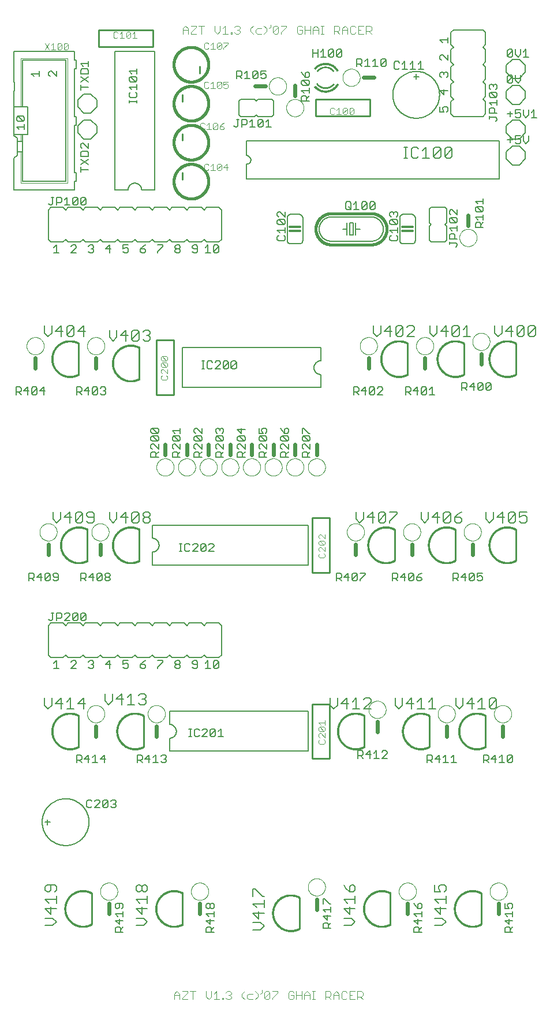
<source format=gbr>
G04 EAGLE Gerber RS-274X export*
G75*
%MOMM*%
%FSLAX34Y34*%
%LPD*%
%INSilkscreen Top*%
%IPPOS*%
%AMOC8*
5,1,8,0,0,1.08239X$1,22.5*%
G01*
%ADD10C,0.101600*%
%ADD11C,0.152400*%
%ADD12C,0.177800*%
%ADD13C,0.304800*%
%ADD14C,0.127000*%
%ADD15C,0.406400*%
%ADD16C,0.609600*%
%ADD17C,0.050800*%
%ADD18C,0.254000*%
%ADD19C,0.025400*%
%ADD20C,0.076200*%
%ADD21C,0.015238*%


D10*
X235458Y6858D02*
X235458Y14654D01*
X239356Y18552D01*
X243254Y14654D01*
X243254Y6858D01*
X243254Y12705D02*
X235458Y12705D01*
X247152Y18552D02*
X254948Y18552D01*
X254948Y16603D01*
X247152Y8807D01*
X247152Y6858D01*
X254948Y6858D01*
X262744Y6858D02*
X262744Y18552D01*
X258846Y18552D02*
X266642Y18552D01*
X282234Y18552D02*
X282234Y10756D01*
X286132Y6858D01*
X290030Y10756D01*
X290030Y18552D01*
X293928Y14654D02*
X297826Y18552D01*
X297826Y6858D01*
X293928Y6858D02*
X301724Y6858D01*
X305622Y6858D02*
X305622Y8807D01*
X307571Y8807D01*
X307571Y6858D01*
X305622Y6858D01*
X311469Y16603D02*
X313418Y18552D01*
X317316Y18552D01*
X319265Y16603D01*
X319265Y14654D01*
X317316Y12705D01*
X315367Y12705D01*
X317316Y12705D02*
X319265Y10756D01*
X319265Y8807D01*
X317316Y6858D01*
X313418Y6858D01*
X311469Y8807D01*
X334857Y10756D02*
X338755Y6858D01*
X334857Y10756D02*
X334857Y14654D01*
X338755Y18552D01*
X344602Y14654D02*
X350449Y14654D01*
X344602Y14654D02*
X342653Y12705D01*
X342653Y8807D01*
X344602Y6858D01*
X350449Y6858D01*
X354347Y6858D02*
X358245Y10756D01*
X358245Y14654D01*
X354347Y18552D01*
X364092Y20501D02*
X364092Y16603D01*
X362143Y14654D01*
X367990Y16603D02*
X367990Y8807D01*
X367990Y16603D02*
X369939Y18552D01*
X373837Y18552D01*
X375786Y16603D01*
X375786Y8807D01*
X373837Y6858D01*
X369939Y6858D01*
X367990Y8807D01*
X375786Y16603D01*
X379684Y18552D02*
X387480Y18552D01*
X387480Y16603D01*
X379684Y8807D01*
X379684Y6858D01*
X408918Y18552D02*
X410867Y16603D01*
X408918Y18552D02*
X405020Y18552D01*
X403072Y16603D01*
X403072Y8807D01*
X405020Y6858D01*
X408918Y6858D01*
X410867Y8807D01*
X410867Y12705D01*
X406969Y12705D01*
X414765Y6858D02*
X414765Y18552D01*
X414765Y12705D02*
X422561Y12705D01*
X422561Y18552D02*
X422561Y6858D01*
X426459Y6858D02*
X426459Y14654D01*
X430357Y18552D01*
X434255Y14654D01*
X434255Y6858D01*
X434255Y12705D02*
X426459Y12705D01*
X438153Y6858D02*
X442051Y6858D01*
X440102Y6858D02*
X440102Y18552D01*
X438153Y18552D02*
X442051Y18552D01*
X457643Y18552D02*
X457643Y6858D01*
X457643Y18552D02*
X463490Y18552D01*
X465439Y16603D01*
X465439Y12705D01*
X463490Y10756D01*
X457643Y10756D01*
X461541Y10756D02*
X465439Y6858D01*
X469337Y6858D02*
X469337Y14654D01*
X473235Y18552D01*
X477133Y14654D01*
X477133Y6858D01*
X477133Y12705D02*
X469337Y12705D01*
X486878Y18552D02*
X488827Y16603D01*
X486878Y18552D02*
X482980Y18552D01*
X481031Y16603D01*
X481031Y8807D01*
X482980Y6858D01*
X486878Y6858D01*
X488827Y8807D01*
X492725Y18552D02*
X500521Y18552D01*
X492725Y18552D02*
X492725Y6858D01*
X500521Y6858D01*
X496623Y12705D02*
X492725Y12705D01*
X504419Y6858D02*
X504419Y18552D01*
X510266Y18552D01*
X512215Y16603D01*
X512215Y12705D01*
X510266Y10756D01*
X504419Y10756D01*
X508317Y10756D02*
X512215Y6858D01*
X248158Y1422908D02*
X248158Y1430704D01*
X252056Y1434602D01*
X255954Y1430704D01*
X255954Y1422908D01*
X255954Y1428755D02*
X248158Y1428755D01*
X259852Y1434602D02*
X267648Y1434602D01*
X267648Y1432653D01*
X259852Y1424857D01*
X259852Y1422908D01*
X267648Y1422908D01*
X275444Y1422908D02*
X275444Y1434602D01*
X271546Y1434602D02*
X279342Y1434602D01*
X294934Y1434602D02*
X294934Y1426806D01*
X298832Y1422908D01*
X302730Y1426806D01*
X302730Y1434602D01*
X306628Y1430704D02*
X310526Y1434602D01*
X310526Y1422908D01*
X306628Y1422908D02*
X314424Y1422908D01*
X318322Y1422908D02*
X318322Y1424857D01*
X320271Y1424857D01*
X320271Y1422908D01*
X318322Y1422908D01*
X324169Y1432653D02*
X326118Y1434602D01*
X330016Y1434602D01*
X331965Y1432653D01*
X331965Y1430704D01*
X330016Y1428755D01*
X328067Y1428755D01*
X330016Y1428755D02*
X331965Y1426806D01*
X331965Y1424857D01*
X330016Y1422908D01*
X326118Y1422908D01*
X324169Y1424857D01*
X347557Y1426806D02*
X351455Y1422908D01*
X347557Y1426806D02*
X347557Y1430704D01*
X351455Y1434602D01*
X357302Y1430704D02*
X363149Y1430704D01*
X357302Y1430704D02*
X355353Y1428755D01*
X355353Y1424857D01*
X357302Y1422908D01*
X363149Y1422908D01*
X367047Y1422908D02*
X370945Y1426806D01*
X370945Y1430704D01*
X367047Y1434602D01*
X376792Y1436551D02*
X376792Y1432653D01*
X374843Y1430704D01*
X380690Y1432653D02*
X380690Y1424857D01*
X380690Y1432653D02*
X382639Y1434602D01*
X386537Y1434602D01*
X388486Y1432653D01*
X388486Y1424857D01*
X386537Y1422908D01*
X382639Y1422908D01*
X380690Y1424857D01*
X388486Y1432653D01*
X392384Y1434602D02*
X400180Y1434602D01*
X400180Y1432653D01*
X392384Y1424857D01*
X392384Y1422908D01*
X421618Y1434602D02*
X423567Y1432653D01*
X421618Y1434602D02*
X417720Y1434602D01*
X415772Y1432653D01*
X415772Y1424857D01*
X417720Y1422908D01*
X421618Y1422908D01*
X423567Y1424857D01*
X423567Y1428755D01*
X419669Y1428755D01*
X427465Y1422908D02*
X427465Y1434602D01*
X427465Y1428755D02*
X435261Y1428755D01*
X435261Y1434602D02*
X435261Y1422908D01*
X439159Y1422908D02*
X439159Y1430704D01*
X443057Y1434602D01*
X446955Y1430704D01*
X446955Y1422908D01*
X446955Y1428755D02*
X439159Y1428755D01*
X450853Y1422908D02*
X454751Y1422908D01*
X452802Y1422908D02*
X452802Y1434602D01*
X450853Y1434602D02*
X454751Y1434602D01*
X470343Y1434602D02*
X470343Y1422908D01*
X470343Y1434602D02*
X476190Y1434602D01*
X478139Y1432653D01*
X478139Y1428755D01*
X476190Y1426806D01*
X470343Y1426806D01*
X474241Y1426806D02*
X478139Y1422908D01*
X482037Y1422908D02*
X482037Y1430704D01*
X485935Y1434602D01*
X489833Y1430704D01*
X489833Y1422908D01*
X489833Y1428755D02*
X482037Y1428755D01*
X499578Y1434602D02*
X501527Y1432653D01*
X499578Y1434602D02*
X495680Y1434602D01*
X493731Y1432653D01*
X493731Y1424857D01*
X495680Y1422908D01*
X499578Y1422908D01*
X501527Y1424857D01*
X505425Y1434602D02*
X513221Y1434602D01*
X505425Y1434602D02*
X505425Y1422908D01*
X513221Y1422908D01*
X509323Y1428755D02*
X505425Y1428755D01*
X517119Y1422908D02*
X517119Y1434602D01*
X522966Y1434602D01*
X524915Y1432653D01*
X524915Y1428755D01*
X522966Y1426806D01*
X517119Y1426806D01*
X521017Y1426806D02*
X524915Y1422908D01*
D11*
X341630Y1231900D02*
X341630Y1210310D01*
X341630Y1231900D02*
X341788Y1231902D01*
X341947Y1231908D01*
X342105Y1231918D01*
X342262Y1231932D01*
X342420Y1231949D01*
X342576Y1231971D01*
X342733Y1231996D01*
X342888Y1232026D01*
X343043Y1232059D01*
X343197Y1232096D01*
X343350Y1232137D01*
X343502Y1232182D01*
X343652Y1232231D01*
X343802Y1232283D01*
X343950Y1232339D01*
X344097Y1232399D01*
X344242Y1232462D01*
X344385Y1232529D01*
X344527Y1232599D01*
X344667Y1232673D01*
X344805Y1232751D01*
X344941Y1232832D01*
X345075Y1232916D01*
X345207Y1233003D01*
X345337Y1233094D01*
X345464Y1233188D01*
X345589Y1233285D01*
X345712Y1233386D01*
X345832Y1233489D01*
X345949Y1233595D01*
X346064Y1233704D01*
X346176Y1233816D01*
X346285Y1233931D01*
X346391Y1234048D01*
X346494Y1234168D01*
X346595Y1234291D01*
X346692Y1234416D01*
X346786Y1234543D01*
X346877Y1234673D01*
X346964Y1234805D01*
X347048Y1234939D01*
X347129Y1235075D01*
X347207Y1235213D01*
X347281Y1235353D01*
X347351Y1235495D01*
X347418Y1235638D01*
X347481Y1235783D01*
X347541Y1235930D01*
X347597Y1236078D01*
X347649Y1236228D01*
X347698Y1236378D01*
X347743Y1236530D01*
X347784Y1236683D01*
X347821Y1236837D01*
X347854Y1236992D01*
X347884Y1237147D01*
X347909Y1237304D01*
X347931Y1237460D01*
X347948Y1237618D01*
X347962Y1237775D01*
X347972Y1237933D01*
X347978Y1238092D01*
X347980Y1238250D01*
X347978Y1238408D01*
X347972Y1238567D01*
X347962Y1238725D01*
X347948Y1238882D01*
X347931Y1239040D01*
X347909Y1239196D01*
X347884Y1239353D01*
X347854Y1239508D01*
X347821Y1239663D01*
X347784Y1239817D01*
X347743Y1239970D01*
X347698Y1240122D01*
X347649Y1240272D01*
X347597Y1240422D01*
X347541Y1240570D01*
X347481Y1240717D01*
X347418Y1240862D01*
X347351Y1241005D01*
X347281Y1241147D01*
X347207Y1241287D01*
X347129Y1241425D01*
X347048Y1241561D01*
X346964Y1241695D01*
X346877Y1241827D01*
X346786Y1241957D01*
X346692Y1242084D01*
X346595Y1242209D01*
X346494Y1242332D01*
X346391Y1242452D01*
X346285Y1242569D01*
X346176Y1242684D01*
X346064Y1242796D01*
X345949Y1242905D01*
X345832Y1243011D01*
X345712Y1243114D01*
X345589Y1243215D01*
X345464Y1243312D01*
X345337Y1243406D01*
X345207Y1243497D01*
X345075Y1243584D01*
X344941Y1243668D01*
X344805Y1243749D01*
X344667Y1243827D01*
X344527Y1243901D01*
X344385Y1243971D01*
X344242Y1244038D01*
X344097Y1244101D01*
X343950Y1244161D01*
X343802Y1244217D01*
X343652Y1244269D01*
X343502Y1244318D01*
X343350Y1244363D01*
X343197Y1244404D01*
X343043Y1244441D01*
X342888Y1244474D01*
X342733Y1244504D01*
X342576Y1244529D01*
X342420Y1244551D01*
X342262Y1244568D01*
X342105Y1244582D01*
X341947Y1244592D01*
X341788Y1244598D01*
X341630Y1244600D01*
X341630Y1210310D02*
X712470Y1210310D01*
X341630Y1244600D02*
X341630Y1266190D01*
X712470Y1266190D01*
X712470Y1210310D01*
D12*
X577728Y1240663D02*
X572389Y1240663D01*
X575058Y1240663D02*
X575058Y1256679D01*
X572389Y1256679D02*
X577728Y1256679D01*
X591311Y1256679D02*
X593981Y1254009D01*
X591311Y1256679D02*
X585973Y1256679D01*
X583303Y1254009D01*
X583303Y1243332D01*
X585973Y1240663D01*
X591311Y1240663D01*
X593981Y1243332D01*
X599675Y1251340D02*
X605014Y1256679D01*
X605014Y1240663D01*
X610352Y1240663D02*
X599675Y1240663D01*
X616047Y1243332D02*
X616047Y1254009D01*
X618716Y1256679D01*
X624054Y1256679D01*
X626724Y1254009D01*
X626724Y1243332D01*
X624054Y1240663D01*
X618716Y1240663D01*
X616047Y1243332D01*
X626724Y1254009D01*
X632418Y1254009D02*
X632418Y1243332D01*
X632418Y1254009D02*
X635087Y1256679D01*
X640426Y1256679D01*
X643095Y1254009D01*
X643095Y1243332D01*
X640426Y1240663D01*
X635087Y1240663D01*
X632418Y1243332D01*
X643095Y1254009D01*
D11*
X419100Y1115060D02*
X406400Y1115060D01*
X406260Y1115062D01*
X406120Y1115068D01*
X405980Y1115077D01*
X405841Y1115091D01*
X405702Y1115108D01*
X405564Y1115129D01*
X405426Y1115154D01*
X405289Y1115183D01*
X405153Y1115215D01*
X405018Y1115252D01*
X404884Y1115292D01*
X404751Y1115335D01*
X404619Y1115383D01*
X404488Y1115433D01*
X404359Y1115488D01*
X404232Y1115546D01*
X404106Y1115607D01*
X403982Y1115672D01*
X403860Y1115741D01*
X403740Y1115812D01*
X403622Y1115887D01*
X403505Y1115965D01*
X403391Y1116047D01*
X403280Y1116131D01*
X403171Y1116219D01*
X403064Y1116309D01*
X402959Y1116403D01*
X402858Y1116499D01*
X402759Y1116598D01*
X402663Y1116699D01*
X402569Y1116804D01*
X402479Y1116911D01*
X402391Y1117020D01*
X402307Y1117131D01*
X402225Y1117245D01*
X402147Y1117362D01*
X402072Y1117480D01*
X402001Y1117600D01*
X401932Y1117722D01*
X401867Y1117846D01*
X401806Y1117972D01*
X401748Y1118099D01*
X401693Y1118228D01*
X401643Y1118359D01*
X401595Y1118491D01*
X401552Y1118624D01*
X401512Y1118758D01*
X401475Y1118893D01*
X401443Y1119029D01*
X401414Y1119166D01*
X401389Y1119304D01*
X401368Y1119442D01*
X401351Y1119581D01*
X401337Y1119720D01*
X401328Y1119860D01*
X401322Y1120000D01*
X401320Y1120140D01*
X419100Y1115060D02*
X419240Y1115062D01*
X419380Y1115068D01*
X419520Y1115077D01*
X419659Y1115091D01*
X419798Y1115108D01*
X419936Y1115129D01*
X420074Y1115154D01*
X420211Y1115183D01*
X420347Y1115215D01*
X420482Y1115252D01*
X420616Y1115292D01*
X420749Y1115335D01*
X420881Y1115383D01*
X421012Y1115433D01*
X421141Y1115488D01*
X421268Y1115546D01*
X421394Y1115607D01*
X421518Y1115672D01*
X421640Y1115741D01*
X421760Y1115812D01*
X421878Y1115887D01*
X421995Y1115965D01*
X422109Y1116047D01*
X422220Y1116131D01*
X422329Y1116219D01*
X422436Y1116309D01*
X422541Y1116403D01*
X422642Y1116499D01*
X422741Y1116598D01*
X422837Y1116699D01*
X422931Y1116804D01*
X423021Y1116911D01*
X423109Y1117020D01*
X423193Y1117131D01*
X423275Y1117245D01*
X423353Y1117362D01*
X423428Y1117480D01*
X423499Y1117600D01*
X423568Y1117722D01*
X423633Y1117846D01*
X423694Y1117972D01*
X423752Y1118099D01*
X423807Y1118228D01*
X423857Y1118359D01*
X423905Y1118491D01*
X423948Y1118624D01*
X423988Y1118758D01*
X424025Y1118893D01*
X424057Y1119029D01*
X424086Y1119166D01*
X424111Y1119304D01*
X424132Y1119442D01*
X424149Y1119581D01*
X424163Y1119720D01*
X424172Y1119860D01*
X424178Y1120000D01*
X424180Y1120140D01*
X401320Y1120140D02*
X401320Y1153160D01*
X406400Y1158240D02*
X419100Y1158240D01*
X424180Y1153160D02*
X424180Y1120140D01*
X401320Y1153160D02*
X401322Y1153300D01*
X401328Y1153440D01*
X401337Y1153580D01*
X401351Y1153719D01*
X401368Y1153858D01*
X401389Y1153996D01*
X401414Y1154134D01*
X401443Y1154271D01*
X401475Y1154407D01*
X401512Y1154542D01*
X401552Y1154676D01*
X401595Y1154809D01*
X401643Y1154941D01*
X401693Y1155072D01*
X401748Y1155201D01*
X401806Y1155328D01*
X401867Y1155454D01*
X401932Y1155578D01*
X402001Y1155700D01*
X402072Y1155820D01*
X402147Y1155938D01*
X402225Y1156055D01*
X402307Y1156169D01*
X402391Y1156280D01*
X402479Y1156389D01*
X402569Y1156496D01*
X402663Y1156601D01*
X402759Y1156702D01*
X402858Y1156801D01*
X402959Y1156897D01*
X403064Y1156991D01*
X403171Y1157081D01*
X403280Y1157169D01*
X403391Y1157253D01*
X403505Y1157335D01*
X403622Y1157413D01*
X403740Y1157488D01*
X403860Y1157559D01*
X403982Y1157628D01*
X404106Y1157693D01*
X404232Y1157754D01*
X404359Y1157812D01*
X404488Y1157867D01*
X404619Y1157917D01*
X404751Y1157965D01*
X404884Y1158008D01*
X405018Y1158048D01*
X405153Y1158085D01*
X405289Y1158117D01*
X405426Y1158146D01*
X405564Y1158171D01*
X405702Y1158192D01*
X405841Y1158209D01*
X405980Y1158223D01*
X406120Y1158232D01*
X406260Y1158238D01*
X406400Y1158240D01*
X419100Y1158240D02*
X419240Y1158238D01*
X419380Y1158232D01*
X419520Y1158223D01*
X419659Y1158209D01*
X419798Y1158192D01*
X419936Y1158171D01*
X420074Y1158146D01*
X420211Y1158117D01*
X420347Y1158085D01*
X420482Y1158048D01*
X420616Y1158008D01*
X420749Y1157965D01*
X420881Y1157917D01*
X421012Y1157867D01*
X421141Y1157812D01*
X421268Y1157754D01*
X421394Y1157693D01*
X421518Y1157628D01*
X421640Y1157559D01*
X421760Y1157488D01*
X421878Y1157413D01*
X421995Y1157335D01*
X422109Y1157253D01*
X422220Y1157169D01*
X422329Y1157081D01*
X422436Y1156991D01*
X422541Y1156897D01*
X422642Y1156801D01*
X422741Y1156702D01*
X422837Y1156601D01*
X422931Y1156496D01*
X423021Y1156389D01*
X423109Y1156280D01*
X423193Y1156169D01*
X423275Y1156055D01*
X423353Y1155938D01*
X423428Y1155820D01*
X423499Y1155700D01*
X423568Y1155578D01*
X423633Y1155454D01*
X423694Y1155328D01*
X423752Y1155201D01*
X423807Y1155072D01*
X423857Y1154941D01*
X423905Y1154809D01*
X423948Y1154676D01*
X423988Y1154542D01*
X424025Y1154407D01*
X424057Y1154271D01*
X424086Y1154134D01*
X424111Y1153996D01*
X424132Y1153858D01*
X424149Y1153719D01*
X424163Y1153580D01*
X424172Y1153440D01*
X424178Y1153300D01*
X424180Y1153160D01*
D13*
X420370Y1133602D02*
X405130Y1133602D01*
X405130Y1139952D02*
X420370Y1139952D01*
D14*
X388612Y1127132D02*
X386705Y1125225D01*
X386705Y1121412D01*
X388612Y1119505D01*
X396238Y1119505D01*
X398145Y1121412D01*
X398145Y1125225D01*
X396238Y1127132D01*
X390519Y1131199D02*
X386705Y1135012D01*
X398145Y1135012D01*
X398145Y1131199D02*
X398145Y1138825D01*
X396238Y1142893D02*
X388612Y1142893D01*
X386705Y1144800D01*
X386705Y1148613D01*
X388612Y1150519D01*
X396238Y1150519D01*
X398145Y1148613D01*
X398145Y1144800D01*
X396238Y1142893D01*
X388612Y1150519D01*
X398145Y1154587D02*
X398145Y1162213D01*
X398145Y1154587D02*
X390519Y1162213D01*
X388612Y1162213D01*
X386705Y1160307D01*
X386705Y1156494D01*
X388612Y1154587D01*
D11*
X571500Y1115060D02*
X584200Y1115060D01*
X571500Y1115060D02*
X571360Y1115062D01*
X571220Y1115068D01*
X571080Y1115077D01*
X570941Y1115091D01*
X570802Y1115108D01*
X570664Y1115129D01*
X570526Y1115154D01*
X570389Y1115183D01*
X570253Y1115215D01*
X570118Y1115252D01*
X569984Y1115292D01*
X569851Y1115335D01*
X569719Y1115383D01*
X569588Y1115433D01*
X569459Y1115488D01*
X569332Y1115546D01*
X569206Y1115607D01*
X569082Y1115672D01*
X568960Y1115741D01*
X568840Y1115812D01*
X568722Y1115887D01*
X568605Y1115965D01*
X568491Y1116047D01*
X568380Y1116131D01*
X568271Y1116219D01*
X568164Y1116309D01*
X568059Y1116403D01*
X567958Y1116499D01*
X567859Y1116598D01*
X567763Y1116699D01*
X567669Y1116804D01*
X567579Y1116911D01*
X567491Y1117020D01*
X567407Y1117131D01*
X567325Y1117245D01*
X567247Y1117362D01*
X567172Y1117480D01*
X567101Y1117600D01*
X567032Y1117722D01*
X566967Y1117846D01*
X566906Y1117972D01*
X566848Y1118099D01*
X566793Y1118228D01*
X566743Y1118359D01*
X566695Y1118491D01*
X566652Y1118624D01*
X566612Y1118758D01*
X566575Y1118893D01*
X566543Y1119029D01*
X566514Y1119166D01*
X566489Y1119304D01*
X566468Y1119442D01*
X566451Y1119581D01*
X566437Y1119720D01*
X566428Y1119860D01*
X566422Y1120000D01*
X566420Y1120140D01*
X584200Y1115060D02*
X584340Y1115062D01*
X584480Y1115068D01*
X584620Y1115077D01*
X584759Y1115091D01*
X584898Y1115108D01*
X585036Y1115129D01*
X585174Y1115154D01*
X585311Y1115183D01*
X585447Y1115215D01*
X585582Y1115252D01*
X585716Y1115292D01*
X585849Y1115335D01*
X585981Y1115383D01*
X586112Y1115433D01*
X586241Y1115488D01*
X586368Y1115546D01*
X586494Y1115607D01*
X586618Y1115672D01*
X586740Y1115741D01*
X586860Y1115812D01*
X586978Y1115887D01*
X587095Y1115965D01*
X587209Y1116047D01*
X587320Y1116131D01*
X587429Y1116219D01*
X587536Y1116309D01*
X587641Y1116403D01*
X587742Y1116499D01*
X587841Y1116598D01*
X587937Y1116699D01*
X588031Y1116804D01*
X588121Y1116911D01*
X588209Y1117020D01*
X588293Y1117131D01*
X588375Y1117245D01*
X588453Y1117362D01*
X588528Y1117480D01*
X588599Y1117600D01*
X588668Y1117722D01*
X588733Y1117846D01*
X588794Y1117972D01*
X588852Y1118099D01*
X588907Y1118228D01*
X588957Y1118359D01*
X589005Y1118491D01*
X589048Y1118624D01*
X589088Y1118758D01*
X589125Y1118893D01*
X589157Y1119029D01*
X589186Y1119166D01*
X589211Y1119304D01*
X589232Y1119442D01*
X589249Y1119581D01*
X589263Y1119720D01*
X589272Y1119860D01*
X589278Y1120000D01*
X589280Y1120140D01*
X566420Y1120140D02*
X566420Y1153160D01*
X571500Y1158240D02*
X584200Y1158240D01*
X589280Y1153160D02*
X589280Y1120140D01*
X566420Y1153160D02*
X566422Y1153300D01*
X566428Y1153440D01*
X566437Y1153580D01*
X566451Y1153719D01*
X566468Y1153858D01*
X566489Y1153996D01*
X566514Y1154134D01*
X566543Y1154271D01*
X566575Y1154407D01*
X566612Y1154542D01*
X566652Y1154676D01*
X566695Y1154809D01*
X566743Y1154941D01*
X566793Y1155072D01*
X566848Y1155201D01*
X566906Y1155328D01*
X566967Y1155454D01*
X567032Y1155578D01*
X567101Y1155700D01*
X567172Y1155820D01*
X567247Y1155938D01*
X567325Y1156055D01*
X567407Y1156169D01*
X567491Y1156280D01*
X567579Y1156389D01*
X567669Y1156496D01*
X567763Y1156601D01*
X567859Y1156702D01*
X567958Y1156801D01*
X568059Y1156897D01*
X568164Y1156991D01*
X568271Y1157081D01*
X568380Y1157169D01*
X568491Y1157253D01*
X568605Y1157335D01*
X568722Y1157413D01*
X568840Y1157488D01*
X568960Y1157559D01*
X569082Y1157628D01*
X569206Y1157693D01*
X569332Y1157754D01*
X569459Y1157812D01*
X569588Y1157867D01*
X569719Y1157917D01*
X569851Y1157965D01*
X569984Y1158008D01*
X570118Y1158048D01*
X570253Y1158085D01*
X570389Y1158117D01*
X570526Y1158146D01*
X570664Y1158171D01*
X570802Y1158192D01*
X570941Y1158209D01*
X571080Y1158223D01*
X571220Y1158232D01*
X571360Y1158238D01*
X571500Y1158240D01*
X584200Y1158240D02*
X584340Y1158238D01*
X584480Y1158232D01*
X584620Y1158223D01*
X584759Y1158209D01*
X584898Y1158192D01*
X585036Y1158171D01*
X585174Y1158146D01*
X585311Y1158117D01*
X585447Y1158085D01*
X585582Y1158048D01*
X585716Y1158008D01*
X585849Y1157965D01*
X585981Y1157917D01*
X586112Y1157867D01*
X586241Y1157812D01*
X586368Y1157754D01*
X586494Y1157693D01*
X586618Y1157628D01*
X586740Y1157559D01*
X586860Y1157488D01*
X586978Y1157413D01*
X587095Y1157335D01*
X587209Y1157253D01*
X587320Y1157169D01*
X587429Y1157081D01*
X587536Y1156991D01*
X587641Y1156897D01*
X587742Y1156801D01*
X587841Y1156702D01*
X587937Y1156601D01*
X588031Y1156496D01*
X588121Y1156389D01*
X588209Y1156280D01*
X588293Y1156169D01*
X588375Y1156055D01*
X588453Y1155938D01*
X588528Y1155820D01*
X588599Y1155700D01*
X588668Y1155578D01*
X588733Y1155454D01*
X588794Y1155328D01*
X588852Y1155201D01*
X588907Y1155072D01*
X588957Y1154941D01*
X589005Y1154809D01*
X589048Y1154676D01*
X589088Y1154542D01*
X589125Y1154407D01*
X589157Y1154271D01*
X589186Y1154134D01*
X589211Y1153996D01*
X589232Y1153858D01*
X589249Y1153719D01*
X589263Y1153580D01*
X589272Y1153440D01*
X589278Y1153300D01*
X589280Y1153160D01*
D13*
X585470Y1133602D02*
X570230Y1133602D01*
X570230Y1139952D02*
X585470Y1139952D01*
D14*
X553712Y1127132D02*
X551805Y1125225D01*
X551805Y1121412D01*
X553712Y1119505D01*
X561338Y1119505D01*
X563245Y1121412D01*
X563245Y1125225D01*
X561338Y1127132D01*
X555619Y1131199D02*
X551805Y1135012D01*
X563245Y1135012D01*
X563245Y1131199D02*
X563245Y1138825D01*
X561338Y1142893D02*
X553712Y1142893D01*
X551805Y1144800D01*
X551805Y1148613D01*
X553712Y1150519D01*
X561338Y1150519D01*
X563245Y1148613D01*
X563245Y1144800D01*
X561338Y1142893D01*
X553712Y1150519D01*
X553712Y1154587D02*
X551805Y1156494D01*
X551805Y1160307D01*
X553712Y1162213D01*
X555619Y1162213D01*
X557525Y1160307D01*
X557525Y1158400D01*
X557525Y1160307D02*
X559432Y1162213D01*
X561338Y1162213D01*
X563245Y1160307D01*
X563245Y1156494D01*
X561338Y1154587D01*
D15*
X524510Y1159510D02*
X466090Y1159510D01*
X466090Y1113790D02*
X524510Y1113790D01*
D11*
X524510Y1154430D02*
X466090Y1154430D01*
X466090Y1118870D02*
X524510Y1118870D01*
X466090Y1118870D02*
X465657Y1118875D01*
X465224Y1118891D01*
X464792Y1118917D01*
X464361Y1118954D01*
X463930Y1119002D01*
X463501Y1119059D01*
X463074Y1119128D01*
X462648Y1119206D01*
X462224Y1119295D01*
X461803Y1119395D01*
X461384Y1119504D01*
X460968Y1119624D01*
X460555Y1119754D01*
X460145Y1119893D01*
X459738Y1120043D01*
X459336Y1120203D01*
X458937Y1120372D01*
X458543Y1120551D01*
X458153Y1120740D01*
X457768Y1120938D01*
X457388Y1121145D01*
X457013Y1121361D01*
X456644Y1121587D01*
X456280Y1121822D01*
X455921Y1122065D01*
X455569Y1122317D01*
X455223Y1122577D01*
X454884Y1122846D01*
X454551Y1123123D01*
X454225Y1123408D01*
X453906Y1123701D01*
X453594Y1124001D01*
X453290Y1124309D01*
X452993Y1124625D01*
X452704Y1124947D01*
X452423Y1125277D01*
X452151Y1125613D01*
X451886Y1125955D01*
X451630Y1126305D01*
X451382Y1126660D01*
X451143Y1127021D01*
X450913Y1127388D01*
X450692Y1127760D01*
X450480Y1128138D01*
X450277Y1128520D01*
X450084Y1128908D01*
X449900Y1129300D01*
X449726Y1129696D01*
X449562Y1130097D01*
X449407Y1130501D01*
X449262Y1130909D01*
X449127Y1131321D01*
X449003Y1131735D01*
X448888Y1132153D01*
X448784Y1132573D01*
X448690Y1132996D01*
X448606Y1133420D01*
X448532Y1133847D01*
X448469Y1134276D01*
X448417Y1134705D01*
X448375Y1135136D01*
X448343Y1135568D01*
X448322Y1136001D01*
X448311Y1136434D01*
X448311Y1136866D01*
X448322Y1137299D01*
X448343Y1137732D01*
X448375Y1138164D01*
X448417Y1138595D01*
X448469Y1139024D01*
X448532Y1139453D01*
X448606Y1139880D01*
X448690Y1140304D01*
X448784Y1140727D01*
X448888Y1141147D01*
X449003Y1141565D01*
X449127Y1141979D01*
X449262Y1142391D01*
X449407Y1142799D01*
X449562Y1143203D01*
X449726Y1143604D01*
X449900Y1144000D01*
X450084Y1144392D01*
X450277Y1144780D01*
X450480Y1145162D01*
X450692Y1145540D01*
X450913Y1145912D01*
X451143Y1146279D01*
X451382Y1146640D01*
X451630Y1146995D01*
X451886Y1147345D01*
X452151Y1147687D01*
X452423Y1148023D01*
X452704Y1148353D01*
X452993Y1148675D01*
X453290Y1148991D01*
X453594Y1149299D01*
X453906Y1149599D01*
X454225Y1149892D01*
X454551Y1150177D01*
X454884Y1150454D01*
X455223Y1150723D01*
X455569Y1150983D01*
X455921Y1151235D01*
X456280Y1151478D01*
X456644Y1151713D01*
X457013Y1151939D01*
X457388Y1152155D01*
X457768Y1152362D01*
X458153Y1152560D01*
X458543Y1152749D01*
X458937Y1152928D01*
X459336Y1153097D01*
X459738Y1153257D01*
X460145Y1153407D01*
X460555Y1153546D01*
X460968Y1153676D01*
X461384Y1153796D01*
X461803Y1153905D01*
X462224Y1154005D01*
X462648Y1154094D01*
X463074Y1154172D01*
X463501Y1154241D01*
X463930Y1154298D01*
X464361Y1154346D01*
X464792Y1154383D01*
X465224Y1154409D01*
X465657Y1154425D01*
X466090Y1154430D01*
D15*
X466090Y1159510D02*
X465533Y1159503D01*
X464977Y1159483D01*
X464421Y1159449D01*
X463867Y1159402D01*
X463313Y1159341D01*
X462762Y1159266D01*
X462212Y1159179D01*
X461664Y1159078D01*
X461120Y1158963D01*
X460578Y1158835D01*
X460039Y1158695D01*
X459504Y1158541D01*
X458973Y1158374D01*
X458446Y1158194D01*
X457924Y1158002D01*
X457406Y1157796D01*
X456894Y1157579D01*
X456387Y1157349D01*
X455886Y1157106D01*
X455391Y1156852D01*
X454902Y1156585D01*
X454420Y1156307D01*
X453945Y1156017D01*
X453477Y1155715D01*
X453016Y1155402D01*
X452563Y1155078D01*
X452119Y1154744D01*
X451682Y1154398D01*
X451254Y1154042D01*
X450835Y1153675D01*
X450425Y1153299D01*
X450024Y1152913D01*
X449633Y1152517D01*
X449252Y1152111D01*
X448880Y1151696D01*
X448519Y1151273D01*
X448168Y1150841D01*
X447828Y1150400D01*
X447498Y1149951D01*
X447180Y1149495D01*
X446873Y1149030D01*
X446577Y1148559D01*
X446293Y1148080D01*
X446020Y1147595D01*
X445760Y1147103D01*
X445511Y1146604D01*
X445275Y1146100D01*
X445051Y1145591D01*
X444839Y1145076D01*
X444641Y1144556D01*
X444454Y1144031D01*
X444281Y1143502D01*
X444121Y1142969D01*
X443973Y1142432D01*
X443839Y1141892D01*
X443718Y1141348D01*
X443610Y1140802D01*
X443516Y1140254D01*
X443435Y1139703D01*
X443367Y1139150D01*
X443313Y1138596D01*
X443272Y1138041D01*
X443245Y1137485D01*
X443232Y1136928D01*
X443232Y1136372D01*
X443245Y1135815D01*
X443272Y1135259D01*
X443313Y1134704D01*
X443367Y1134150D01*
X443435Y1133597D01*
X443516Y1133046D01*
X443610Y1132498D01*
X443718Y1131952D01*
X443839Y1131408D01*
X443973Y1130868D01*
X444121Y1130331D01*
X444281Y1129798D01*
X444454Y1129269D01*
X444641Y1128744D01*
X444839Y1128224D01*
X445051Y1127709D01*
X445275Y1127200D01*
X445511Y1126696D01*
X445760Y1126197D01*
X446020Y1125705D01*
X446293Y1125220D01*
X446577Y1124741D01*
X446873Y1124270D01*
X447180Y1123805D01*
X447498Y1123349D01*
X447828Y1122900D01*
X448168Y1122459D01*
X448519Y1122027D01*
X448880Y1121604D01*
X449252Y1121189D01*
X449633Y1120783D01*
X450024Y1120387D01*
X450425Y1120001D01*
X450835Y1119625D01*
X451254Y1119258D01*
X451682Y1118902D01*
X452119Y1118556D01*
X452563Y1118222D01*
X453016Y1117898D01*
X453477Y1117585D01*
X453945Y1117283D01*
X454420Y1116993D01*
X454902Y1116715D01*
X455391Y1116448D01*
X455886Y1116194D01*
X456387Y1115951D01*
X456894Y1115721D01*
X457406Y1115504D01*
X457924Y1115298D01*
X458446Y1115106D01*
X458973Y1114926D01*
X459504Y1114759D01*
X460039Y1114605D01*
X460578Y1114465D01*
X461120Y1114337D01*
X461664Y1114222D01*
X462212Y1114121D01*
X462762Y1114034D01*
X463313Y1113959D01*
X463867Y1113898D01*
X464421Y1113851D01*
X464977Y1113817D01*
X465533Y1113797D01*
X466090Y1113790D01*
X524510Y1113790D02*
X525067Y1113797D01*
X525623Y1113817D01*
X526179Y1113851D01*
X526733Y1113898D01*
X527287Y1113959D01*
X527838Y1114034D01*
X528388Y1114121D01*
X528936Y1114222D01*
X529480Y1114337D01*
X530022Y1114465D01*
X530561Y1114605D01*
X531096Y1114759D01*
X531627Y1114926D01*
X532154Y1115106D01*
X532676Y1115298D01*
X533194Y1115504D01*
X533706Y1115721D01*
X534213Y1115951D01*
X534714Y1116194D01*
X535209Y1116448D01*
X535698Y1116715D01*
X536180Y1116993D01*
X536655Y1117283D01*
X537123Y1117585D01*
X537584Y1117898D01*
X538037Y1118222D01*
X538481Y1118556D01*
X538918Y1118902D01*
X539346Y1119258D01*
X539765Y1119625D01*
X540175Y1120001D01*
X540576Y1120387D01*
X540967Y1120783D01*
X541348Y1121189D01*
X541720Y1121604D01*
X542081Y1122027D01*
X542432Y1122459D01*
X542772Y1122900D01*
X543102Y1123349D01*
X543420Y1123805D01*
X543727Y1124270D01*
X544023Y1124741D01*
X544307Y1125220D01*
X544580Y1125705D01*
X544840Y1126197D01*
X545089Y1126696D01*
X545325Y1127200D01*
X545549Y1127709D01*
X545761Y1128224D01*
X545959Y1128744D01*
X546146Y1129269D01*
X546319Y1129798D01*
X546479Y1130331D01*
X546627Y1130868D01*
X546761Y1131408D01*
X546882Y1131952D01*
X546990Y1132498D01*
X547084Y1133046D01*
X547165Y1133597D01*
X547233Y1134150D01*
X547287Y1134704D01*
X547328Y1135259D01*
X547355Y1135815D01*
X547368Y1136372D01*
X547368Y1136928D01*
X547355Y1137485D01*
X547328Y1138041D01*
X547287Y1138596D01*
X547233Y1139150D01*
X547165Y1139703D01*
X547084Y1140254D01*
X546990Y1140802D01*
X546882Y1141348D01*
X546761Y1141892D01*
X546627Y1142432D01*
X546479Y1142969D01*
X546319Y1143502D01*
X546146Y1144031D01*
X545959Y1144556D01*
X545761Y1145076D01*
X545549Y1145591D01*
X545325Y1146100D01*
X545089Y1146604D01*
X544840Y1147103D01*
X544580Y1147595D01*
X544307Y1148080D01*
X544023Y1148559D01*
X543727Y1149030D01*
X543420Y1149495D01*
X543102Y1149951D01*
X542772Y1150400D01*
X542432Y1150841D01*
X542081Y1151273D01*
X541720Y1151696D01*
X541348Y1152111D01*
X540967Y1152517D01*
X540576Y1152913D01*
X540175Y1153299D01*
X539765Y1153675D01*
X539346Y1154042D01*
X538918Y1154398D01*
X538481Y1154744D01*
X538037Y1155078D01*
X537584Y1155402D01*
X537123Y1155715D01*
X536655Y1156017D01*
X536180Y1156307D01*
X535698Y1156585D01*
X535209Y1156852D01*
X534714Y1157106D01*
X534213Y1157349D01*
X533706Y1157579D01*
X533194Y1157796D01*
X532676Y1158002D01*
X532154Y1158194D01*
X531627Y1158374D01*
X531096Y1158541D01*
X530561Y1158695D01*
X530022Y1158835D01*
X529480Y1158963D01*
X528936Y1159078D01*
X528388Y1159179D01*
X527838Y1159266D01*
X527287Y1159341D01*
X526733Y1159402D01*
X526179Y1159449D01*
X525623Y1159483D01*
X525067Y1159503D01*
X524510Y1159510D01*
D11*
X524510Y1154430D02*
X524943Y1154425D01*
X525376Y1154409D01*
X525808Y1154383D01*
X526239Y1154346D01*
X526670Y1154298D01*
X527099Y1154241D01*
X527526Y1154172D01*
X527952Y1154094D01*
X528376Y1154005D01*
X528797Y1153905D01*
X529216Y1153796D01*
X529632Y1153676D01*
X530045Y1153546D01*
X530455Y1153407D01*
X530862Y1153257D01*
X531264Y1153097D01*
X531663Y1152928D01*
X532057Y1152749D01*
X532447Y1152560D01*
X532832Y1152362D01*
X533212Y1152155D01*
X533587Y1151939D01*
X533956Y1151713D01*
X534320Y1151478D01*
X534679Y1151235D01*
X535031Y1150983D01*
X535377Y1150723D01*
X535716Y1150454D01*
X536049Y1150177D01*
X536375Y1149892D01*
X536694Y1149599D01*
X537006Y1149299D01*
X537310Y1148991D01*
X537607Y1148675D01*
X537896Y1148353D01*
X538177Y1148023D01*
X538449Y1147687D01*
X538714Y1147345D01*
X538970Y1146995D01*
X539218Y1146640D01*
X539457Y1146279D01*
X539687Y1145912D01*
X539908Y1145540D01*
X540120Y1145162D01*
X540323Y1144780D01*
X540516Y1144392D01*
X540700Y1144000D01*
X540874Y1143604D01*
X541038Y1143203D01*
X541193Y1142799D01*
X541338Y1142391D01*
X541473Y1141979D01*
X541597Y1141565D01*
X541712Y1141147D01*
X541816Y1140727D01*
X541910Y1140304D01*
X541994Y1139880D01*
X542068Y1139453D01*
X542131Y1139024D01*
X542183Y1138595D01*
X542225Y1138164D01*
X542257Y1137732D01*
X542278Y1137299D01*
X542289Y1136866D01*
X542289Y1136434D01*
X542278Y1136001D01*
X542257Y1135568D01*
X542225Y1135136D01*
X542183Y1134705D01*
X542131Y1134276D01*
X542068Y1133847D01*
X541994Y1133420D01*
X541910Y1132996D01*
X541816Y1132573D01*
X541712Y1132153D01*
X541597Y1131735D01*
X541473Y1131321D01*
X541338Y1130909D01*
X541193Y1130501D01*
X541038Y1130097D01*
X540874Y1129696D01*
X540700Y1129300D01*
X540516Y1128908D01*
X540323Y1128520D01*
X540120Y1128138D01*
X539908Y1127760D01*
X539687Y1127388D01*
X539457Y1127021D01*
X539218Y1126660D01*
X538970Y1126305D01*
X538714Y1125955D01*
X538449Y1125613D01*
X538177Y1125277D01*
X537896Y1124947D01*
X537607Y1124625D01*
X537310Y1124309D01*
X537006Y1124001D01*
X536694Y1123701D01*
X536375Y1123408D01*
X536049Y1123123D01*
X535716Y1122846D01*
X535377Y1122577D01*
X535031Y1122317D01*
X534679Y1122065D01*
X534320Y1121822D01*
X533956Y1121587D01*
X533587Y1121361D01*
X533212Y1121145D01*
X532832Y1120938D01*
X532447Y1120740D01*
X532057Y1120551D01*
X531663Y1120372D01*
X531264Y1120203D01*
X530862Y1120043D01*
X530455Y1119893D01*
X530045Y1119754D01*
X529632Y1119624D01*
X529216Y1119504D01*
X528797Y1119395D01*
X528376Y1119295D01*
X527952Y1119206D01*
X527526Y1119128D01*
X527099Y1119059D01*
X526670Y1119002D01*
X526239Y1118954D01*
X525808Y1118917D01*
X525376Y1118891D01*
X524943Y1118875D01*
X524510Y1118870D01*
X497840Y1127760D02*
X492760Y1127760D01*
X492760Y1145540D01*
X497840Y1145540D01*
X497840Y1127760D01*
X488950Y1127760D02*
X488950Y1136650D01*
X488950Y1145540D01*
X501650Y1136650D02*
X501650Y1127760D01*
X501650Y1136650D02*
X501650Y1145540D01*
X488950Y1136650D02*
X482600Y1136650D01*
X501650Y1136650D02*
X508000Y1136650D01*
D14*
X487259Y1167132D02*
X487259Y1174758D01*
X489166Y1176665D01*
X492979Y1176665D01*
X494886Y1174758D01*
X494886Y1167132D01*
X492979Y1165225D01*
X489166Y1165225D01*
X487259Y1167132D01*
X491072Y1169038D02*
X494886Y1165225D01*
X498953Y1172852D02*
X502766Y1176665D01*
X502766Y1165225D01*
X498953Y1165225D02*
X506580Y1165225D01*
X510647Y1167132D02*
X510647Y1174758D01*
X512554Y1176665D01*
X516367Y1176665D01*
X518273Y1174758D01*
X518273Y1167132D01*
X516367Y1165225D01*
X512554Y1165225D01*
X510647Y1167132D01*
X518273Y1174758D01*
X522341Y1174758D02*
X522341Y1167132D01*
X522341Y1174758D02*
X524248Y1176665D01*
X528061Y1176665D01*
X529967Y1174758D01*
X529967Y1167132D01*
X528061Y1165225D01*
X524248Y1165225D01*
X522341Y1167132D01*
X529967Y1174758D01*
D11*
X148590Y1193800D02*
X148590Y1397000D01*
X207010Y1397000D02*
X207010Y1193800D01*
X207010Y1397000D02*
X148590Y1397000D01*
X148590Y1193800D02*
X167640Y1193800D01*
X187960Y1193800D02*
X207010Y1193800D01*
X187960Y1193800D02*
X187957Y1194047D01*
X187948Y1194295D01*
X187933Y1194542D01*
X187912Y1194788D01*
X187885Y1195034D01*
X187852Y1195279D01*
X187813Y1195524D01*
X187768Y1195767D01*
X187717Y1196009D01*
X187660Y1196250D01*
X187598Y1196489D01*
X187529Y1196727D01*
X187455Y1196963D01*
X187375Y1197197D01*
X187290Y1197429D01*
X187198Y1197659D01*
X187102Y1197887D01*
X186999Y1198112D01*
X186892Y1198335D01*
X186778Y1198555D01*
X186660Y1198772D01*
X186536Y1198987D01*
X186407Y1199198D01*
X186273Y1199406D01*
X186134Y1199611D01*
X185990Y1199812D01*
X185842Y1200010D01*
X185688Y1200204D01*
X185530Y1200394D01*
X185367Y1200580D01*
X185200Y1200762D01*
X185028Y1200940D01*
X184852Y1201114D01*
X184672Y1201284D01*
X184487Y1201449D01*
X184299Y1201609D01*
X184107Y1201765D01*
X183911Y1201917D01*
X183712Y1202063D01*
X183509Y1202205D01*
X183302Y1202341D01*
X183093Y1202473D01*
X182880Y1202599D01*
X182664Y1202720D01*
X182446Y1202836D01*
X182224Y1202946D01*
X182000Y1203051D01*
X181774Y1203151D01*
X181545Y1203245D01*
X181314Y1203333D01*
X181080Y1203416D01*
X180845Y1203493D01*
X180608Y1203564D01*
X180370Y1203630D01*
X180130Y1203689D01*
X179888Y1203743D01*
X179645Y1203791D01*
X179402Y1203833D01*
X179157Y1203869D01*
X178911Y1203899D01*
X178665Y1203923D01*
X178418Y1203941D01*
X178171Y1203953D01*
X177924Y1203959D01*
X177676Y1203959D01*
X177429Y1203953D01*
X177182Y1203941D01*
X176935Y1203923D01*
X176689Y1203899D01*
X176443Y1203869D01*
X176198Y1203833D01*
X175955Y1203791D01*
X175712Y1203743D01*
X175470Y1203689D01*
X175230Y1203630D01*
X174992Y1203564D01*
X174755Y1203493D01*
X174520Y1203416D01*
X174286Y1203333D01*
X174055Y1203245D01*
X173826Y1203151D01*
X173600Y1203051D01*
X173376Y1202946D01*
X173154Y1202836D01*
X172936Y1202720D01*
X172720Y1202599D01*
X172507Y1202473D01*
X172298Y1202341D01*
X172091Y1202205D01*
X171888Y1202063D01*
X171689Y1201917D01*
X171493Y1201765D01*
X171301Y1201609D01*
X171113Y1201449D01*
X170928Y1201284D01*
X170748Y1201114D01*
X170572Y1200940D01*
X170400Y1200762D01*
X170233Y1200580D01*
X170070Y1200394D01*
X169912Y1200204D01*
X169758Y1200010D01*
X169610Y1199812D01*
X169466Y1199611D01*
X169327Y1199406D01*
X169193Y1199198D01*
X169064Y1198987D01*
X168940Y1198772D01*
X168822Y1198555D01*
X168708Y1198335D01*
X168601Y1198112D01*
X168498Y1197887D01*
X168402Y1197659D01*
X168310Y1197429D01*
X168225Y1197197D01*
X168145Y1196963D01*
X168071Y1196727D01*
X168002Y1196489D01*
X167940Y1196250D01*
X167883Y1196009D01*
X167832Y1195767D01*
X167787Y1195524D01*
X167748Y1195279D01*
X167715Y1195034D01*
X167688Y1194788D01*
X167667Y1194542D01*
X167652Y1194295D01*
X167643Y1194047D01*
X167640Y1193800D01*
D14*
X180975Y1321473D02*
X180975Y1325286D01*
X180975Y1323380D02*
X169535Y1323380D01*
X169535Y1325286D02*
X169535Y1321473D01*
X169535Y1334989D02*
X171442Y1336896D01*
X169535Y1334989D02*
X169535Y1331176D01*
X171442Y1329269D01*
X179068Y1329269D01*
X180975Y1331176D01*
X180975Y1334989D01*
X179068Y1336896D01*
X173349Y1340963D02*
X169535Y1344776D01*
X180975Y1344776D01*
X180975Y1340963D02*
X180975Y1348589D01*
X179068Y1352657D02*
X171442Y1352657D01*
X169535Y1354564D01*
X169535Y1358377D01*
X171442Y1360283D01*
X179068Y1360283D01*
X180975Y1358377D01*
X180975Y1354564D01*
X179068Y1352657D01*
X171442Y1360283D01*
X173349Y1364351D02*
X169535Y1368164D01*
X180975Y1368164D01*
X180975Y1364351D02*
X180975Y1371977D01*
D16*
X666750Y1156970D02*
X666750Y1141730D01*
D10*
X654050Y1123950D02*
X654054Y1124262D01*
X654065Y1124573D01*
X654084Y1124884D01*
X654111Y1125195D01*
X654146Y1125505D01*
X654187Y1125813D01*
X654237Y1126121D01*
X654294Y1126428D01*
X654359Y1126733D01*
X654431Y1127036D01*
X654510Y1127337D01*
X654597Y1127637D01*
X654691Y1127934D01*
X654792Y1128229D01*
X654901Y1128521D01*
X655017Y1128810D01*
X655140Y1129097D01*
X655269Y1129380D01*
X655406Y1129660D01*
X655550Y1129937D01*
X655700Y1130210D01*
X655857Y1130479D01*
X656020Y1130744D01*
X656190Y1131006D01*
X656367Y1131263D01*
X656549Y1131515D01*
X656738Y1131763D01*
X656933Y1132007D01*
X657133Y1132245D01*
X657340Y1132479D01*
X657552Y1132707D01*
X657770Y1132930D01*
X657993Y1133148D01*
X658221Y1133360D01*
X658455Y1133567D01*
X658693Y1133767D01*
X658937Y1133962D01*
X659185Y1134151D01*
X659437Y1134333D01*
X659694Y1134510D01*
X659956Y1134680D01*
X660221Y1134843D01*
X660490Y1135000D01*
X660763Y1135150D01*
X661040Y1135294D01*
X661320Y1135431D01*
X661603Y1135560D01*
X661890Y1135683D01*
X662179Y1135799D01*
X662471Y1135908D01*
X662766Y1136009D01*
X663063Y1136103D01*
X663363Y1136190D01*
X663664Y1136269D01*
X663967Y1136341D01*
X664272Y1136406D01*
X664579Y1136463D01*
X664887Y1136513D01*
X665195Y1136554D01*
X665505Y1136589D01*
X665816Y1136616D01*
X666127Y1136635D01*
X666438Y1136646D01*
X666750Y1136650D01*
X667062Y1136646D01*
X667373Y1136635D01*
X667684Y1136616D01*
X667995Y1136589D01*
X668305Y1136554D01*
X668613Y1136513D01*
X668921Y1136463D01*
X669228Y1136406D01*
X669533Y1136341D01*
X669836Y1136269D01*
X670137Y1136190D01*
X670437Y1136103D01*
X670734Y1136009D01*
X671029Y1135908D01*
X671321Y1135799D01*
X671610Y1135683D01*
X671897Y1135560D01*
X672180Y1135431D01*
X672460Y1135294D01*
X672737Y1135150D01*
X673010Y1135000D01*
X673279Y1134843D01*
X673544Y1134680D01*
X673806Y1134510D01*
X674063Y1134333D01*
X674315Y1134151D01*
X674563Y1133962D01*
X674807Y1133767D01*
X675045Y1133567D01*
X675279Y1133360D01*
X675507Y1133148D01*
X675730Y1132930D01*
X675948Y1132707D01*
X676160Y1132479D01*
X676367Y1132245D01*
X676567Y1132007D01*
X676762Y1131763D01*
X676951Y1131515D01*
X677133Y1131263D01*
X677310Y1131006D01*
X677480Y1130744D01*
X677643Y1130479D01*
X677800Y1130210D01*
X677950Y1129937D01*
X678094Y1129660D01*
X678231Y1129380D01*
X678360Y1129097D01*
X678483Y1128810D01*
X678599Y1128521D01*
X678708Y1128229D01*
X678809Y1127934D01*
X678903Y1127637D01*
X678990Y1127337D01*
X679069Y1127036D01*
X679141Y1126733D01*
X679206Y1126428D01*
X679263Y1126121D01*
X679313Y1125813D01*
X679354Y1125505D01*
X679389Y1125195D01*
X679416Y1124884D01*
X679435Y1124573D01*
X679446Y1124262D01*
X679450Y1123950D01*
X679446Y1123638D01*
X679435Y1123327D01*
X679416Y1123016D01*
X679389Y1122705D01*
X679354Y1122395D01*
X679313Y1122087D01*
X679263Y1121779D01*
X679206Y1121472D01*
X679141Y1121167D01*
X679069Y1120864D01*
X678990Y1120563D01*
X678903Y1120263D01*
X678809Y1119966D01*
X678708Y1119671D01*
X678599Y1119379D01*
X678483Y1119090D01*
X678360Y1118803D01*
X678231Y1118520D01*
X678094Y1118240D01*
X677950Y1117963D01*
X677800Y1117690D01*
X677643Y1117421D01*
X677480Y1117156D01*
X677310Y1116894D01*
X677133Y1116637D01*
X676951Y1116385D01*
X676762Y1116137D01*
X676567Y1115893D01*
X676367Y1115655D01*
X676160Y1115421D01*
X675948Y1115193D01*
X675730Y1114970D01*
X675507Y1114752D01*
X675279Y1114540D01*
X675045Y1114333D01*
X674807Y1114133D01*
X674563Y1113938D01*
X674315Y1113749D01*
X674063Y1113567D01*
X673806Y1113390D01*
X673544Y1113220D01*
X673279Y1113057D01*
X673010Y1112900D01*
X672737Y1112750D01*
X672460Y1112606D01*
X672180Y1112469D01*
X671897Y1112340D01*
X671610Y1112217D01*
X671321Y1112101D01*
X671029Y1111992D01*
X670734Y1111891D01*
X670437Y1111797D01*
X670137Y1111710D01*
X669836Y1111631D01*
X669533Y1111559D01*
X669228Y1111494D01*
X668921Y1111437D01*
X668613Y1111387D01*
X668305Y1111346D01*
X667995Y1111311D01*
X667684Y1111284D01*
X667373Y1111265D01*
X667062Y1111254D01*
X666750Y1111250D01*
X666438Y1111254D01*
X666127Y1111265D01*
X665816Y1111284D01*
X665505Y1111311D01*
X665195Y1111346D01*
X664887Y1111387D01*
X664579Y1111437D01*
X664272Y1111494D01*
X663967Y1111559D01*
X663664Y1111631D01*
X663363Y1111710D01*
X663063Y1111797D01*
X662766Y1111891D01*
X662471Y1111992D01*
X662179Y1112101D01*
X661890Y1112217D01*
X661603Y1112340D01*
X661320Y1112469D01*
X661040Y1112606D01*
X660763Y1112750D01*
X660490Y1112900D01*
X660221Y1113057D01*
X659956Y1113220D01*
X659694Y1113390D01*
X659437Y1113567D01*
X659185Y1113749D01*
X658937Y1113938D01*
X658693Y1114133D01*
X658455Y1114333D01*
X658221Y1114540D01*
X657993Y1114752D01*
X657770Y1114970D01*
X657552Y1115193D01*
X657340Y1115421D01*
X657133Y1115655D01*
X656933Y1115893D01*
X656738Y1116137D01*
X656549Y1116385D01*
X656367Y1116637D01*
X656190Y1116894D01*
X656020Y1117156D01*
X655857Y1117421D01*
X655700Y1117690D01*
X655550Y1117963D01*
X655406Y1118240D01*
X655269Y1118520D01*
X655140Y1118803D01*
X655017Y1119090D01*
X654901Y1119379D01*
X654792Y1119671D01*
X654691Y1119966D01*
X654597Y1120263D01*
X654510Y1120563D01*
X654431Y1120864D01*
X654359Y1121167D01*
X654294Y1121472D01*
X654237Y1121779D01*
X654187Y1122087D01*
X654146Y1122395D01*
X654111Y1122705D01*
X654084Y1123016D01*
X654065Y1123327D01*
X654054Y1123638D01*
X654050Y1123950D01*
D14*
X677535Y1138555D02*
X688975Y1138555D01*
X677535Y1138555D02*
X677535Y1144275D01*
X679442Y1146182D01*
X683255Y1146182D01*
X685162Y1144275D01*
X685162Y1138555D01*
X685162Y1142368D02*
X688975Y1146182D01*
X681349Y1150249D02*
X677535Y1154062D01*
X688975Y1154062D01*
X688975Y1150249D02*
X688975Y1157875D01*
X687068Y1161943D02*
X679442Y1161943D01*
X677535Y1163850D01*
X677535Y1167663D01*
X679442Y1169569D01*
X687068Y1169569D01*
X688975Y1167663D01*
X688975Y1163850D01*
X687068Y1161943D01*
X679442Y1169569D01*
X681349Y1173637D02*
X677535Y1177450D01*
X688975Y1177450D01*
X688975Y1173637D02*
X688975Y1181263D01*
D11*
X635000Y1140460D02*
X632460Y1143000D01*
X635000Y1145540D01*
X612140Y1143000D02*
X609600Y1140460D01*
X612140Y1143000D02*
X609600Y1145540D01*
X609600Y1165860D01*
X612140Y1168400D01*
X609600Y1120140D02*
X612140Y1117600D01*
X609600Y1120140D02*
X609600Y1140460D01*
X612140Y1117600D02*
X632460Y1117600D01*
X635000Y1120140D01*
X635000Y1140460D01*
X635000Y1145540D02*
X635000Y1165860D01*
X632460Y1168400D01*
X612140Y1168400D01*
D14*
X650875Y1112472D02*
X648968Y1110565D01*
X650875Y1112472D02*
X650875Y1114378D01*
X648968Y1116285D01*
X639435Y1116285D01*
X639435Y1114378D02*
X639435Y1118192D01*
X639435Y1122259D02*
X650875Y1122259D01*
X639435Y1122259D02*
X639435Y1127979D01*
X641342Y1129886D01*
X645155Y1129886D01*
X647062Y1127979D01*
X647062Y1122259D01*
X643249Y1133953D02*
X639435Y1137766D01*
X650875Y1137766D01*
X650875Y1133953D02*
X650875Y1141579D01*
X648968Y1145647D02*
X641342Y1145647D01*
X639435Y1147554D01*
X639435Y1151367D01*
X641342Y1153273D01*
X648968Y1153273D01*
X650875Y1151367D01*
X650875Y1147554D01*
X648968Y1145647D01*
X641342Y1153273D01*
X650875Y1157341D02*
X650875Y1164967D01*
X650875Y1157341D02*
X643249Y1164967D01*
X641342Y1164967D01*
X639435Y1163061D01*
X639435Y1159248D01*
X641342Y1157341D01*
D11*
X76200Y1206500D02*
X76200Y1384300D01*
X76200Y1206500D02*
X12700Y1206500D01*
X12700Y1384300D02*
X76200Y1384300D01*
X88900Y1384300D02*
X88900Y1397000D01*
X0Y1240790D02*
X0Y1193800D01*
X88900Y1193800D01*
X88900Y1397000D02*
X0Y1397000D01*
X12700Y1249680D02*
X12700Y1206500D01*
X20320Y1275080D02*
X20320Y1315720D01*
X12700Y1315720D01*
X12700Y1384300D01*
X12700Y1315720D02*
X10160Y1315720D01*
X12700Y1275080D02*
X20320Y1275080D01*
X12700Y1275080D02*
X10160Y1275080D01*
X88900Y1206500D02*
X91440Y1206500D01*
X91440Y1219200D01*
X88900Y1219200D01*
X88900Y1206500D02*
X88900Y1193800D01*
X91440Y1289050D02*
X91440Y1301750D01*
X91440Y1289050D02*
X88900Y1289050D01*
X88900Y1219200D01*
X88900Y1301750D02*
X91440Y1301750D01*
X91440Y1371600D02*
X91440Y1384300D01*
X88900Y1384300D01*
X88900Y1371600D02*
X91440Y1371600D01*
X88900Y1371600D02*
X88900Y1301750D01*
X0Y1275080D02*
X0Y1273810D01*
X0Y1275080D02*
X0Y1315720D01*
X10160Y1264920D02*
X12700Y1264920D01*
X12700Y1275080D01*
X12700Y1249680D02*
X10160Y1249680D01*
X12700Y1249680D02*
X12700Y1264920D01*
X5080Y1270000D02*
X0Y1273810D01*
X5080Y1244600D02*
X0Y1240790D01*
X5080Y1244600D02*
X5080Y1249680D01*
D17*
X10160Y1264920D02*
X10160Y1275080D01*
D11*
X0Y1275080D01*
D17*
X10160Y1249680D02*
X10160Y1203960D01*
X78740Y1203960D01*
X78740Y1386840D01*
X10160Y1386840D01*
X10160Y1315720D01*
D11*
X0Y1315720D01*
X5080Y1264920D02*
X10160Y1264920D01*
X5080Y1264920D02*
X5080Y1270000D01*
X5080Y1249680D02*
X10160Y1249680D01*
X5080Y1249680D02*
X5080Y1264920D01*
X0Y1315720D02*
X0Y1339850D01*
X1270Y1339850D01*
X1270Y1352550D01*
X0Y1352550D01*
X0Y1397000D01*
D14*
X4435Y1286620D02*
X8249Y1282807D01*
X4435Y1286620D02*
X15875Y1286620D01*
X15875Y1282807D02*
X15875Y1290434D01*
X13968Y1294501D02*
X6342Y1294501D01*
X4435Y1296408D01*
X4435Y1300221D01*
X6342Y1302128D01*
X13968Y1302128D01*
X15875Y1300221D01*
X15875Y1296408D01*
X13968Y1294501D01*
X6342Y1302128D01*
X29839Y1360541D02*
X26025Y1364354D01*
X37465Y1364354D01*
X37465Y1360541D02*
X37465Y1368168D01*
X62865Y1368168D02*
X62865Y1360541D01*
X55239Y1368168D01*
X53332Y1368168D01*
X51425Y1366261D01*
X51425Y1362448D01*
X53332Y1360541D01*
D10*
X51738Y1400048D02*
X45637Y1409200D01*
X51738Y1409200D02*
X45637Y1400048D01*
X54992Y1406149D02*
X58043Y1409200D01*
X58043Y1400048D01*
X54992Y1400048D02*
X61094Y1400048D01*
X64348Y1401573D02*
X64348Y1407675D01*
X65873Y1409200D01*
X68924Y1409200D01*
X70449Y1407675D01*
X70449Y1401573D01*
X68924Y1400048D01*
X65873Y1400048D01*
X64348Y1401573D01*
X70449Y1407675D01*
X73703Y1407675D02*
X73703Y1401573D01*
X73703Y1407675D02*
X75228Y1409200D01*
X78279Y1409200D01*
X79804Y1407675D01*
X79804Y1401573D01*
X78279Y1400048D01*
X75228Y1400048D01*
X73703Y1401573D01*
X79804Y1407675D01*
D11*
X722630Y1249680D02*
X722630Y1239520D01*
X741680Y1230630D02*
X750570Y1239520D01*
X750570Y1249680D02*
X741680Y1258570D01*
X750570Y1249680D02*
X750570Y1239520D01*
X731520Y1258570D02*
X722630Y1249680D01*
X731520Y1258570D02*
X741680Y1258570D01*
X722630Y1239520D02*
X731520Y1230630D01*
X741680Y1230630D01*
D14*
X732162Y1267465D02*
X724535Y1267465D01*
X728348Y1271278D02*
X728348Y1263652D01*
X736229Y1273185D02*
X743855Y1273185D01*
X736229Y1273185D02*
X736229Y1267465D01*
X740042Y1269372D01*
X741949Y1269372D01*
X743855Y1267465D01*
X743855Y1263652D01*
X741949Y1261745D01*
X738136Y1261745D01*
X736229Y1263652D01*
X747923Y1265558D02*
X747923Y1273185D01*
X747923Y1265558D02*
X751736Y1261745D01*
X755549Y1265558D01*
X755549Y1273185D01*
D11*
X722630Y1328420D02*
X722630Y1338580D01*
X741680Y1319530D02*
X750570Y1328420D01*
X750570Y1338580D02*
X741680Y1347470D01*
X750570Y1338580D02*
X750570Y1328420D01*
X731520Y1347470D02*
X722630Y1338580D01*
X731520Y1347470D02*
X741680Y1347470D01*
X722630Y1328420D02*
X731520Y1319530D01*
X741680Y1319530D01*
D14*
X724535Y1352552D02*
X724535Y1360178D01*
X726442Y1362085D01*
X730255Y1362085D01*
X732162Y1360178D01*
X732162Y1352552D01*
X730255Y1350645D01*
X726442Y1350645D01*
X724535Y1352552D01*
X732162Y1360178D01*
X736229Y1362085D02*
X736229Y1354458D01*
X740042Y1350645D01*
X743855Y1354458D01*
X743855Y1362085D01*
D11*
X450850Y904240D02*
X247650Y904240D01*
X247650Y962660D02*
X450850Y962660D01*
X247650Y962660D02*
X247650Y904240D01*
X450850Y904240D02*
X450850Y923290D01*
X450850Y943610D02*
X450850Y962660D01*
X450850Y943610D02*
X450603Y943607D01*
X450355Y943598D01*
X450108Y943583D01*
X449862Y943562D01*
X449616Y943535D01*
X449371Y943502D01*
X449126Y943463D01*
X448883Y943418D01*
X448641Y943367D01*
X448400Y943310D01*
X448161Y943248D01*
X447923Y943179D01*
X447687Y943105D01*
X447453Y943025D01*
X447221Y942940D01*
X446991Y942848D01*
X446763Y942752D01*
X446538Y942649D01*
X446315Y942542D01*
X446095Y942428D01*
X445878Y942310D01*
X445663Y942186D01*
X445452Y942057D01*
X445244Y941923D01*
X445039Y941784D01*
X444838Y941640D01*
X444640Y941492D01*
X444446Y941338D01*
X444256Y941180D01*
X444070Y941017D01*
X443888Y940850D01*
X443710Y940678D01*
X443536Y940502D01*
X443366Y940322D01*
X443201Y940137D01*
X443041Y939949D01*
X442885Y939757D01*
X442733Y939561D01*
X442587Y939362D01*
X442445Y939159D01*
X442309Y938952D01*
X442177Y938743D01*
X442051Y938530D01*
X441930Y938314D01*
X441814Y938096D01*
X441704Y937874D01*
X441599Y937650D01*
X441499Y937424D01*
X441405Y937195D01*
X441317Y936964D01*
X441234Y936730D01*
X441157Y936495D01*
X441086Y936258D01*
X441020Y936020D01*
X440961Y935780D01*
X440907Y935538D01*
X440859Y935295D01*
X440817Y935052D01*
X440781Y934807D01*
X440751Y934561D01*
X440727Y934315D01*
X440709Y934068D01*
X440697Y933821D01*
X440691Y933574D01*
X440691Y933326D01*
X440697Y933079D01*
X440709Y932832D01*
X440727Y932585D01*
X440751Y932339D01*
X440781Y932093D01*
X440817Y931848D01*
X440859Y931605D01*
X440907Y931362D01*
X440961Y931120D01*
X441020Y930880D01*
X441086Y930642D01*
X441157Y930405D01*
X441234Y930170D01*
X441317Y929936D01*
X441405Y929705D01*
X441499Y929476D01*
X441599Y929250D01*
X441704Y929026D01*
X441814Y928804D01*
X441930Y928586D01*
X442051Y928370D01*
X442177Y928157D01*
X442309Y927948D01*
X442445Y927741D01*
X442587Y927538D01*
X442733Y927339D01*
X442885Y927143D01*
X443041Y926951D01*
X443201Y926763D01*
X443366Y926578D01*
X443536Y926398D01*
X443710Y926222D01*
X443888Y926050D01*
X444070Y925883D01*
X444256Y925720D01*
X444446Y925562D01*
X444640Y925408D01*
X444838Y925260D01*
X445039Y925116D01*
X445244Y924977D01*
X445452Y924843D01*
X445663Y924714D01*
X445878Y924590D01*
X446095Y924472D01*
X446315Y924358D01*
X446538Y924251D01*
X446763Y924148D01*
X446991Y924052D01*
X447221Y923960D01*
X447453Y923875D01*
X447687Y923795D01*
X447923Y923721D01*
X448161Y923652D01*
X448400Y923590D01*
X448641Y923533D01*
X448883Y923482D01*
X449126Y923437D01*
X449371Y923398D01*
X449616Y923365D01*
X449862Y923338D01*
X450108Y923317D01*
X450355Y923302D01*
X450603Y923293D01*
X450850Y923290D01*
D14*
X280038Y931545D02*
X276225Y931545D01*
X278132Y931545D02*
X278132Y942985D01*
X280038Y942985D02*
X276225Y942985D01*
X289741Y942985D02*
X291647Y941078D01*
X289741Y942985D02*
X285928Y942985D01*
X284021Y941078D01*
X284021Y933452D01*
X285928Y931545D01*
X289741Y931545D01*
X291647Y933452D01*
X295715Y931545D02*
X303341Y931545D01*
X295715Y931545D02*
X303341Y939172D01*
X303341Y941078D01*
X301435Y942985D01*
X297622Y942985D01*
X295715Y941078D01*
X307409Y941078D02*
X307409Y933452D01*
X307409Y941078D02*
X309316Y942985D01*
X313129Y942985D01*
X315035Y941078D01*
X315035Y933452D01*
X313129Y931545D01*
X309316Y931545D01*
X307409Y933452D01*
X315035Y941078D01*
X319103Y941078D02*
X319103Y933452D01*
X319103Y941078D02*
X321010Y942985D01*
X324823Y942985D01*
X326729Y941078D01*
X326729Y933452D01*
X324823Y931545D01*
X321010Y931545D01*
X319103Y933452D01*
X326729Y941078D01*
D11*
X228600Y429260D02*
X431800Y429260D01*
X431800Y370840D02*
X228600Y370840D01*
X431800Y370840D02*
X431800Y429260D01*
X228600Y429260D02*
X228600Y410210D01*
X228600Y389890D02*
X228600Y370840D01*
X228600Y389890D02*
X228847Y389893D01*
X229095Y389902D01*
X229342Y389917D01*
X229588Y389938D01*
X229834Y389965D01*
X230079Y389998D01*
X230324Y390037D01*
X230567Y390082D01*
X230809Y390133D01*
X231050Y390190D01*
X231289Y390252D01*
X231527Y390321D01*
X231763Y390395D01*
X231997Y390475D01*
X232229Y390560D01*
X232459Y390652D01*
X232687Y390748D01*
X232912Y390851D01*
X233135Y390958D01*
X233355Y391072D01*
X233572Y391190D01*
X233787Y391314D01*
X233998Y391443D01*
X234206Y391577D01*
X234411Y391716D01*
X234612Y391860D01*
X234810Y392008D01*
X235004Y392162D01*
X235194Y392320D01*
X235380Y392483D01*
X235562Y392650D01*
X235740Y392822D01*
X235914Y392998D01*
X236084Y393178D01*
X236249Y393363D01*
X236409Y393551D01*
X236565Y393743D01*
X236717Y393939D01*
X236863Y394138D01*
X237005Y394341D01*
X237141Y394548D01*
X237273Y394757D01*
X237399Y394970D01*
X237520Y395186D01*
X237636Y395404D01*
X237746Y395626D01*
X237851Y395850D01*
X237951Y396076D01*
X238045Y396305D01*
X238133Y396536D01*
X238216Y396770D01*
X238293Y397005D01*
X238364Y397242D01*
X238430Y397480D01*
X238489Y397720D01*
X238543Y397962D01*
X238591Y398205D01*
X238633Y398448D01*
X238669Y398693D01*
X238699Y398939D01*
X238723Y399185D01*
X238741Y399432D01*
X238753Y399679D01*
X238759Y399926D01*
X238759Y400174D01*
X238753Y400421D01*
X238741Y400668D01*
X238723Y400915D01*
X238699Y401161D01*
X238669Y401407D01*
X238633Y401652D01*
X238591Y401895D01*
X238543Y402138D01*
X238489Y402380D01*
X238430Y402620D01*
X238364Y402858D01*
X238293Y403095D01*
X238216Y403330D01*
X238133Y403564D01*
X238045Y403795D01*
X237951Y404024D01*
X237851Y404250D01*
X237746Y404474D01*
X237636Y404696D01*
X237520Y404914D01*
X237399Y405130D01*
X237273Y405343D01*
X237141Y405552D01*
X237005Y405759D01*
X236863Y405962D01*
X236717Y406161D01*
X236565Y406357D01*
X236409Y406549D01*
X236249Y406737D01*
X236084Y406922D01*
X235914Y407102D01*
X235740Y407278D01*
X235562Y407450D01*
X235380Y407617D01*
X235194Y407780D01*
X235004Y407938D01*
X234810Y408092D01*
X234612Y408240D01*
X234411Y408384D01*
X234206Y408523D01*
X233998Y408657D01*
X233787Y408786D01*
X233572Y408910D01*
X233355Y409028D01*
X233135Y409142D01*
X232912Y409249D01*
X232687Y409352D01*
X232459Y409448D01*
X232229Y409540D01*
X231997Y409625D01*
X231763Y409705D01*
X231527Y409779D01*
X231289Y409848D01*
X231050Y409910D01*
X230809Y409967D01*
X230567Y410018D01*
X230324Y410063D01*
X230079Y410102D01*
X229834Y410135D01*
X229588Y410162D01*
X229342Y410183D01*
X229095Y410198D01*
X228847Y410207D01*
X228600Y410210D01*
D14*
X257175Y391795D02*
X260988Y391795D01*
X259082Y391795D02*
X259082Y403235D01*
X260988Y403235D02*
X257175Y403235D01*
X270691Y403235D02*
X272597Y401328D01*
X270691Y403235D02*
X266878Y403235D01*
X264971Y401328D01*
X264971Y393702D01*
X266878Y391795D01*
X270691Y391795D01*
X272597Y393702D01*
X276665Y391795D02*
X284291Y391795D01*
X276665Y391795D02*
X284291Y399422D01*
X284291Y401328D01*
X282385Y403235D01*
X278572Y403235D01*
X276665Y401328D01*
X288359Y401328D02*
X288359Y393702D01*
X288359Y401328D02*
X290266Y403235D01*
X294079Y403235D01*
X295985Y401328D01*
X295985Y393702D01*
X294079Y391795D01*
X290266Y391795D01*
X288359Y393702D01*
X295985Y401328D01*
X300053Y399422D02*
X303866Y403235D01*
X303866Y391795D01*
X300053Y391795D02*
X307679Y391795D01*
D11*
X203200Y702310D02*
X431800Y702310D01*
X431800Y643890D02*
X203200Y643890D01*
X431800Y643890D02*
X431800Y702310D01*
X203200Y702310D02*
X203200Y683260D01*
X203200Y662940D02*
X203200Y643890D01*
X203200Y662940D02*
X203447Y662943D01*
X203695Y662952D01*
X203942Y662967D01*
X204188Y662988D01*
X204434Y663015D01*
X204679Y663048D01*
X204924Y663087D01*
X205167Y663132D01*
X205409Y663183D01*
X205650Y663240D01*
X205889Y663302D01*
X206127Y663371D01*
X206363Y663445D01*
X206597Y663525D01*
X206829Y663610D01*
X207059Y663702D01*
X207287Y663798D01*
X207512Y663901D01*
X207735Y664008D01*
X207955Y664122D01*
X208172Y664240D01*
X208387Y664364D01*
X208598Y664493D01*
X208806Y664627D01*
X209011Y664766D01*
X209212Y664910D01*
X209410Y665058D01*
X209604Y665212D01*
X209794Y665370D01*
X209980Y665533D01*
X210162Y665700D01*
X210340Y665872D01*
X210514Y666048D01*
X210684Y666228D01*
X210849Y666413D01*
X211009Y666601D01*
X211165Y666793D01*
X211317Y666989D01*
X211463Y667188D01*
X211605Y667391D01*
X211741Y667598D01*
X211873Y667807D01*
X211999Y668020D01*
X212120Y668236D01*
X212236Y668454D01*
X212346Y668676D01*
X212451Y668900D01*
X212551Y669126D01*
X212645Y669355D01*
X212733Y669586D01*
X212816Y669820D01*
X212893Y670055D01*
X212964Y670292D01*
X213030Y670530D01*
X213089Y670770D01*
X213143Y671012D01*
X213191Y671255D01*
X213233Y671498D01*
X213269Y671743D01*
X213299Y671989D01*
X213323Y672235D01*
X213341Y672482D01*
X213353Y672729D01*
X213359Y672976D01*
X213359Y673224D01*
X213353Y673471D01*
X213341Y673718D01*
X213323Y673965D01*
X213299Y674211D01*
X213269Y674457D01*
X213233Y674702D01*
X213191Y674945D01*
X213143Y675188D01*
X213089Y675430D01*
X213030Y675670D01*
X212964Y675908D01*
X212893Y676145D01*
X212816Y676380D01*
X212733Y676614D01*
X212645Y676845D01*
X212551Y677074D01*
X212451Y677300D01*
X212346Y677524D01*
X212236Y677746D01*
X212120Y677964D01*
X211999Y678180D01*
X211873Y678393D01*
X211741Y678602D01*
X211605Y678809D01*
X211463Y679012D01*
X211317Y679211D01*
X211165Y679407D01*
X211009Y679599D01*
X210849Y679787D01*
X210684Y679972D01*
X210514Y680152D01*
X210340Y680328D01*
X210162Y680500D01*
X209980Y680667D01*
X209794Y680830D01*
X209604Y680988D01*
X209410Y681142D01*
X209212Y681290D01*
X209011Y681434D01*
X208806Y681573D01*
X208598Y681707D01*
X208387Y681836D01*
X208172Y681960D01*
X207955Y682078D01*
X207735Y682192D01*
X207512Y682299D01*
X207287Y682402D01*
X207059Y682498D01*
X206829Y682590D01*
X206597Y682675D01*
X206363Y682755D01*
X206127Y682829D01*
X205889Y682898D01*
X205650Y682960D01*
X205409Y683017D01*
X205167Y683068D01*
X204924Y683113D01*
X204679Y683152D01*
X204434Y683185D01*
X204188Y683212D01*
X203942Y683233D01*
X203695Y683248D01*
X203447Y683257D01*
X203200Y683260D01*
D14*
X243205Y663575D02*
X247018Y663575D01*
X245112Y663575D02*
X245112Y675015D01*
X247018Y675015D02*
X243205Y675015D01*
X256721Y675015D02*
X258627Y673108D01*
X256721Y675015D02*
X252908Y675015D01*
X251001Y673108D01*
X251001Y665482D01*
X252908Y663575D01*
X256721Y663575D01*
X258627Y665482D01*
X262695Y663575D02*
X270321Y663575D01*
X262695Y663575D02*
X270321Y671202D01*
X270321Y673108D01*
X268415Y675015D01*
X264602Y675015D01*
X262695Y673108D01*
X274389Y673108D02*
X274389Y665482D01*
X274389Y673108D02*
X276296Y675015D01*
X280109Y675015D01*
X282015Y673108D01*
X282015Y665482D01*
X280109Y663575D01*
X276296Y663575D01*
X274389Y665482D01*
X282015Y673108D01*
X286083Y663575D02*
X293709Y663575D01*
X286083Y663575D02*
X293709Y671202D01*
X293709Y673108D01*
X291803Y675015D01*
X287990Y675015D01*
X286083Y673108D01*
D18*
X736600Y923290D02*
X736600Y969010D01*
D19*
X737330Y969910D02*
X736196Y967925D01*
X736197Y967926D02*
X735660Y968220D01*
X735117Y968501D01*
X734567Y968769D01*
X734011Y969023D01*
X733449Y969263D01*
X732881Y969490D01*
X732307Y969703D01*
X731729Y969901D01*
X731145Y970085D01*
X730558Y970255D01*
X729966Y970411D01*
X729371Y970552D01*
X728773Y970679D01*
X728172Y970790D01*
X727568Y970888D01*
X726962Y970970D01*
X726354Y971037D01*
X725745Y971090D01*
X725134Y971128D01*
X724523Y971150D01*
X723911Y971158D01*
X723300Y971151D01*
X722689Y971129D01*
X722078Y971092D01*
X721469Y971040D01*
X720861Y970973D01*
X720255Y970891D01*
X719651Y970794D01*
X719049Y970683D01*
X718451Y970557D01*
X717856Y970417D01*
X717264Y970262D01*
X716676Y970092D01*
X716093Y969908D01*
X715514Y969710D01*
X714941Y969498D01*
X714373Y969272D01*
X713810Y969032D01*
X713253Y968779D01*
X712703Y968511D01*
X712160Y968231D01*
X711623Y967937D01*
X711094Y967630D01*
X710573Y967311D01*
X710059Y966979D01*
X709554Y966634D01*
X709057Y966277D01*
X708570Y965908D01*
X708091Y965527D01*
X707622Y965135D01*
X707162Y964731D01*
X706713Y964316D01*
X706274Y963890D01*
X705845Y963454D01*
X705428Y963007D01*
X705021Y962551D01*
X704626Y962084D01*
X704242Y961608D01*
X703869Y961123D01*
X703509Y960628D01*
X703161Y960125D01*
X702826Y959614D01*
X702503Y959095D01*
X702193Y958567D01*
X701896Y958033D01*
X701612Y957491D01*
X701341Y956943D01*
X701084Y956388D01*
X700840Y955827D01*
X700610Y955260D01*
X700395Y954688D01*
X700193Y954110D01*
X700005Y953528D01*
X699832Y952942D01*
X699673Y952351D01*
X699529Y951757D01*
X699399Y951159D01*
X699284Y950559D01*
X699183Y949955D01*
X699098Y949350D01*
X699027Y948742D01*
X698971Y948133D01*
X698930Y947523D01*
X698904Y946912D01*
X698892Y946300D01*
X698896Y945689D01*
X698915Y945077D01*
X698949Y944467D01*
X698997Y943857D01*
X699061Y943249D01*
X699139Y942642D01*
X699232Y942038D01*
X699340Y941436D01*
X699463Y940837D01*
X699600Y940241D01*
X699752Y939648D01*
X699918Y939060D01*
X700099Y938475D01*
X700294Y937895D01*
X700503Y937321D01*
X700725Y936751D01*
X700962Y936187D01*
X701213Y935629D01*
X701477Y935078D01*
X701754Y934533D01*
X702045Y933994D01*
X702349Y933464D01*
X702665Y932940D01*
X702995Y932425D01*
X703337Y931918D01*
X703691Y931419D01*
X704057Y930930D01*
X704435Y930449D01*
X704825Y929978D01*
X705226Y929516D01*
X705639Y929064D01*
X706062Y928623D01*
X706496Y928192D01*
X706940Y927772D01*
X707395Y927362D01*
X707859Y926964D01*
X708333Y926578D01*
X708816Y926203D01*
X709309Y925840D01*
X709810Y925489D01*
X710319Y925151D01*
X710837Y924825D01*
X711362Y924512D01*
X711895Y924212D01*
X712435Y923925D01*
X712982Y923651D01*
X713535Y923391D01*
X714095Y923144D01*
X714661Y922911D01*
X715232Y922692D01*
X715808Y922487D01*
X716389Y922297D01*
X716975Y922120D01*
X717564Y921958D01*
X718158Y921810D01*
X718755Y921677D01*
X719355Y921559D01*
X719957Y921455D01*
X720563Y921366D01*
X721170Y921291D01*
X721778Y921232D01*
X722388Y921188D01*
X722999Y921158D01*
X723611Y921144D01*
X724222Y921144D01*
X724834Y921159D01*
X725445Y921190D01*
X726054Y921235D01*
X726663Y921295D01*
X727270Y921370D01*
X727875Y921460D01*
X728478Y921565D01*
X729078Y921684D01*
X729674Y921818D01*
X730268Y921966D01*
X730857Y922129D01*
X731442Y922307D01*
X732023Y922498D01*
X732599Y922704D01*
X733170Y922924D01*
X733735Y923157D01*
X734295Y923405D01*
X734848Y923666D01*
X735394Y923940D01*
X735934Y924228D01*
X737044Y922230D01*
X737044Y922229D01*
X736455Y921915D01*
X735859Y921615D01*
X735255Y921330D01*
X734644Y921060D01*
X734027Y920804D01*
X733405Y920564D01*
X732776Y920340D01*
X732142Y920130D01*
X731503Y919936D01*
X730860Y919758D01*
X730212Y919596D01*
X729561Y919449D01*
X728906Y919319D01*
X728248Y919205D01*
X727588Y919106D01*
X726925Y919024D01*
X726261Y918958D01*
X725595Y918909D01*
X724928Y918875D01*
X724261Y918858D01*
X723593Y918858D01*
X722926Y918873D01*
X722259Y918905D01*
X721593Y918954D01*
X720928Y919018D01*
X720265Y919099D01*
X719605Y919196D01*
X718947Y919309D01*
X718292Y919438D01*
X717640Y919584D01*
X716992Y919745D01*
X716349Y919921D01*
X715709Y920114D01*
X715075Y920322D01*
X714446Y920546D01*
X713822Y920785D01*
X713205Y921039D01*
X712594Y921308D01*
X711990Y921592D01*
X711393Y921890D01*
X710803Y922204D01*
X710221Y922531D01*
X709648Y922873D01*
X709082Y923228D01*
X708526Y923598D01*
X707979Y923980D01*
X707442Y924376D01*
X706914Y924786D01*
X706397Y925207D01*
X705890Y925642D01*
X705393Y926088D01*
X704908Y926547D01*
X704434Y927018D01*
X703972Y927499D01*
X703522Y927992D01*
X703084Y928496D01*
X702658Y929011D01*
X702246Y929535D01*
X701846Y930070D01*
X701459Y930614D01*
X701086Y931168D01*
X700726Y931730D01*
X700380Y932301D01*
X700049Y932881D01*
X699731Y933468D01*
X699428Y934063D01*
X699140Y934665D01*
X698866Y935274D01*
X698608Y935890D01*
X698364Y936512D01*
X698136Y937139D01*
X697924Y937772D01*
X697726Y938410D01*
X697545Y939052D01*
X697379Y939699D01*
X697229Y940350D01*
X697096Y941004D01*
X696978Y941661D01*
X696876Y942321D01*
X696790Y942983D01*
X696721Y943647D01*
X696668Y944313D01*
X696631Y944979D01*
X696611Y945646D01*
X696606Y946314D01*
X696619Y946982D01*
X696647Y947649D01*
X696692Y948315D01*
X696753Y948980D01*
X696830Y949643D01*
X696924Y950304D01*
X697034Y950962D01*
X697159Y951618D01*
X697301Y952271D01*
X697459Y952919D01*
X697632Y953564D01*
X697821Y954204D01*
X698026Y954840D01*
X698247Y955470D01*
X698482Y956095D01*
X698733Y956713D01*
X698999Y957326D01*
X699280Y957932D01*
X699575Y958530D01*
X699885Y959122D01*
X700210Y959705D01*
X700548Y960280D01*
X700901Y960847D01*
X701267Y961406D01*
X701647Y961955D01*
X702041Y962494D01*
X702447Y963024D01*
X702866Y963544D01*
X703298Y964053D01*
X703742Y964551D01*
X704198Y965039D01*
X704666Y965515D01*
X705145Y965980D01*
X705636Y966433D01*
X706137Y966873D01*
X706650Y967302D01*
X707172Y967717D01*
X707705Y968120D01*
X708247Y968509D01*
X708799Y968886D01*
X709359Y969248D01*
X709928Y969597D01*
X710506Y969932D01*
X711092Y970252D01*
X711685Y970558D01*
X712286Y970850D01*
X712893Y971126D01*
X713508Y971388D01*
X714128Y971635D01*
X714754Y971866D01*
X715386Y972082D01*
X716023Y972283D01*
X716664Y972467D01*
X717310Y972637D01*
X717960Y972790D01*
X718614Y972927D01*
X719270Y973048D01*
X719929Y973154D01*
X720591Y973243D01*
X721255Y973316D01*
X721920Y973372D01*
X722586Y973412D01*
X723254Y973436D01*
X723921Y973444D01*
X724589Y973435D01*
X725256Y973410D01*
X725922Y973369D01*
X726588Y973311D01*
X727251Y973238D01*
X727913Y973147D01*
X728572Y973041D01*
X729228Y972919D01*
X729881Y972781D01*
X730531Y972626D01*
X731176Y972456D01*
X731818Y972270D01*
X732454Y972069D01*
X733086Y971852D01*
X733712Y971620D01*
X734332Y971372D01*
X734945Y971109D01*
X735553Y970832D01*
X736153Y970539D01*
X736746Y970232D01*
X737331Y969911D01*
X737212Y969702D01*
X736632Y970021D01*
X736044Y970325D01*
X735449Y970615D01*
X734847Y970890D01*
X734239Y971151D01*
X733624Y971396D01*
X733004Y971626D01*
X732378Y971841D01*
X731747Y972041D01*
X731112Y972225D01*
X730472Y972394D01*
X729828Y972547D01*
X729180Y972684D01*
X728530Y972805D01*
X727876Y972910D01*
X727221Y972999D01*
X726563Y973073D01*
X725904Y973130D01*
X725243Y973171D01*
X724582Y973195D01*
X723920Y973204D01*
X723258Y973196D01*
X722597Y973173D01*
X721937Y973133D01*
X721277Y973077D01*
X720619Y973004D01*
X719964Y972916D01*
X719310Y972812D01*
X718659Y972692D01*
X718012Y972555D01*
X717368Y972404D01*
X716727Y972236D01*
X716092Y972053D01*
X715460Y971854D01*
X714834Y971640D01*
X714213Y971410D01*
X713598Y971166D01*
X712990Y970906D01*
X712387Y970632D01*
X711792Y970343D01*
X711204Y970040D01*
X710623Y969722D01*
X710051Y969390D01*
X709487Y969045D01*
X708931Y968685D01*
X708384Y968313D01*
X707847Y967926D01*
X707319Y967527D01*
X706801Y967115D01*
X706293Y966691D01*
X705796Y966254D01*
X705310Y965805D01*
X704835Y965345D01*
X704371Y964873D01*
X703919Y964389D01*
X703479Y963895D01*
X703051Y963390D01*
X702635Y962875D01*
X702233Y962350D01*
X701843Y961815D01*
X701466Y961271D01*
X701103Y960718D01*
X700754Y960156D01*
X700418Y959586D01*
X700096Y959007D01*
X699789Y958421D01*
X699496Y957828D01*
X699218Y957227D01*
X698954Y956620D01*
X698706Y956007D01*
X698472Y955388D01*
X698254Y954763D01*
X698051Y954133D01*
X697863Y953499D01*
X697691Y952860D01*
X697535Y952217D01*
X697394Y951570D01*
X697270Y950920D01*
X697161Y950267D01*
X697068Y949612D01*
X696992Y948955D01*
X696931Y948296D01*
X696887Y947635D01*
X696859Y946974D01*
X696846Y946313D01*
X696851Y945651D01*
X696871Y944989D01*
X696907Y944329D01*
X696960Y943669D01*
X697029Y943011D01*
X697114Y942355D01*
X697214Y941701D01*
X697331Y941049D01*
X697464Y940401D01*
X697612Y939756D01*
X697777Y939115D01*
X697957Y938478D01*
X698152Y937846D01*
X698363Y937219D01*
X698589Y936597D01*
X698830Y935980D01*
X699086Y935370D01*
X699357Y934767D01*
X699643Y934170D01*
X699944Y933580D01*
X700258Y932998D01*
X700587Y932423D01*
X700930Y931857D01*
X701286Y931300D01*
X701656Y930751D01*
X702039Y930212D01*
X702436Y929682D01*
X702845Y929162D01*
X703267Y928652D01*
X703701Y928152D01*
X704147Y927664D01*
X704605Y927186D01*
X705075Y926720D01*
X705556Y926265D01*
X706048Y925822D01*
X706550Y925392D01*
X707063Y924974D01*
X707586Y924568D01*
X708119Y924176D01*
X708661Y923796D01*
X709212Y923430D01*
X709772Y923078D01*
X710341Y922739D01*
X710918Y922414D01*
X711502Y922104D01*
X712094Y921808D01*
X712693Y921527D01*
X713298Y921260D01*
X713910Y921008D01*
X714528Y920771D01*
X715152Y920549D01*
X715781Y920343D01*
X716414Y920152D01*
X717052Y919977D01*
X717695Y919817D01*
X718341Y919673D01*
X718990Y919545D01*
X719642Y919433D01*
X720297Y919337D01*
X720954Y919257D01*
X721612Y919193D01*
X722272Y919145D01*
X722933Y919113D01*
X723595Y919098D01*
X724257Y919098D01*
X724918Y919115D01*
X725579Y919148D01*
X726239Y919197D01*
X726898Y919263D01*
X727554Y919344D01*
X728209Y919441D01*
X728861Y919555D01*
X729510Y919684D01*
X730156Y919829D01*
X730797Y919990D01*
X731435Y920167D01*
X732068Y920359D01*
X732697Y920566D01*
X733320Y920789D01*
X733937Y921027D01*
X734549Y921280D01*
X735154Y921548D01*
X735752Y921830D01*
X736344Y922128D01*
X736928Y922439D01*
X736811Y922649D01*
X736232Y922340D01*
X735646Y922046D01*
X735053Y921766D01*
X734453Y921500D01*
X733847Y921249D01*
X733235Y921014D01*
X732618Y920793D01*
X731995Y920587D01*
X731367Y920397D01*
X730735Y920222D01*
X730099Y920062D01*
X729459Y919919D01*
X728816Y919790D01*
X728170Y919678D01*
X727521Y919582D01*
X726870Y919501D01*
X726217Y919436D01*
X725563Y919388D01*
X724908Y919355D01*
X724253Y919338D01*
X723597Y919338D01*
X722941Y919353D01*
X722286Y919385D01*
X721632Y919432D01*
X720979Y919496D01*
X720328Y919575D01*
X719679Y919670D01*
X719033Y919781D01*
X718389Y919908D01*
X717749Y920051D01*
X717112Y920209D01*
X716480Y920383D01*
X715852Y920572D01*
X715229Y920777D01*
X714611Y920996D01*
X713998Y921231D01*
X713392Y921481D01*
X712792Y921745D01*
X712198Y922024D01*
X711611Y922318D01*
X711032Y922625D01*
X710461Y922947D01*
X709897Y923283D01*
X709342Y923632D01*
X708796Y923995D01*
X708258Y924371D01*
X707730Y924760D01*
X707212Y925162D01*
X706704Y925576D01*
X706206Y926003D01*
X705718Y926442D01*
X705242Y926892D01*
X704776Y927355D01*
X704322Y927828D01*
X703880Y928312D01*
X703450Y928807D01*
X703032Y929313D01*
X702626Y929828D01*
X702233Y930353D01*
X701853Y930888D01*
X701487Y931432D01*
X701133Y931984D01*
X700794Y932545D01*
X700468Y933115D01*
X700156Y933692D01*
X699858Y934276D01*
X699575Y934868D01*
X699306Y935466D01*
X699052Y936071D01*
X698813Y936682D01*
X698589Y937298D01*
X698380Y937920D01*
X698187Y938546D01*
X698008Y939177D01*
X697846Y939813D01*
X697698Y940452D01*
X697567Y941095D01*
X697451Y941740D01*
X697351Y942388D01*
X697267Y943039D01*
X697199Y943691D01*
X697147Y944345D01*
X697111Y945000D01*
X697091Y945655D01*
X697086Y946311D01*
X697098Y946967D01*
X697126Y947622D01*
X697170Y948277D01*
X697230Y948930D01*
X697306Y949581D01*
X697398Y950231D01*
X697506Y950878D01*
X697630Y951522D01*
X697769Y952163D01*
X697924Y952800D01*
X698094Y953433D01*
X698280Y954062D01*
X698481Y954687D01*
X698698Y955306D01*
X698929Y955919D01*
X699175Y956527D01*
X699437Y957129D01*
X699713Y957724D01*
X700003Y958312D01*
X700307Y958893D01*
X700626Y959466D01*
X700959Y960031D01*
X701305Y960588D01*
X701665Y961137D01*
X702038Y961676D01*
X702425Y962206D01*
X702824Y962727D01*
X703236Y963237D01*
X703660Y963737D01*
X704096Y964227D01*
X704544Y964706D01*
X705004Y965174D01*
X705474Y965631D01*
X705956Y966075D01*
X706449Y966508D01*
X706952Y966929D01*
X707466Y967337D01*
X707989Y967733D01*
X708521Y968116D01*
X709063Y968485D01*
X709614Y968841D01*
X710173Y969184D01*
X710741Y969513D01*
X711316Y969828D01*
X711899Y970128D01*
X712489Y970415D01*
X713086Y970687D01*
X713689Y970944D01*
X714299Y971186D01*
X714914Y971413D01*
X715535Y971626D01*
X716160Y971823D01*
X716790Y972004D01*
X717425Y972170D01*
X718063Y972321D01*
X718705Y972456D01*
X719350Y972575D01*
X719998Y972679D01*
X720648Y972766D01*
X721300Y972838D01*
X721953Y972893D01*
X722608Y972933D01*
X723263Y972956D01*
X723919Y972964D01*
X724575Y972956D01*
X725230Y972931D01*
X725885Y972890D01*
X726538Y972834D01*
X727190Y972761D01*
X727840Y972673D01*
X728488Y972569D01*
X729133Y972448D01*
X729774Y972313D01*
X730412Y972161D01*
X731047Y971994D01*
X731677Y971812D01*
X732302Y971614D01*
X732922Y971401D01*
X733537Y971172D01*
X734146Y970929D01*
X734749Y970671D01*
X735346Y970398D01*
X735935Y970111D01*
X736518Y969810D01*
X737093Y969494D01*
X736974Y969286D01*
X736404Y969598D01*
X735827Y969897D01*
X735242Y970182D01*
X734651Y970452D01*
X734053Y970708D01*
X733450Y970949D01*
X732840Y971175D01*
X732226Y971386D01*
X731606Y971582D01*
X730982Y971763D01*
X730353Y971929D01*
X729721Y972079D01*
X729085Y972213D01*
X728446Y972332D01*
X727804Y972436D01*
X727160Y972523D01*
X726514Y972595D01*
X725866Y972651D01*
X725218Y972691D01*
X724568Y972716D01*
X723918Y972724D01*
X723268Y972716D01*
X722619Y972693D01*
X721970Y972654D01*
X721322Y972599D01*
X720676Y972528D01*
X720032Y972441D01*
X719390Y972338D01*
X718751Y972220D01*
X718115Y972087D01*
X717482Y971937D01*
X716853Y971773D01*
X716229Y971593D01*
X715609Y971397D01*
X714994Y971187D01*
X714384Y970962D01*
X713780Y970722D01*
X713182Y970467D01*
X712591Y970197D01*
X712006Y969914D01*
X711428Y969616D01*
X710858Y969303D01*
X710296Y968978D01*
X709741Y968638D01*
X709196Y968285D01*
X708659Y967919D01*
X708131Y967539D01*
X707612Y967147D01*
X707104Y966743D01*
X706605Y966326D01*
X706117Y965897D01*
X705639Y965456D01*
X705172Y965003D01*
X704717Y964540D01*
X704273Y964065D01*
X703841Y963580D01*
X703420Y963084D01*
X703012Y962578D01*
X702617Y962062D01*
X702234Y961537D01*
X701864Y961002D01*
X701507Y960459D01*
X701164Y959907D01*
X700834Y959347D01*
X700519Y958779D01*
X700217Y958203D01*
X699929Y957620D01*
X699656Y957030D01*
X699397Y956434D01*
X699152Y955832D01*
X698923Y955224D01*
X698709Y954610D01*
X698509Y953991D01*
X698325Y953368D01*
X698156Y952740D01*
X698003Y952109D01*
X697865Y951474D01*
X697742Y950835D01*
X697636Y950194D01*
X697544Y949551D01*
X697469Y948905D01*
X697410Y948258D01*
X697366Y947609D01*
X697338Y946960D01*
X697326Y946310D01*
X697331Y945660D01*
X697350Y945010D01*
X697386Y944361D01*
X697438Y943713D01*
X697505Y943067D01*
X697589Y942422D01*
X697688Y941780D01*
X697803Y941140D01*
X697933Y940503D01*
X698079Y939870D01*
X698240Y939240D01*
X698417Y938614D01*
X698609Y937993D01*
X698816Y937377D01*
X699038Y936766D01*
X699275Y936161D01*
X699526Y935562D01*
X699793Y934969D01*
X700073Y934383D01*
X700368Y933803D01*
X700677Y933232D01*
X701000Y932667D01*
X701337Y932111D01*
X701687Y931564D01*
X702050Y931025D01*
X702427Y930495D01*
X702816Y929974D01*
X703218Y929464D01*
X703632Y928963D01*
X704059Y928472D01*
X704497Y927992D01*
X704947Y927523D01*
X705408Y927065D01*
X705881Y926619D01*
X706364Y926184D01*
X706857Y925761D01*
X707361Y925350D01*
X707875Y924952D01*
X708398Y924566D01*
X708930Y924193D01*
X709472Y923834D01*
X710022Y923488D01*
X710580Y923155D01*
X711147Y922836D01*
X711721Y922531D01*
X712302Y922240D01*
X712890Y921964D01*
X713485Y921702D01*
X714086Y921454D01*
X714693Y921222D01*
X715306Y921004D01*
X715923Y920801D01*
X716546Y920614D01*
X717172Y920442D01*
X717803Y920285D01*
X718438Y920143D01*
X719075Y920018D01*
X719716Y919907D01*
X720359Y919813D01*
X721004Y919734D01*
X721651Y919671D01*
X722300Y919624D01*
X722949Y919593D01*
X723599Y919578D01*
X724249Y919578D01*
X724898Y919595D01*
X725548Y919627D01*
X726196Y919675D01*
X726843Y919739D01*
X727488Y919819D01*
X728131Y919915D01*
X728771Y920026D01*
X729408Y920153D01*
X730043Y920296D01*
X730673Y920454D01*
X731300Y920627D01*
X731922Y920816D01*
X732539Y921019D01*
X733151Y921238D01*
X733757Y921472D01*
X734358Y921720D01*
X734952Y921983D01*
X735540Y922261D01*
X736121Y922553D01*
X736694Y922859D01*
X736578Y923069D01*
X736010Y922765D01*
X735434Y922476D01*
X734852Y922201D01*
X734263Y921941D01*
X733667Y921694D01*
X733066Y921463D01*
X732460Y921246D01*
X731848Y921044D01*
X731232Y920857D01*
X730611Y920685D01*
X729986Y920529D01*
X729358Y920388D01*
X728726Y920262D01*
X728091Y920152D01*
X727454Y920057D01*
X726815Y919978D01*
X726174Y919914D01*
X725532Y919867D01*
X724888Y919835D01*
X724245Y919818D01*
X723600Y919818D01*
X722956Y919833D01*
X722313Y919864D01*
X721671Y919911D01*
X721030Y919973D01*
X720390Y920051D01*
X719753Y920145D01*
X719118Y920254D01*
X718486Y920378D01*
X717858Y920519D01*
X717233Y920674D01*
X716611Y920845D01*
X715995Y921031D01*
X715383Y921231D01*
X714776Y921447D01*
X714174Y921678D01*
X713579Y921923D01*
X712989Y922183D01*
X712406Y922457D01*
X711830Y922745D01*
X711262Y923047D01*
X710700Y923363D01*
X710147Y923693D01*
X709602Y924036D01*
X709065Y924392D01*
X708537Y924761D01*
X708019Y925144D01*
X707510Y925538D01*
X707011Y925945D01*
X706522Y926364D01*
X706043Y926795D01*
X705575Y927238D01*
X705118Y927692D01*
X704672Y928157D01*
X704238Y928632D01*
X703815Y929118D01*
X703405Y929615D01*
X703006Y930121D01*
X702621Y930637D01*
X702247Y931162D01*
X701887Y931696D01*
X701540Y932238D01*
X701207Y932790D01*
X700887Y933349D01*
X700581Y933915D01*
X700288Y934489D01*
X700010Y935070D01*
X699746Y935658D01*
X699497Y936252D01*
X699262Y936851D01*
X699042Y937457D01*
X698837Y938067D01*
X698647Y938683D01*
X698472Y939303D01*
X698312Y939927D01*
X698167Y940554D01*
X698038Y941185D01*
X697925Y941819D01*
X697826Y942456D01*
X697744Y943095D01*
X697677Y943735D01*
X697626Y944377D01*
X697590Y945020D01*
X697570Y945664D01*
X697566Y946308D01*
X697578Y946952D01*
X697606Y947596D01*
X697649Y948239D01*
X697708Y948880D01*
X697782Y949520D01*
X697873Y950157D01*
X697979Y950793D01*
X698100Y951425D01*
X698237Y952055D01*
X698389Y952681D01*
X698556Y953303D01*
X698739Y953920D01*
X698936Y954534D01*
X699149Y955142D01*
X699376Y955744D01*
X699618Y956341D01*
X699874Y956932D01*
X700145Y957516D01*
X700430Y958094D01*
X700730Y958664D01*
X701043Y959227D01*
X701369Y959782D01*
X701709Y960329D01*
X702063Y960868D01*
X702429Y961398D01*
X702809Y961918D01*
X703201Y962429D01*
X703605Y962931D01*
X704021Y963422D01*
X704450Y963903D01*
X704890Y964373D01*
X705341Y964833D01*
X705804Y965281D01*
X706277Y965718D01*
X706761Y966143D01*
X707255Y966556D01*
X707759Y966957D01*
X708273Y967346D01*
X708796Y967722D01*
X709328Y968085D01*
X709869Y968435D01*
X710418Y968771D01*
X710975Y969094D01*
X711540Y969403D01*
X712113Y969699D01*
X712692Y969980D01*
X713278Y970247D01*
X713871Y970499D01*
X714469Y970737D01*
X715074Y970961D01*
X715683Y971169D01*
X716297Y971363D01*
X716916Y971541D01*
X717539Y971704D01*
X718166Y971852D01*
X718797Y971985D01*
X719430Y972102D01*
X720066Y972203D01*
X720704Y972289D01*
X721345Y972360D01*
X721986Y972414D01*
X722629Y972453D01*
X723273Y972477D01*
X723917Y972484D01*
X724561Y972476D01*
X725205Y972452D01*
X725848Y972412D01*
X726489Y972356D01*
X727130Y972285D01*
X727768Y972198D01*
X728404Y972096D01*
X729037Y971978D01*
X729667Y971845D01*
X730294Y971696D01*
X730917Y971532D01*
X731535Y971353D01*
X732150Y971158D01*
X732759Y970949D01*
X733363Y970725D01*
X733961Y970486D01*
X734553Y970233D01*
X735139Y969965D01*
X735718Y969683D01*
X736290Y969387D01*
X736855Y969077D01*
X736735Y968869D01*
X736176Y969176D01*
X735609Y969469D01*
X735035Y969749D01*
X734455Y970014D01*
X733868Y970265D01*
X733275Y970502D01*
X732677Y970724D01*
X732073Y970931D01*
X731465Y971123D01*
X730852Y971301D01*
X730235Y971463D01*
X729614Y971611D01*
X728989Y971743D01*
X728362Y971860D01*
X727732Y971961D01*
X727099Y972047D01*
X726465Y972118D01*
X725829Y972173D01*
X725192Y972212D01*
X724554Y972236D01*
X723916Y972244D01*
X723278Y972237D01*
X722640Y972214D01*
X722003Y972175D01*
X721367Y972121D01*
X720733Y972051D01*
X720100Y971966D01*
X719470Y971865D01*
X718842Y971749D01*
X718218Y971618D01*
X717597Y971471D01*
X716979Y971309D01*
X716366Y971133D01*
X715757Y970941D01*
X715153Y970734D01*
X714555Y970513D01*
X713962Y970277D01*
X713375Y970027D01*
X712794Y969762D01*
X712220Y969484D01*
X711652Y969191D01*
X711093Y968885D01*
X710540Y968565D01*
X709996Y968231D01*
X709460Y967885D01*
X708933Y967525D01*
X708415Y967152D01*
X707906Y966767D01*
X707406Y966370D01*
X706917Y965961D01*
X706437Y965539D01*
X705968Y965107D01*
X705510Y964662D01*
X705063Y964207D01*
X704627Y963741D01*
X704202Y963264D01*
X703790Y962777D01*
X703389Y962281D01*
X703001Y961774D01*
X702625Y961258D01*
X702262Y960733D01*
X701911Y960200D01*
X701574Y959658D01*
X701251Y959108D01*
X700941Y958550D01*
X700644Y957985D01*
X700362Y957413D01*
X700093Y956834D01*
X699839Y956248D01*
X699599Y955657D01*
X699374Y955059D01*
X699164Y954457D01*
X698968Y953849D01*
X698787Y953237D01*
X698621Y952621D01*
X698470Y952001D01*
X698335Y951377D01*
X698215Y950750D01*
X698110Y950121D01*
X698021Y949489D01*
X697947Y948855D01*
X697888Y948219D01*
X697845Y947583D01*
X697818Y946945D01*
X697806Y946307D01*
X697810Y945669D01*
X697830Y945031D01*
X697865Y944394D01*
X697916Y943757D01*
X697982Y943123D01*
X698064Y942490D01*
X698161Y941859D01*
X698274Y941231D01*
X698402Y940605D01*
X698545Y939983D01*
X698704Y939365D01*
X698877Y938751D01*
X699065Y938141D01*
X699269Y937536D01*
X699487Y936936D01*
X699719Y936342D01*
X699967Y935754D01*
X700228Y935171D01*
X700504Y934596D01*
X700793Y934027D01*
X701097Y933465D01*
X701414Y932912D01*
X701744Y932366D01*
X702088Y931828D01*
X702445Y931299D01*
X702814Y930778D01*
X703197Y930267D01*
X703591Y929766D01*
X703998Y929274D01*
X704417Y928792D01*
X704847Y928321D01*
X705289Y927860D01*
X705742Y927410D01*
X706205Y926972D01*
X706680Y926545D01*
X707164Y926130D01*
X707659Y925726D01*
X708163Y925335D01*
X708677Y924957D01*
X709200Y924591D01*
X709732Y924238D01*
X710272Y923898D01*
X710820Y923571D01*
X711376Y923258D01*
X711940Y922958D01*
X712511Y922673D01*
X713088Y922401D01*
X713672Y922144D01*
X714262Y921901D01*
X714858Y921673D01*
X715460Y921459D01*
X716066Y921260D01*
X716677Y921076D01*
X717293Y920906D01*
X717912Y920752D01*
X718535Y920614D01*
X719161Y920490D01*
X719790Y920382D01*
X720421Y920289D01*
X721055Y920212D01*
X721690Y920150D01*
X722327Y920103D01*
X722964Y920073D01*
X723602Y920058D01*
X724241Y920058D01*
X724879Y920074D01*
X725516Y920106D01*
X726152Y920153D01*
X726788Y920216D01*
X727421Y920295D01*
X728052Y920388D01*
X728681Y920498D01*
X729307Y920622D01*
X729930Y920762D01*
X730549Y920917D01*
X731164Y921087D01*
X731775Y921273D01*
X732381Y921473D01*
X732982Y921687D01*
X733577Y921917D01*
X734167Y922161D01*
X734751Y922419D01*
X735328Y922692D01*
X735898Y922978D01*
X736461Y923278D01*
X736345Y923488D01*
X735787Y923191D01*
X735222Y922907D01*
X734650Y922637D01*
X734072Y922381D01*
X733487Y922139D01*
X732897Y921912D01*
X732302Y921699D01*
X731701Y921501D01*
X731096Y921318D01*
X730487Y921149D01*
X729873Y920995D01*
X729256Y920857D01*
X728636Y920733D01*
X728013Y920625D01*
X727388Y920532D01*
X726760Y920455D01*
X726131Y920392D01*
X725500Y920346D01*
X724869Y920314D01*
X724236Y920298D01*
X723604Y920298D01*
X722972Y920313D01*
X722340Y920343D01*
X721710Y920389D01*
X721080Y920450D01*
X720453Y920527D01*
X719827Y920619D01*
X719204Y920726D01*
X718583Y920849D01*
X717966Y920986D01*
X717353Y921139D01*
X716743Y921306D01*
X716137Y921489D01*
X715537Y921686D01*
X714941Y921898D01*
X714350Y922124D01*
X713766Y922365D01*
X713187Y922620D01*
X712615Y922889D01*
X712049Y923172D01*
X711491Y923469D01*
X710940Y923779D01*
X710397Y924103D01*
X709861Y924439D01*
X709335Y924789D01*
X708817Y925152D01*
X708308Y925527D01*
X707808Y925915D01*
X707318Y926314D01*
X706838Y926726D01*
X706368Y927149D01*
X705908Y927583D01*
X705460Y928029D01*
X705022Y928485D01*
X704596Y928952D01*
X704181Y929429D01*
X703778Y929917D01*
X703387Y930414D01*
X703008Y930920D01*
X702642Y931435D01*
X702288Y931960D01*
X701948Y932493D01*
X701620Y933034D01*
X701306Y933582D01*
X701006Y934139D01*
X700719Y934702D01*
X700446Y935273D01*
X700187Y935849D01*
X699942Y936432D01*
X699711Y937021D01*
X699495Y937616D01*
X699294Y938215D01*
X699107Y938819D01*
X698935Y939428D01*
X698778Y940040D01*
X698636Y940656D01*
X698510Y941276D01*
X698398Y941898D01*
X698302Y942523D01*
X698221Y943150D01*
X698155Y943779D01*
X698105Y944410D01*
X698070Y945041D01*
X698050Y945673D01*
X698046Y946305D01*
X698058Y946938D01*
X698085Y947569D01*
X698127Y948200D01*
X698185Y948830D01*
X698259Y949458D01*
X698347Y950084D01*
X698451Y950708D01*
X698570Y951329D01*
X698704Y951947D01*
X698854Y952561D01*
X699018Y953172D01*
X699197Y953779D01*
X699391Y954380D01*
X699600Y954977D01*
X699823Y955569D01*
X700060Y956155D01*
X700312Y956735D01*
X700578Y957309D01*
X700858Y957876D01*
X701152Y958436D01*
X701459Y958988D01*
X701780Y959533D01*
X702114Y960070D01*
X702460Y960599D01*
X702820Y961119D01*
X703193Y961630D01*
X703577Y962132D01*
X703974Y962624D01*
X704383Y963107D01*
X704804Y963579D01*
X705236Y964041D01*
X705679Y964492D01*
X706133Y964932D01*
X706598Y965361D01*
X707073Y965778D01*
X707558Y966184D01*
X708052Y966578D01*
X708557Y966959D01*
X709070Y967328D01*
X709593Y967684D01*
X710124Y968028D01*
X710663Y968358D01*
X711210Y968675D01*
X711765Y968979D01*
X712326Y969269D01*
X712895Y969545D01*
X713471Y969807D01*
X714052Y970055D01*
X714640Y970289D01*
X715233Y970508D01*
X715831Y970713D01*
X716435Y970903D01*
X717042Y971078D01*
X717654Y971238D01*
X718269Y971383D01*
X718888Y971514D01*
X719510Y971629D01*
X720134Y971728D01*
X720761Y971813D01*
X721390Y971882D01*
X722020Y971936D01*
X722651Y971974D01*
X723283Y971997D01*
X723915Y972004D01*
X724547Y971996D01*
X725179Y971972D01*
X725810Y971933D01*
X726440Y971879D01*
X727069Y971809D01*
X727695Y971724D01*
X728320Y971623D01*
X728941Y971508D01*
X729560Y971377D01*
X730175Y971231D01*
X730787Y971070D01*
X731394Y970894D01*
X731997Y970703D01*
X732595Y970498D01*
X733188Y970278D01*
X733775Y970044D01*
X734357Y969795D01*
X734932Y969532D01*
X735500Y969255D01*
X736062Y968965D01*
X736616Y968660D01*
X736497Y968452D01*
X735948Y968754D01*
X735392Y969041D01*
X734828Y969316D01*
X734259Y969576D01*
X733683Y969822D01*
X733101Y970054D01*
X732513Y970272D01*
X731921Y970476D01*
X731324Y970665D01*
X730722Y970839D01*
X730116Y970998D01*
X729507Y971143D01*
X728894Y971273D01*
X728278Y971387D01*
X727659Y971487D01*
X727039Y971571D01*
X726416Y971640D01*
X725792Y971694D01*
X725166Y971733D01*
X724540Y971756D01*
X723914Y971764D01*
X723288Y971757D01*
X722662Y971734D01*
X722036Y971696D01*
X721412Y971643D01*
X720789Y971574D01*
X720169Y971491D01*
X719550Y971392D01*
X718934Y971278D01*
X718321Y971149D01*
X717711Y971005D01*
X717105Y970846D01*
X716503Y970673D01*
X715906Y970485D01*
X715313Y970282D01*
X714725Y970064D01*
X714143Y969833D01*
X713567Y969587D01*
X712997Y969328D01*
X712433Y969054D01*
X711877Y968767D01*
X711327Y968466D01*
X710785Y968152D01*
X710251Y967824D01*
X709725Y967484D01*
X709207Y967131D01*
X708699Y966766D01*
X708199Y966388D01*
X707709Y965998D01*
X707228Y965596D01*
X706758Y965182D01*
X706297Y964757D01*
X705848Y964321D01*
X705409Y963874D01*
X704981Y963417D01*
X704564Y962949D01*
X704159Y962471D01*
X703766Y961983D01*
X703385Y961486D01*
X703016Y960980D01*
X702659Y960465D01*
X702316Y959941D01*
X701985Y959409D01*
X701667Y958869D01*
X701363Y958322D01*
X701072Y957767D01*
X700794Y957205D01*
X700531Y956637D01*
X700282Y956062D01*
X700046Y955481D01*
X699825Y954895D01*
X699618Y954304D01*
X699426Y953708D01*
X699249Y953107D01*
X699086Y952502D01*
X698938Y951893D01*
X698805Y951281D01*
X698687Y950666D01*
X698584Y950048D01*
X698497Y949427D01*
X698424Y948805D01*
X698367Y948181D01*
X698325Y947556D01*
X698298Y946930D01*
X698286Y946304D01*
X698290Y945678D01*
X698310Y945051D01*
X698344Y944426D01*
X698394Y943801D01*
X698459Y943178D01*
X698539Y942557D01*
X698635Y941938D01*
X698745Y941321D01*
X698871Y940708D01*
X699011Y940097D01*
X699167Y939490D01*
X699337Y938887D01*
X699522Y938289D01*
X699722Y937695D01*
X699936Y937106D01*
X700164Y936523D01*
X700407Y935945D01*
X700663Y935374D01*
X700934Y934809D01*
X701218Y934250D01*
X701516Y933699D01*
X701827Y933156D01*
X702151Y932620D01*
X702489Y932092D01*
X702839Y931572D01*
X703202Y931062D01*
X703577Y930560D01*
X703964Y930068D01*
X704364Y929585D01*
X704774Y929112D01*
X705197Y928649D01*
X705630Y928197D01*
X706075Y927756D01*
X706530Y927325D01*
X706996Y926906D01*
X707471Y926499D01*
X707957Y926103D01*
X708452Y925719D01*
X708956Y925347D01*
X709469Y924988D01*
X709991Y924641D01*
X710521Y924308D01*
X711060Y923987D01*
X711606Y923680D01*
X712159Y923386D01*
X712719Y923105D01*
X713286Y922839D01*
X713859Y922586D01*
X714438Y922348D01*
X715023Y922123D01*
X715614Y921913D01*
X716209Y921718D01*
X716809Y921537D01*
X717413Y921371D01*
X718021Y921220D01*
X718632Y921084D01*
X719247Y920962D01*
X719864Y920856D01*
X720484Y920765D01*
X721106Y920689D01*
X721729Y920628D01*
X722354Y920583D01*
X722980Y920553D01*
X723606Y920538D01*
X724232Y920538D01*
X724859Y920554D01*
X725484Y920585D01*
X726109Y920631D01*
X726733Y920693D01*
X727354Y920770D01*
X727974Y920862D01*
X728591Y920969D01*
X729206Y921092D01*
X729817Y921229D01*
X730425Y921381D01*
X731028Y921548D01*
X731628Y921730D01*
X732223Y921926D01*
X732813Y922137D01*
X733397Y922362D01*
X733976Y922601D01*
X734549Y922855D01*
X735116Y923122D01*
X735675Y923403D01*
X736228Y923698D01*
X736112Y923908D01*
X735564Y923616D01*
X735009Y923337D01*
X734448Y923072D01*
X733881Y922821D01*
X733307Y922584D01*
X732728Y922361D01*
X732144Y922152D01*
X731554Y921958D01*
X730961Y921778D01*
X730362Y921613D01*
X729760Y921462D01*
X729155Y921326D01*
X728546Y921205D01*
X727935Y921099D01*
X727321Y921008D01*
X726705Y920932D01*
X726087Y920870D01*
X725469Y920825D01*
X724849Y920794D01*
X724228Y920778D01*
X723608Y920778D01*
X722987Y920792D01*
X722368Y920822D01*
X721749Y920867D01*
X721131Y920928D01*
X720515Y921003D01*
X719901Y921093D01*
X719289Y921198D01*
X718681Y921319D01*
X718075Y921454D01*
X717473Y921604D01*
X716874Y921768D01*
X716280Y921947D01*
X715691Y922141D01*
X715106Y922349D01*
X714526Y922571D01*
X713953Y922807D01*
X713385Y923057D01*
X712823Y923321D01*
X712268Y923599D01*
X711720Y923890D01*
X711179Y924195D01*
X710646Y924513D01*
X710121Y924843D01*
X709604Y925186D01*
X709096Y925542D01*
X708596Y925911D01*
X708106Y926291D01*
X707625Y926683D01*
X707154Y927087D01*
X706693Y927502D01*
X706242Y927929D01*
X705801Y928366D01*
X705372Y928814D01*
X704953Y929272D01*
X704546Y929740D01*
X704151Y930219D01*
X703767Y930706D01*
X703395Y931203D01*
X703036Y931709D01*
X702689Y932224D01*
X702355Y932747D01*
X702034Y933278D01*
X701725Y933816D01*
X701430Y934362D01*
X701149Y934915D01*
X700881Y935475D01*
X700627Y936041D01*
X700386Y936613D01*
X700160Y937191D01*
X699948Y937774D01*
X699751Y938363D01*
X699567Y938956D01*
X699399Y939553D01*
X699245Y940154D01*
X699105Y940759D01*
X698981Y941367D01*
X698871Y941977D01*
X698777Y942591D01*
X698697Y943206D01*
X698633Y943823D01*
X698584Y944442D01*
X698549Y945062D01*
X698530Y945682D01*
X698526Y946303D01*
X698538Y946923D01*
X698564Y947543D01*
X698606Y948162D01*
X698663Y948780D01*
X698735Y949397D01*
X698821Y950011D01*
X698923Y950623D01*
X699040Y951233D01*
X699172Y951839D01*
X699319Y952442D01*
X699480Y953041D01*
X699656Y953637D01*
X699846Y954227D01*
X700051Y954813D01*
X700270Y955394D01*
X700503Y955969D01*
X700750Y956538D01*
X701011Y957101D01*
X701286Y957658D01*
X701574Y958207D01*
X701875Y958750D01*
X702190Y959284D01*
X702518Y959811D01*
X702858Y960330D01*
X703211Y960841D01*
X703577Y961342D01*
X703954Y961835D01*
X704344Y962318D01*
X704745Y962791D01*
X705158Y963255D01*
X705582Y963708D01*
X706017Y964151D01*
X706462Y964583D01*
X706918Y965003D01*
X707384Y965413D01*
X707860Y965811D01*
X708346Y966198D01*
X708841Y966572D01*
X709345Y966934D01*
X709857Y967284D01*
X710378Y967621D01*
X710908Y967945D01*
X711444Y968257D01*
X711989Y968555D01*
X712540Y968839D01*
X713098Y969110D01*
X713663Y969367D01*
X714234Y969611D01*
X714811Y969840D01*
X715393Y970055D01*
X715980Y970256D01*
X716572Y970443D01*
X717168Y970615D01*
X717768Y970772D01*
X718372Y970915D01*
X718980Y971042D01*
X719590Y971155D01*
X720203Y971253D01*
X720818Y971336D01*
X721435Y971404D01*
X722053Y971457D01*
X722672Y971494D01*
X723292Y971517D01*
X723913Y971524D01*
X724534Y971516D01*
X725154Y971493D01*
X725773Y971455D01*
X726391Y971401D01*
X727008Y971333D01*
X727623Y971249D01*
X728236Y971151D01*
X728846Y971037D01*
X729453Y970909D01*
X730057Y970766D01*
X730657Y970608D01*
X731253Y970435D01*
X731845Y970248D01*
X732432Y970047D01*
X733014Y969831D01*
X733590Y969601D01*
X734161Y969357D01*
X734725Y969099D01*
X735283Y968827D01*
X735834Y968542D01*
X736378Y968244D01*
X736259Y968035D01*
X735720Y968331D01*
X735174Y968613D01*
X734622Y968882D01*
X734062Y969138D01*
X733497Y969380D01*
X732926Y969607D01*
X732350Y969821D01*
X731769Y970021D01*
X731183Y970206D01*
X730592Y970377D01*
X729998Y970533D01*
X729399Y970675D01*
X728798Y970802D01*
X728194Y970915D01*
X727587Y971012D01*
X726978Y971095D01*
X726367Y971163D01*
X725754Y971215D01*
X725141Y971253D01*
X724527Y971276D01*
X723912Y971284D01*
X723297Y971277D01*
X722683Y971255D01*
X722069Y971217D01*
X721457Y971165D01*
X720846Y971098D01*
X720237Y971016D01*
X719630Y970919D01*
X719025Y970807D01*
X718424Y970680D01*
X717826Y970539D01*
X717231Y970383D01*
X716640Y970213D01*
X716054Y970028D01*
X715473Y969829D01*
X714896Y969616D01*
X714325Y969389D01*
X713759Y969148D01*
X713200Y968893D01*
X712647Y968624D01*
X712101Y968342D01*
X711562Y968047D01*
X711030Y967739D01*
X710506Y967418D01*
X709990Y967084D01*
X709482Y966737D01*
X708983Y966379D01*
X708493Y966008D01*
X708012Y965625D01*
X707540Y965231D01*
X707078Y964825D01*
X706627Y964408D01*
X706185Y963980D01*
X705755Y963541D01*
X705335Y963093D01*
X704926Y962633D01*
X704529Y962165D01*
X704143Y961686D01*
X703769Y961198D01*
X703407Y960701D01*
X703057Y960196D01*
X702720Y959682D01*
X702395Y959160D01*
X702083Y958630D01*
X701785Y958093D01*
X701499Y957549D01*
X701227Y956997D01*
X700969Y956440D01*
X700724Y955876D01*
X700493Y955306D01*
X700276Y954731D01*
X700073Y954151D01*
X699885Y953566D01*
X699711Y952976D01*
X699551Y952383D01*
X699406Y951785D01*
X699275Y951185D01*
X699160Y950581D01*
X699059Y949974D01*
X698973Y949366D01*
X698901Y948755D01*
X698845Y948143D01*
X698804Y947530D01*
X698778Y946916D01*
X698766Y946301D01*
X698770Y945686D01*
X698789Y945072D01*
X698823Y944458D01*
X698872Y943846D01*
X698936Y943234D01*
X699014Y942625D01*
X699108Y942017D01*
X699217Y941412D01*
X699340Y940810D01*
X699478Y940211D01*
X699630Y939615D01*
X699797Y939024D01*
X699979Y938436D01*
X700175Y937854D01*
X700385Y937276D01*
X700609Y936704D01*
X700847Y936137D01*
X701098Y935576D01*
X701364Y935022D01*
X701643Y934474D01*
X701935Y933933D01*
X702240Y933400D01*
X702559Y932874D01*
X702890Y932356D01*
X703233Y931846D01*
X703589Y931345D01*
X703957Y930853D01*
X704337Y930370D01*
X704729Y929896D01*
X705132Y929432D01*
X705547Y928978D01*
X705972Y928534D01*
X706408Y928101D01*
X706855Y927679D01*
X707312Y927268D01*
X707778Y926867D01*
X708255Y926479D01*
X708741Y926102D01*
X709235Y925738D01*
X709739Y925385D01*
X710251Y925045D01*
X710771Y924717D01*
X711299Y924403D01*
X711835Y924101D01*
X712378Y923813D01*
X712927Y923538D01*
X713484Y923276D01*
X714046Y923028D01*
X714614Y922794D01*
X715188Y922574D01*
X715768Y922368D01*
X716352Y922176D01*
X716940Y921999D01*
X717533Y921836D01*
X718129Y921687D01*
X718729Y921554D01*
X719332Y921435D01*
X719938Y921330D01*
X720546Y921241D01*
X721156Y921166D01*
X721768Y921107D01*
X722381Y921062D01*
X722995Y921032D01*
X723610Y921018D01*
X724224Y921018D01*
X724839Y921034D01*
X725453Y921064D01*
X726066Y921109D01*
X726678Y921170D01*
X727288Y921245D01*
X727896Y921336D01*
X728501Y921441D01*
X729104Y921561D01*
X729704Y921695D01*
X730300Y921845D01*
X730893Y922008D01*
X731481Y922187D01*
X732065Y922379D01*
X732644Y922586D01*
X733217Y922807D01*
X733785Y923042D01*
X734347Y923290D01*
X734903Y923553D01*
X735453Y923828D01*
X735995Y924118D01*
D11*
X705612Y984085D02*
X705612Y994932D01*
X705612Y984085D02*
X711035Y978662D01*
X716459Y984085D01*
X716459Y994932D01*
X730119Y994932D02*
X730119Y978662D01*
X721984Y986797D02*
X730119Y994932D01*
X732830Y986797D02*
X721984Y986797D01*
X738355Y981374D02*
X738355Y992220D01*
X741067Y994932D01*
X746490Y994932D01*
X749202Y992220D01*
X749202Y981374D01*
X746490Y978662D01*
X741067Y978662D01*
X738355Y981374D01*
X749202Y992220D01*
X754727Y992220D02*
X754727Y981374D01*
X754727Y992220D02*
X757438Y994932D01*
X762862Y994932D01*
X765573Y992220D01*
X765573Y981374D01*
X762862Y978662D01*
X757438Y978662D01*
X754727Y981374D01*
X765573Y992220D01*
D18*
X184150Y962660D02*
X184150Y916940D01*
D19*
X184880Y963560D02*
X183746Y961575D01*
X183747Y961576D02*
X183210Y961870D01*
X182667Y962151D01*
X182117Y962419D01*
X181561Y962673D01*
X180999Y962913D01*
X180431Y963140D01*
X179857Y963353D01*
X179279Y963551D01*
X178695Y963735D01*
X178108Y963905D01*
X177516Y964061D01*
X176921Y964202D01*
X176323Y964329D01*
X175722Y964440D01*
X175118Y964538D01*
X174512Y964620D01*
X173904Y964687D01*
X173295Y964740D01*
X172684Y964778D01*
X172073Y964800D01*
X171461Y964808D01*
X170850Y964801D01*
X170239Y964779D01*
X169628Y964742D01*
X169019Y964690D01*
X168411Y964623D01*
X167805Y964541D01*
X167201Y964444D01*
X166599Y964333D01*
X166001Y964207D01*
X165406Y964067D01*
X164814Y963912D01*
X164226Y963742D01*
X163643Y963558D01*
X163064Y963360D01*
X162491Y963148D01*
X161923Y962922D01*
X161360Y962682D01*
X160803Y962429D01*
X160253Y962161D01*
X159710Y961881D01*
X159173Y961587D01*
X158644Y961280D01*
X158123Y960961D01*
X157609Y960629D01*
X157104Y960284D01*
X156607Y959927D01*
X156120Y959558D01*
X155641Y959177D01*
X155172Y958785D01*
X154712Y958381D01*
X154263Y957966D01*
X153824Y957540D01*
X153395Y957104D01*
X152978Y956657D01*
X152571Y956201D01*
X152176Y955734D01*
X151792Y955258D01*
X151419Y954773D01*
X151059Y954278D01*
X150711Y953775D01*
X150376Y953264D01*
X150053Y952745D01*
X149743Y952217D01*
X149446Y951683D01*
X149162Y951141D01*
X148891Y950593D01*
X148634Y950038D01*
X148390Y949477D01*
X148160Y948910D01*
X147945Y948338D01*
X147743Y947760D01*
X147555Y947178D01*
X147382Y946592D01*
X147223Y946001D01*
X147079Y945407D01*
X146949Y944809D01*
X146834Y944209D01*
X146733Y943605D01*
X146648Y943000D01*
X146577Y942392D01*
X146521Y941783D01*
X146480Y941173D01*
X146454Y940562D01*
X146442Y939950D01*
X146446Y939339D01*
X146465Y938727D01*
X146499Y938117D01*
X146547Y937507D01*
X146611Y936899D01*
X146689Y936292D01*
X146782Y935688D01*
X146890Y935086D01*
X147013Y934487D01*
X147150Y933891D01*
X147302Y933298D01*
X147468Y932710D01*
X147649Y932125D01*
X147844Y931545D01*
X148053Y930971D01*
X148275Y930401D01*
X148512Y929837D01*
X148763Y929279D01*
X149027Y928728D01*
X149304Y928183D01*
X149595Y927644D01*
X149899Y927114D01*
X150215Y926590D01*
X150545Y926075D01*
X150887Y925568D01*
X151241Y925069D01*
X151607Y924580D01*
X151985Y924099D01*
X152375Y923628D01*
X152776Y923166D01*
X153189Y922714D01*
X153612Y922273D01*
X154046Y921842D01*
X154490Y921422D01*
X154945Y921012D01*
X155409Y920614D01*
X155883Y920228D01*
X156366Y919853D01*
X156859Y919490D01*
X157360Y919139D01*
X157869Y918801D01*
X158387Y918475D01*
X158912Y918162D01*
X159445Y917862D01*
X159985Y917575D01*
X160532Y917301D01*
X161085Y917041D01*
X161645Y916794D01*
X162211Y916561D01*
X162782Y916342D01*
X163358Y916137D01*
X163939Y915947D01*
X164525Y915770D01*
X165114Y915608D01*
X165708Y915460D01*
X166305Y915327D01*
X166905Y915209D01*
X167507Y915105D01*
X168113Y915016D01*
X168720Y914941D01*
X169328Y914882D01*
X169938Y914838D01*
X170549Y914808D01*
X171161Y914794D01*
X171772Y914794D01*
X172384Y914809D01*
X172995Y914840D01*
X173604Y914885D01*
X174213Y914945D01*
X174820Y915020D01*
X175425Y915110D01*
X176028Y915215D01*
X176628Y915334D01*
X177224Y915468D01*
X177818Y915616D01*
X178407Y915779D01*
X178992Y915957D01*
X179573Y916148D01*
X180149Y916354D01*
X180720Y916574D01*
X181285Y916807D01*
X181845Y917055D01*
X182398Y917316D01*
X182944Y917590D01*
X183484Y917878D01*
X184594Y915880D01*
X184594Y915879D01*
X184005Y915565D01*
X183409Y915265D01*
X182805Y914980D01*
X182194Y914710D01*
X181577Y914454D01*
X180955Y914214D01*
X180326Y913990D01*
X179692Y913780D01*
X179053Y913586D01*
X178410Y913408D01*
X177762Y913246D01*
X177111Y913099D01*
X176456Y912969D01*
X175798Y912855D01*
X175138Y912756D01*
X174475Y912674D01*
X173811Y912608D01*
X173145Y912559D01*
X172478Y912525D01*
X171811Y912508D01*
X171143Y912508D01*
X170476Y912523D01*
X169809Y912555D01*
X169143Y912604D01*
X168478Y912668D01*
X167815Y912749D01*
X167155Y912846D01*
X166497Y912959D01*
X165842Y913088D01*
X165190Y913234D01*
X164542Y913395D01*
X163899Y913571D01*
X163259Y913764D01*
X162625Y913972D01*
X161996Y914196D01*
X161372Y914435D01*
X160755Y914689D01*
X160144Y914958D01*
X159540Y915242D01*
X158943Y915540D01*
X158353Y915854D01*
X157771Y916181D01*
X157198Y916523D01*
X156632Y916878D01*
X156076Y917248D01*
X155529Y917630D01*
X154992Y918026D01*
X154464Y918436D01*
X153947Y918857D01*
X153440Y919292D01*
X152943Y919738D01*
X152458Y920197D01*
X151984Y920668D01*
X151522Y921149D01*
X151072Y921642D01*
X150634Y922146D01*
X150208Y922661D01*
X149796Y923185D01*
X149396Y923720D01*
X149009Y924264D01*
X148636Y924818D01*
X148276Y925380D01*
X147930Y925951D01*
X147599Y926531D01*
X147281Y927118D01*
X146978Y927713D01*
X146690Y928315D01*
X146416Y928924D01*
X146158Y929540D01*
X145914Y930162D01*
X145686Y930789D01*
X145474Y931422D01*
X145276Y932060D01*
X145095Y932702D01*
X144929Y933349D01*
X144779Y934000D01*
X144646Y934654D01*
X144528Y935311D01*
X144426Y935971D01*
X144340Y936633D01*
X144271Y937297D01*
X144218Y937963D01*
X144181Y938629D01*
X144161Y939296D01*
X144156Y939964D01*
X144169Y940632D01*
X144197Y941299D01*
X144242Y941965D01*
X144303Y942630D01*
X144380Y943293D01*
X144474Y943954D01*
X144584Y944612D01*
X144709Y945268D01*
X144851Y945921D01*
X145009Y946569D01*
X145182Y947214D01*
X145371Y947854D01*
X145576Y948490D01*
X145797Y949120D01*
X146032Y949745D01*
X146283Y950363D01*
X146549Y950976D01*
X146830Y951582D01*
X147125Y952180D01*
X147435Y952772D01*
X147760Y953355D01*
X148098Y953930D01*
X148451Y954497D01*
X148817Y955056D01*
X149197Y955605D01*
X149591Y956144D01*
X149997Y956674D01*
X150416Y957194D01*
X150848Y957703D01*
X151292Y958201D01*
X151748Y958689D01*
X152216Y959165D01*
X152695Y959630D01*
X153186Y960083D01*
X153687Y960523D01*
X154200Y960952D01*
X154722Y961367D01*
X155255Y961770D01*
X155797Y962159D01*
X156349Y962536D01*
X156909Y962898D01*
X157478Y963247D01*
X158056Y963582D01*
X158642Y963902D01*
X159235Y964208D01*
X159836Y964500D01*
X160443Y964776D01*
X161058Y965038D01*
X161678Y965285D01*
X162304Y965516D01*
X162936Y965732D01*
X163573Y965933D01*
X164214Y966117D01*
X164860Y966287D01*
X165510Y966440D01*
X166164Y966577D01*
X166820Y966698D01*
X167479Y966804D01*
X168141Y966893D01*
X168805Y966966D01*
X169470Y967022D01*
X170136Y967062D01*
X170804Y967086D01*
X171471Y967094D01*
X172139Y967085D01*
X172806Y967060D01*
X173472Y967019D01*
X174138Y966961D01*
X174801Y966888D01*
X175463Y966797D01*
X176122Y966691D01*
X176778Y966569D01*
X177431Y966431D01*
X178081Y966276D01*
X178726Y966106D01*
X179368Y965920D01*
X180004Y965719D01*
X180636Y965502D01*
X181262Y965270D01*
X181882Y965022D01*
X182495Y964759D01*
X183103Y964482D01*
X183703Y964189D01*
X184296Y963882D01*
X184881Y963561D01*
X184762Y963352D01*
X184182Y963671D01*
X183594Y963975D01*
X182999Y964265D01*
X182397Y964540D01*
X181789Y964801D01*
X181174Y965046D01*
X180554Y965276D01*
X179928Y965491D01*
X179297Y965691D01*
X178662Y965875D01*
X178022Y966044D01*
X177378Y966197D01*
X176730Y966334D01*
X176080Y966455D01*
X175426Y966560D01*
X174771Y966649D01*
X174113Y966723D01*
X173454Y966780D01*
X172793Y966821D01*
X172132Y966845D01*
X171470Y966854D01*
X170808Y966846D01*
X170147Y966823D01*
X169487Y966783D01*
X168827Y966727D01*
X168169Y966654D01*
X167514Y966566D01*
X166860Y966462D01*
X166209Y966342D01*
X165562Y966205D01*
X164918Y966054D01*
X164277Y965886D01*
X163642Y965703D01*
X163010Y965504D01*
X162384Y965290D01*
X161763Y965060D01*
X161148Y964816D01*
X160540Y964556D01*
X159937Y964282D01*
X159342Y963993D01*
X158754Y963690D01*
X158173Y963372D01*
X157601Y963040D01*
X157037Y962695D01*
X156481Y962335D01*
X155934Y961963D01*
X155397Y961576D01*
X154869Y961177D01*
X154351Y960765D01*
X153843Y960341D01*
X153346Y959904D01*
X152860Y959455D01*
X152385Y958995D01*
X151921Y958523D01*
X151469Y958039D01*
X151029Y957545D01*
X150601Y957040D01*
X150185Y956525D01*
X149783Y956000D01*
X149393Y955465D01*
X149016Y954921D01*
X148653Y954368D01*
X148304Y953806D01*
X147968Y953236D01*
X147646Y952657D01*
X147339Y952071D01*
X147046Y951478D01*
X146768Y950877D01*
X146504Y950270D01*
X146256Y949657D01*
X146022Y949038D01*
X145804Y948413D01*
X145601Y947783D01*
X145413Y947149D01*
X145241Y946510D01*
X145085Y945867D01*
X144944Y945220D01*
X144820Y944570D01*
X144711Y943917D01*
X144618Y943262D01*
X144542Y942605D01*
X144481Y941946D01*
X144437Y941285D01*
X144409Y940624D01*
X144396Y939963D01*
X144401Y939301D01*
X144421Y938639D01*
X144457Y937979D01*
X144510Y937319D01*
X144579Y936661D01*
X144664Y936005D01*
X144764Y935351D01*
X144881Y934699D01*
X145014Y934051D01*
X145162Y933406D01*
X145327Y932765D01*
X145507Y932128D01*
X145702Y931496D01*
X145913Y930869D01*
X146139Y930247D01*
X146380Y929630D01*
X146636Y929020D01*
X146907Y928417D01*
X147193Y927820D01*
X147494Y927230D01*
X147808Y926648D01*
X148137Y926073D01*
X148480Y925507D01*
X148836Y924950D01*
X149206Y924401D01*
X149589Y923862D01*
X149986Y923332D01*
X150395Y922812D01*
X150817Y922302D01*
X151251Y921802D01*
X151697Y921314D01*
X152155Y920836D01*
X152625Y920370D01*
X153106Y919915D01*
X153598Y919472D01*
X154100Y919042D01*
X154613Y918624D01*
X155136Y918218D01*
X155669Y917826D01*
X156211Y917446D01*
X156762Y917080D01*
X157322Y916728D01*
X157891Y916389D01*
X158468Y916064D01*
X159052Y915754D01*
X159644Y915458D01*
X160243Y915177D01*
X160848Y914910D01*
X161460Y914658D01*
X162078Y914421D01*
X162702Y914199D01*
X163331Y913993D01*
X163964Y913802D01*
X164602Y913627D01*
X165245Y913467D01*
X165891Y913323D01*
X166540Y913195D01*
X167192Y913083D01*
X167847Y912987D01*
X168504Y912907D01*
X169162Y912843D01*
X169822Y912795D01*
X170483Y912763D01*
X171145Y912748D01*
X171807Y912748D01*
X172468Y912765D01*
X173129Y912798D01*
X173789Y912847D01*
X174448Y912913D01*
X175104Y912994D01*
X175759Y913091D01*
X176411Y913205D01*
X177060Y913334D01*
X177706Y913479D01*
X178347Y913640D01*
X178985Y913817D01*
X179618Y914009D01*
X180247Y914216D01*
X180870Y914439D01*
X181487Y914677D01*
X182099Y914930D01*
X182704Y915198D01*
X183302Y915480D01*
X183894Y915778D01*
X184478Y916089D01*
X184361Y916299D01*
X183782Y915990D01*
X183196Y915696D01*
X182603Y915416D01*
X182003Y915150D01*
X181397Y914899D01*
X180785Y914664D01*
X180168Y914443D01*
X179545Y914237D01*
X178917Y914047D01*
X178285Y913872D01*
X177649Y913712D01*
X177009Y913569D01*
X176366Y913440D01*
X175720Y913328D01*
X175071Y913232D01*
X174420Y913151D01*
X173767Y913086D01*
X173113Y913038D01*
X172458Y913005D01*
X171803Y912988D01*
X171147Y912988D01*
X170491Y913003D01*
X169836Y913035D01*
X169182Y913082D01*
X168529Y913146D01*
X167878Y913225D01*
X167229Y913320D01*
X166583Y913431D01*
X165939Y913558D01*
X165299Y913701D01*
X164662Y913859D01*
X164030Y914033D01*
X163402Y914222D01*
X162779Y914427D01*
X162161Y914646D01*
X161548Y914881D01*
X160942Y915131D01*
X160342Y915395D01*
X159748Y915674D01*
X159161Y915968D01*
X158582Y916275D01*
X158011Y916597D01*
X157447Y916933D01*
X156892Y917282D01*
X156346Y917645D01*
X155808Y918021D01*
X155280Y918410D01*
X154762Y918812D01*
X154254Y919226D01*
X153756Y919653D01*
X153268Y920092D01*
X152792Y920542D01*
X152326Y921005D01*
X151872Y921478D01*
X151430Y921962D01*
X151000Y922457D01*
X150582Y922963D01*
X150176Y923478D01*
X149783Y924003D01*
X149403Y924538D01*
X149037Y925082D01*
X148683Y925634D01*
X148344Y926195D01*
X148018Y926765D01*
X147706Y927342D01*
X147408Y927926D01*
X147125Y928518D01*
X146856Y929116D01*
X146602Y929721D01*
X146363Y930332D01*
X146139Y930948D01*
X145930Y931570D01*
X145737Y932196D01*
X145558Y932827D01*
X145396Y933463D01*
X145248Y934102D01*
X145117Y934745D01*
X145001Y935390D01*
X144901Y936038D01*
X144817Y936689D01*
X144749Y937341D01*
X144697Y937995D01*
X144661Y938650D01*
X144641Y939305D01*
X144636Y939961D01*
X144648Y940617D01*
X144676Y941272D01*
X144720Y941927D01*
X144780Y942580D01*
X144856Y943231D01*
X144948Y943881D01*
X145056Y944528D01*
X145180Y945172D01*
X145319Y945813D01*
X145474Y946450D01*
X145644Y947083D01*
X145830Y947712D01*
X146031Y948337D01*
X146248Y948956D01*
X146479Y949569D01*
X146725Y950177D01*
X146987Y950779D01*
X147263Y951374D01*
X147553Y951962D01*
X147857Y952543D01*
X148176Y953116D01*
X148509Y953681D01*
X148855Y954238D01*
X149215Y954787D01*
X149588Y955326D01*
X149975Y955856D01*
X150374Y956377D01*
X150786Y956887D01*
X151210Y957387D01*
X151646Y957877D01*
X152094Y958356D01*
X152554Y958824D01*
X153024Y959281D01*
X153506Y959725D01*
X153999Y960158D01*
X154502Y960579D01*
X155016Y960987D01*
X155539Y961383D01*
X156071Y961766D01*
X156613Y962135D01*
X157164Y962491D01*
X157723Y962834D01*
X158291Y963163D01*
X158866Y963478D01*
X159449Y963778D01*
X160039Y964065D01*
X160636Y964337D01*
X161239Y964594D01*
X161849Y964836D01*
X162464Y965063D01*
X163085Y965276D01*
X163710Y965473D01*
X164340Y965654D01*
X164975Y965820D01*
X165613Y965971D01*
X166255Y966106D01*
X166900Y966225D01*
X167548Y966329D01*
X168198Y966416D01*
X168850Y966488D01*
X169503Y966543D01*
X170158Y966583D01*
X170813Y966606D01*
X171469Y966614D01*
X172125Y966606D01*
X172780Y966581D01*
X173435Y966540D01*
X174088Y966484D01*
X174740Y966411D01*
X175390Y966323D01*
X176038Y966219D01*
X176683Y966098D01*
X177324Y965963D01*
X177962Y965811D01*
X178597Y965644D01*
X179227Y965462D01*
X179852Y965264D01*
X180472Y965051D01*
X181087Y964822D01*
X181696Y964579D01*
X182299Y964321D01*
X182896Y964048D01*
X183485Y963761D01*
X184068Y963460D01*
X184643Y963144D01*
X184524Y962936D01*
X183954Y963248D01*
X183377Y963547D01*
X182792Y963832D01*
X182201Y964102D01*
X181603Y964358D01*
X181000Y964599D01*
X180390Y964825D01*
X179776Y965036D01*
X179156Y965232D01*
X178532Y965413D01*
X177903Y965579D01*
X177271Y965729D01*
X176635Y965863D01*
X175996Y965982D01*
X175354Y966086D01*
X174710Y966173D01*
X174064Y966245D01*
X173416Y966301D01*
X172768Y966341D01*
X172118Y966366D01*
X171468Y966374D01*
X170818Y966366D01*
X170169Y966343D01*
X169520Y966304D01*
X168872Y966249D01*
X168226Y966178D01*
X167582Y966091D01*
X166940Y965988D01*
X166301Y965870D01*
X165665Y965737D01*
X165032Y965587D01*
X164403Y965423D01*
X163779Y965243D01*
X163159Y965047D01*
X162544Y964837D01*
X161934Y964612D01*
X161330Y964372D01*
X160732Y964117D01*
X160141Y963847D01*
X159556Y963564D01*
X158978Y963266D01*
X158408Y962953D01*
X157846Y962628D01*
X157291Y962288D01*
X156746Y961935D01*
X156209Y961569D01*
X155681Y961189D01*
X155162Y960797D01*
X154654Y960393D01*
X154155Y959976D01*
X153667Y959547D01*
X153189Y959106D01*
X152722Y958653D01*
X152267Y958190D01*
X151823Y957715D01*
X151391Y957230D01*
X150970Y956734D01*
X150562Y956228D01*
X150167Y955712D01*
X149784Y955187D01*
X149414Y954652D01*
X149057Y954109D01*
X148714Y953557D01*
X148384Y952997D01*
X148069Y952429D01*
X147767Y951853D01*
X147479Y951270D01*
X147206Y950680D01*
X146947Y950084D01*
X146702Y949482D01*
X146473Y948874D01*
X146259Y948260D01*
X146059Y947641D01*
X145875Y947018D01*
X145706Y946390D01*
X145553Y945759D01*
X145415Y945124D01*
X145292Y944485D01*
X145186Y943844D01*
X145094Y943201D01*
X145019Y942555D01*
X144960Y941908D01*
X144916Y941259D01*
X144888Y940610D01*
X144876Y939960D01*
X144881Y939310D01*
X144900Y938660D01*
X144936Y938011D01*
X144988Y937363D01*
X145055Y936717D01*
X145139Y936072D01*
X145238Y935430D01*
X145353Y934790D01*
X145483Y934153D01*
X145629Y933520D01*
X145790Y932890D01*
X145967Y932264D01*
X146159Y931643D01*
X146366Y931027D01*
X146588Y930416D01*
X146825Y929811D01*
X147076Y929212D01*
X147343Y928619D01*
X147623Y928033D01*
X147918Y927453D01*
X148227Y926882D01*
X148550Y926317D01*
X148887Y925761D01*
X149237Y925214D01*
X149600Y924675D01*
X149977Y924145D01*
X150366Y923624D01*
X150768Y923114D01*
X151182Y922613D01*
X151609Y922122D01*
X152047Y921642D01*
X152497Y921173D01*
X152958Y920715D01*
X153431Y920269D01*
X153914Y919834D01*
X154407Y919411D01*
X154911Y919000D01*
X155425Y918602D01*
X155948Y918216D01*
X156480Y917843D01*
X157022Y917484D01*
X157572Y917138D01*
X158130Y916805D01*
X158697Y916486D01*
X159271Y916181D01*
X159852Y915890D01*
X160440Y915614D01*
X161035Y915352D01*
X161636Y915104D01*
X162243Y914872D01*
X162856Y914654D01*
X163473Y914451D01*
X164096Y914264D01*
X164722Y914092D01*
X165353Y913935D01*
X165988Y913793D01*
X166625Y913668D01*
X167266Y913557D01*
X167909Y913463D01*
X168554Y913384D01*
X169201Y913321D01*
X169850Y913274D01*
X170499Y913243D01*
X171149Y913228D01*
X171799Y913228D01*
X172448Y913245D01*
X173098Y913277D01*
X173746Y913325D01*
X174393Y913389D01*
X175038Y913469D01*
X175681Y913565D01*
X176321Y913676D01*
X176958Y913803D01*
X177593Y913946D01*
X178223Y914104D01*
X178850Y914277D01*
X179472Y914466D01*
X180089Y914669D01*
X180701Y914888D01*
X181307Y915122D01*
X181908Y915370D01*
X182502Y915633D01*
X183090Y915911D01*
X183671Y916203D01*
X184244Y916509D01*
X184128Y916719D01*
X183560Y916415D01*
X182984Y916126D01*
X182402Y915851D01*
X181813Y915591D01*
X181217Y915344D01*
X180616Y915113D01*
X180010Y914896D01*
X179398Y914694D01*
X178782Y914507D01*
X178161Y914335D01*
X177536Y914179D01*
X176908Y914038D01*
X176276Y913912D01*
X175641Y913802D01*
X175004Y913707D01*
X174365Y913628D01*
X173724Y913564D01*
X173082Y913517D01*
X172438Y913485D01*
X171795Y913468D01*
X171150Y913468D01*
X170506Y913483D01*
X169863Y913514D01*
X169221Y913561D01*
X168580Y913623D01*
X167940Y913701D01*
X167303Y913795D01*
X166668Y913904D01*
X166036Y914028D01*
X165408Y914169D01*
X164783Y914324D01*
X164161Y914495D01*
X163545Y914681D01*
X162933Y914881D01*
X162326Y915097D01*
X161724Y915328D01*
X161129Y915573D01*
X160539Y915833D01*
X159956Y916107D01*
X159380Y916395D01*
X158812Y916697D01*
X158250Y917013D01*
X157697Y917343D01*
X157152Y917686D01*
X156615Y918042D01*
X156087Y918411D01*
X155569Y918794D01*
X155060Y919188D01*
X154561Y919595D01*
X154072Y920014D01*
X153593Y920445D01*
X153125Y920888D01*
X152668Y921342D01*
X152222Y921807D01*
X151788Y922282D01*
X151365Y922768D01*
X150955Y923265D01*
X150556Y923771D01*
X150171Y924287D01*
X149797Y924812D01*
X149437Y925346D01*
X149090Y925888D01*
X148757Y926440D01*
X148437Y926999D01*
X148131Y927565D01*
X147838Y928139D01*
X147560Y928720D01*
X147296Y929308D01*
X147047Y929902D01*
X146812Y930501D01*
X146592Y931107D01*
X146387Y931717D01*
X146197Y932333D01*
X146022Y932953D01*
X145862Y933577D01*
X145717Y934204D01*
X145588Y934835D01*
X145475Y935469D01*
X145376Y936106D01*
X145294Y936745D01*
X145227Y937385D01*
X145176Y938027D01*
X145140Y938670D01*
X145120Y939314D01*
X145116Y939958D01*
X145128Y940602D01*
X145156Y941246D01*
X145199Y941889D01*
X145258Y942530D01*
X145332Y943170D01*
X145423Y943807D01*
X145529Y944443D01*
X145650Y945075D01*
X145787Y945705D01*
X145939Y946331D01*
X146106Y946953D01*
X146289Y947570D01*
X146486Y948184D01*
X146699Y948792D01*
X146926Y949394D01*
X147168Y949991D01*
X147424Y950582D01*
X147695Y951166D01*
X147980Y951744D01*
X148280Y952314D01*
X148593Y952877D01*
X148919Y953432D01*
X149259Y953979D01*
X149613Y954518D01*
X149979Y955048D01*
X150359Y955568D01*
X150751Y956079D01*
X151155Y956581D01*
X151571Y957072D01*
X152000Y957553D01*
X152440Y958023D01*
X152891Y958483D01*
X153354Y958931D01*
X153827Y959368D01*
X154311Y959793D01*
X154805Y960206D01*
X155309Y960607D01*
X155823Y960996D01*
X156346Y961372D01*
X156878Y961735D01*
X157419Y962085D01*
X157968Y962421D01*
X158525Y962744D01*
X159090Y963053D01*
X159663Y963349D01*
X160242Y963630D01*
X160828Y963897D01*
X161421Y964149D01*
X162019Y964387D01*
X162624Y964611D01*
X163233Y964819D01*
X163847Y965013D01*
X164466Y965191D01*
X165089Y965354D01*
X165716Y965502D01*
X166347Y965635D01*
X166980Y965752D01*
X167616Y965853D01*
X168254Y965939D01*
X168895Y966010D01*
X169536Y966064D01*
X170179Y966103D01*
X170823Y966127D01*
X171467Y966134D01*
X172111Y966126D01*
X172755Y966102D01*
X173398Y966062D01*
X174039Y966006D01*
X174680Y965935D01*
X175318Y965848D01*
X175954Y965746D01*
X176587Y965628D01*
X177217Y965495D01*
X177844Y965346D01*
X178467Y965182D01*
X179085Y965003D01*
X179700Y964808D01*
X180309Y964599D01*
X180913Y964375D01*
X181511Y964136D01*
X182103Y963883D01*
X182689Y963615D01*
X183268Y963333D01*
X183840Y963037D01*
X184405Y962727D01*
X184285Y962519D01*
X183726Y962826D01*
X183159Y963119D01*
X182585Y963399D01*
X182005Y963664D01*
X181418Y963915D01*
X180825Y964152D01*
X180227Y964374D01*
X179623Y964581D01*
X179015Y964773D01*
X178402Y964951D01*
X177785Y965113D01*
X177164Y965261D01*
X176539Y965393D01*
X175912Y965510D01*
X175282Y965611D01*
X174649Y965697D01*
X174015Y965768D01*
X173379Y965823D01*
X172742Y965862D01*
X172104Y965886D01*
X171466Y965894D01*
X170828Y965887D01*
X170190Y965864D01*
X169553Y965825D01*
X168917Y965771D01*
X168283Y965701D01*
X167650Y965616D01*
X167020Y965515D01*
X166392Y965399D01*
X165768Y965268D01*
X165147Y965121D01*
X164529Y964959D01*
X163916Y964783D01*
X163307Y964591D01*
X162703Y964384D01*
X162105Y964163D01*
X161512Y963927D01*
X160925Y963677D01*
X160344Y963412D01*
X159770Y963134D01*
X159202Y962841D01*
X158643Y962535D01*
X158090Y962215D01*
X157546Y961881D01*
X157010Y961535D01*
X156483Y961175D01*
X155965Y960802D01*
X155456Y960417D01*
X154956Y960020D01*
X154467Y959611D01*
X153987Y959189D01*
X153518Y958757D01*
X153060Y958312D01*
X152613Y957857D01*
X152177Y957391D01*
X151752Y956914D01*
X151340Y956427D01*
X150939Y955931D01*
X150551Y955424D01*
X150175Y954908D01*
X149812Y954383D01*
X149461Y953850D01*
X149124Y953308D01*
X148801Y952758D01*
X148491Y952200D01*
X148194Y951635D01*
X147912Y951063D01*
X147643Y950484D01*
X147389Y949898D01*
X147149Y949307D01*
X146924Y948709D01*
X146714Y948107D01*
X146518Y947499D01*
X146337Y946887D01*
X146171Y946271D01*
X146020Y945651D01*
X145885Y945027D01*
X145765Y944400D01*
X145660Y943771D01*
X145571Y943139D01*
X145497Y942505D01*
X145438Y941869D01*
X145395Y941233D01*
X145368Y940595D01*
X145356Y939957D01*
X145360Y939319D01*
X145380Y938681D01*
X145415Y938044D01*
X145466Y937407D01*
X145532Y936773D01*
X145614Y936140D01*
X145711Y935509D01*
X145824Y934881D01*
X145952Y934255D01*
X146095Y933633D01*
X146254Y933015D01*
X146427Y932401D01*
X146615Y931791D01*
X146819Y931186D01*
X147037Y930586D01*
X147269Y929992D01*
X147517Y929404D01*
X147778Y928821D01*
X148054Y928246D01*
X148343Y927677D01*
X148647Y927115D01*
X148964Y926562D01*
X149294Y926016D01*
X149638Y925478D01*
X149995Y924949D01*
X150364Y924428D01*
X150747Y923917D01*
X151141Y923416D01*
X151548Y922924D01*
X151967Y922442D01*
X152397Y921971D01*
X152839Y921510D01*
X153292Y921060D01*
X153755Y920622D01*
X154230Y920195D01*
X154714Y919780D01*
X155209Y919376D01*
X155713Y918985D01*
X156227Y918607D01*
X156750Y918241D01*
X157282Y917888D01*
X157822Y917548D01*
X158370Y917221D01*
X158926Y916908D01*
X159490Y916608D01*
X160061Y916323D01*
X160638Y916051D01*
X161222Y915794D01*
X161812Y915551D01*
X162408Y915323D01*
X163010Y915109D01*
X163616Y914910D01*
X164227Y914726D01*
X164843Y914556D01*
X165462Y914402D01*
X166085Y914264D01*
X166711Y914140D01*
X167340Y914032D01*
X167971Y913939D01*
X168605Y913862D01*
X169240Y913800D01*
X169877Y913753D01*
X170514Y913723D01*
X171152Y913708D01*
X171791Y913708D01*
X172429Y913724D01*
X173066Y913756D01*
X173702Y913803D01*
X174338Y913866D01*
X174971Y913945D01*
X175602Y914038D01*
X176231Y914148D01*
X176857Y914272D01*
X177480Y914412D01*
X178099Y914567D01*
X178714Y914737D01*
X179325Y914923D01*
X179931Y915123D01*
X180532Y915337D01*
X181127Y915567D01*
X181717Y915811D01*
X182301Y916069D01*
X182878Y916342D01*
X183448Y916628D01*
X184011Y916928D01*
X183895Y917138D01*
X183337Y916841D01*
X182772Y916557D01*
X182200Y916287D01*
X181622Y916031D01*
X181037Y915789D01*
X180447Y915562D01*
X179852Y915349D01*
X179251Y915151D01*
X178646Y914968D01*
X178037Y914799D01*
X177423Y914645D01*
X176806Y914507D01*
X176186Y914383D01*
X175563Y914275D01*
X174938Y914182D01*
X174310Y914105D01*
X173681Y914042D01*
X173050Y913996D01*
X172419Y913964D01*
X171786Y913948D01*
X171154Y913948D01*
X170522Y913963D01*
X169890Y913993D01*
X169260Y914039D01*
X168630Y914100D01*
X168003Y914177D01*
X167377Y914269D01*
X166754Y914376D01*
X166133Y914499D01*
X165516Y914636D01*
X164903Y914789D01*
X164293Y914956D01*
X163687Y915139D01*
X163087Y915336D01*
X162491Y915548D01*
X161900Y915774D01*
X161316Y916015D01*
X160737Y916270D01*
X160165Y916539D01*
X159599Y916822D01*
X159041Y917119D01*
X158490Y917429D01*
X157947Y917753D01*
X157411Y918089D01*
X156885Y918439D01*
X156367Y918802D01*
X155858Y919177D01*
X155358Y919565D01*
X154868Y919964D01*
X154388Y920376D01*
X153918Y920799D01*
X153458Y921233D01*
X153010Y921679D01*
X152572Y922135D01*
X152146Y922602D01*
X151731Y923079D01*
X151328Y923567D01*
X150937Y924064D01*
X150558Y924570D01*
X150192Y925085D01*
X149838Y925610D01*
X149498Y926143D01*
X149170Y926684D01*
X148856Y927232D01*
X148556Y927789D01*
X148269Y928352D01*
X147996Y928923D01*
X147737Y929499D01*
X147492Y930082D01*
X147261Y930671D01*
X147045Y931266D01*
X146844Y931865D01*
X146657Y932469D01*
X146485Y933078D01*
X146328Y933690D01*
X146186Y934306D01*
X146060Y934926D01*
X145948Y935548D01*
X145852Y936173D01*
X145771Y936800D01*
X145705Y937429D01*
X145655Y938060D01*
X145620Y938691D01*
X145600Y939323D01*
X145596Y939955D01*
X145608Y940588D01*
X145635Y941219D01*
X145677Y941850D01*
X145735Y942480D01*
X145809Y943108D01*
X145897Y943734D01*
X146001Y944358D01*
X146120Y944979D01*
X146254Y945597D01*
X146404Y946211D01*
X146568Y946822D01*
X146747Y947429D01*
X146941Y948030D01*
X147150Y948627D01*
X147373Y949219D01*
X147610Y949805D01*
X147862Y950385D01*
X148128Y950959D01*
X148408Y951526D01*
X148702Y952086D01*
X149009Y952638D01*
X149330Y953183D01*
X149664Y953720D01*
X150010Y954249D01*
X150370Y954769D01*
X150743Y955280D01*
X151127Y955782D01*
X151524Y956274D01*
X151933Y956757D01*
X152354Y957229D01*
X152786Y957691D01*
X153229Y958142D01*
X153683Y958582D01*
X154148Y959011D01*
X154623Y959428D01*
X155108Y959834D01*
X155602Y960228D01*
X156107Y960609D01*
X156620Y960978D01*
X157143Y961334D01*
X157674Y961678D01*
X158213Y962008D01*
X158760Y962325D01*
X159315Y962629D01*
X159876Y962919D01*
X160445Y963195D01*
X161021Y963457D01*
X161602Y963705D01*
X162190Y963939D01*
X162783Y964158D01*
X163381Y964363D01*
X163985Y964553D01*
X164592Y964728D01*
X165204Y964888D01*
X165819Y965033D01*
X166438Y965164D01*
X167060Y965279D01*
X167684Y965378D01*
X168311Y965463D01*
X168940Y965532D01*
X169570Y965586D01*
X170201Y965624D01*
X170833Y965647D01*
X171465Y965654D01*
X172097Y965646D01*
X172729Y965622D01*
X173360Y965583D01*
X173990Y965529D01*
X174619Y965459D01*
X175245Y965374D01*
X175870Y965273D01*
X176491Y965158D01*
X177110Y965027D01*
X177725Y964881D01*
X178337Y964720D01*
X178944Y964544D01*
X179547Y964353D01*
X180145Y964148D01*
X180738Y963928D01*
X181325Y963694D01*
X181907Y963445D01*
X182482Y963182D01*
X183050Y962905D01*
X183612Y962615D01*
X184166Y962310D01*
X184047Y962102D01*
X183498Y962404D01*
X182942Y962691D01*
X182378Y962966D01*
X181809Y963226D01*
X181233Y963472D01*
X180651Y963704D01*
X180063Y963922D01*
X179471Y964126D01*
X178874Y964315D01*
X178272Y964489D01*
X177666Y964648D01*
X177057Y964793D01*
X176444Y964923D01*
X175828Y965037D01*
X175209Y965137D01*
X174589Y965221D01*
X173966Y965290D01*
X173342Y965344D01*
X172716Y965383D01*
X172090Y965406D01*
X171464Y965414D01*
X170838Y965407D01*
X170212Y965384D01*
X169586Y965346D01*
X168962Y965293D01*
X168339Y965224D01*
X167719Y965141D01*
X167100Y965042D01*
X166484Y964928D01*
X165871Y964799D01*
X165261Y964655D01*
X164655Y964496D01*
X164053Y964323D01*
X163456Y964135D01*
X162863Y963932D01*
X162275Y963714D01*
X161693Y963483D01*
X161117Y963237D01*
X160547Y962978D01*
X159983Y962704D01*
X159427Y962417D01*
X158877Y962116D01*
X158335Y961802D01*
X157801Y961474D01*
X157275Y961134D01*
X156757Y960781D01*
X156249Y960416D01*
X155749Y960038D01*
X155259Y959648D01*
X154778Y959246D01*
X154308Y958832D01*
X153847Y958407D01*
X153398Y957971D01*
X152959Y957524D01*
X152531Y957067D01*
X152114Y956599D01*
X151709Y956121D01*
X151316Y955633D01*
X150935Y955136D01*
X150566Y954630D01*
X150209Y954115D01*
X149866Y953591D01*
X149535Y953059D01*
X149217Y952519D01*
X148913Y951972D01*
X148622Y951417D01*
X148344Y950855D01*
X148081Y950287D01*
X147832Y949712D01*
X147596Y949131D01*
X147375Y948545D01*
X147168Y947954D01*
X146976Y947358D01*
X146799Y946757D01*
X146636Y946152D01*
X146488Y945543D01*
X146355Y944931D01*
X146237Y944316D01*
X146134Y943698D01*
X146047Y943077D01*
X145974Y942455D01*
X145917Y941831D01*
X145875Y941206D01*
X145848Y940580D01*
X145836Y939954D01*
X145840Y939328D01*
X145860Y938701D01*
X145894Y938076D01*
X145944Y937451D01*
X146009Y936828D01*
X146089Y936207D01*
X146185Y935588D01*
X146295Y934971D01*
X146421Y934358D01*
X146561Y933747D01*
X146717Y933140D01*
X146887Y932537D01*
X147072Y931939D01*
X147272Y931345D01*
X147486Y930756D01*
X147714Y930173D01*
X147957Y929595D01*
X148213Y929024D01*
X148484Y928459D01*
X148768Y927900D01*
X149066Y927349D01*
X149377Y926806D01*
X149701Y926270D01*
X150039Y925742D01*
X150389Y925222D01*
X150752Y924712D01*
X151127Y924210D01*
X151514Y923718D01*
X151914Y923235D01*
X152324Y922762D01*
X152747Y922299D01*
X153180Y921847D01*
X153625Y921406D01*
X154080Y920975D01*
X154546Y920556D01*
X155021Y920149D01*
X155507Y919753D01*
X156002Y919369D01*
X156506Y918997D01*
X157019Y918638D01*
X157541Y918291D01*
X158071Y917958D01*
X158610Y917637D01*
X159156Y917330D01*
X159709Y917036D01*
X160269Y916755D01*
X160836Y916489D01*
X161409Y916236D01*
X161988Y915998D01*
X162573Y915773D01*
X163164Y915563D01*
X163759Y915368D01*
X164359Y915187D01*
X164963Y915021D01*
X165571Y914870D01*
X166182Y914734D01*
X166797Y914612D01*
X167414Y914506D01*
X168034Y914415D01*
X168656Y914339D01*
X169279Y914278D01*
X169904Y914233D01*
X170530Y914203D01*
X171156Y914188D01*
X171782Y914188D01*
X172409Y914204D01*
X173034Y914235D01*
X173659Y914281D01*
X174283Y914343D01*
X174904Y914420D01*
X175524Y914512D01*
X176141Y914619D01*
X176756Y914742D01*
X177367Y914879D01*
X177975Y915031D01*
X178578Y915198D01*
X179178Y915380D01*
X179773Y915576D01*
X180363Y915787D01*
X180947Y916012D01*
X181526Y916251D01*
X182099Y916505D01*
X182666Y916772D01*
X183225Y917053D01*
X183778Y917348D01*
X183662Y917558D01*
X183114Y917266D01*
X182559Y916987D01*
X181998Y916722D01*
X181431Y916471D01*
X180857Y916234D01*
X180278Y916011D01*
X179694Y915802D01*
X179104Y915608D01*
X178511Y915428D01*
X177912Y915263D01*
X177310Y915112D01*
X176705Y914976D01*
X176096Y914855D01*
X175485Y914749D01*
X174871Y914658D01*
X174255Y914582D01*
X173637Y914520D01*
X173019Y914475D01*
X172399Y914444D01*
X171778Y914428D01*
X171158Y914428D01*
X170537Y914442D01*
X169918Y914472D01*
X169299Y914517D01*
X168681Y914578D01*
X168065Y914653D01*
X167451Y914743D01*
X166839Y914848D01*
X166231Y914969D01*
X165625Y915104D01*
X165023Y915254D01*
X164424Y915418D01*
X163830Y915597D01*
X163241Y915791D01*
X162656Y915999D01*
X162076Y916221D01*
X161503Y916457D01*
X160935Y916707D01*
X160373Y916971D01*
X159818Y917249D01*
X159270Y917540D01*
X158729Y917845D01*
X158196Y918163D01*
X157671Y918493D01*
X157154Y918836D01*
X156646Y919192D01*
X156146Y919561D01*
X155656Y919941D01*
X155175Y920333D01*
X154704Y920737D01*
X154243Y921152D01*
X153792Y921579D01*
X153351Y922016D01*
X152922Y922464D01*
X152503Y922922D01*
X152096Y923390D01*
X151701Y923869D01*
X151317Y924356D01*
X150945Y924853D01*
X150586Y925359D01*
X150239Y925874D01*
X149905Y926397D01*
X149584Y926928D01*
X149275Y927466D01*
X148980Y928012D01*
X148699Y928565D01*
X148431Y929125D01*
X148177Y929691D01*
X147936Y930263D01*
X147710Y930841D01*
X147498Y931424D01*
X147301Y932013D01*
X147117Y932606D01*
X146949Y933203D01*
X146795Y933804D01*
X146655Y934409D01*
X146531Y935017D01*
X146421Y935627D01*
X146327Y936241D01*
X146247Y936856D01*
X146183Y937473D01*
X146134Y938092D01*
X146099Y938712D01*
X146080Y939332D01*
X146076Y939953D01*
X146088Y940573D01*
X146114Y941193D01*
X146156Y941812D01*
X146213Y942430D01*
X146285Y943047D01*
X146371Y943661D01*
X146473Y944273D01*
X146590Y944883D01*
X146722Y945489D01*
X146869Y946092D01*
X147030Y946691D01*
X147206Y947287D01*
X147396Y947877D01*
X147601Y948463D01*
X147820Y949044D01*
X148053Y949619D01*
X148300Y950188D01*
X148561Y950751D01*
X148836Y951308D01*
X149124Y951857D01*
X149425Y952400D01*
X149740Y952934D01*
X150068Y953461D01*
X150408Y953980D01*
X150761Y954491D01*
X151127Y954992D01*
X151504Y955485D01*
X151894Y955968D01*
X152295Y956441D01*
X152708Y956905D01*
X153132Y957358D01*
X153567Y957801D01*
X154012Y958233D01*
X154468Y958653D01*
X154934Y959063D01*
X155410Y959461D01*
X155896Y959848D01*
X156391Y960222D01*
X156895Y960584D01*
X157407Y960934D01*
X157928Y961271D01*
X158458Y961595D01*
X158994Y961907D01*
X159539Y962205D01*
X160090Y962489D01*
X160648Y962760D01*
X161213Y963017D01*
X161784Y963261D01*
X162361Y963490D01*
X162943Y963705D01*
X163530Y963906D01*
X164122Y964093D01*
X164718Y964265D01*
X165318Y964422D01*
X165922Y964565D01*
X166530Y964692D01*
X167140Y964805D01*
X167753Y964903D01*
X168368Y964986D01*
X168985Y965054D01*
X169603Y965107D01*
X170222Y965144D01*
X170842Y965167D01*
X171463Y965174D01*
X172084Y965166D01*
X172704Y965143D01*
X173323Y965105D01*
X173941Y965051D01*
X174558Y964983D01*
X175173Y964899D01*
X175786Y964801D01*
X176396Y964687D01*
X177003Y964559D01*
X177607Y964416D01*
X178207Y964258D01*
X178803Y964085D01*
X179395Y963898D01*
X179982Y963697D01*
X180564Y963481D01*
X181140Y963251D01*
X181711Y963007D01*
X182275Y962749D01*
X182833Y962477D01*
X183384Y962192D01*
X183928Y961894D01*
X183809Y961685D01*
X183270Y961981D01*
X182724Y962263D01*
X182172Y962532D01*
X181612Y962788D01*
X181047Y963030D01*
X180476Y963257D01*
X179900Y963471D01*
X179319Y963671D01*
X178733Y963856D01*
X178142Y964027D01*
X177548Y964183D01*
X176949Y964325D01*
X176348Y964452D01*
X175744Y964565D01*
X175137Y964662D01*
X174528Y964745D01*
X173917Y964813D01*
X173304Y964865D01*
X172691Y964903D01*
X172077Y964926D01*
X171462Y964934D01*
X170847Y964927D01*
X170233Y964905D01*
X169619Y964867D01*
X169007Y964815D01*
X168396Y964748D01*
X167787Y964666D01*
X167180Y964569D01*
X166575Y964457D01*
X165974Y964330D01*
X165376Y964189D01*
X164781Y964033D01*
X164190Y963863D01*
X163604Y963678D01*
X163023Y963479D01*
X162446Y963266D01*
X161875Y963039D01*
X161309Y962798D01*
X160750Y962543D01*
X160197Y962274D01*
X159651Y961992D01*
X159112Y961697D01*
X158580Y961389D01*
X158056Y961068D01*
X157540Y960734D01*
X157032Y960387D01*
X156533Y960029D01*
X156043Y959658D01*
X155562Y959275D01*
X155090Y958881D01*
X154628Y958475D01*
X154177Y958058D01*
X153735Y957630D01*
X153305Y957191D01*
X152885Y956743D01*
X152476Y956283D01*
X152079Y955815D01*
X151693Y955336D01*
X151319Y954848D01*
X150957Y954351D01*
X150607Y953846D01*
X150270Y953332D01*
X149945Y952810D01*
X149633Y952280D01*
X149335Y951743D01*
X149049Y951199D01*
X148777Y950647D01*
X148519Y950090D01*
X148274Y949526D01*
X148043Y948956D01*
X147826Y948381D01*
X147623Y947801D01*
X147435Y947216D01*
X147261Y946626D01*
X147101Y946033D01*
X146956Y945435D01*
X146825Y944835D01*
X146710Y944231D01*
X146609Y943624D01*
X146523Y943016D01*
X146451Y942405D01*
X146395Y941793D01*
X146354Y941180D01*
X146328Y940566D01*
X146316Y939951D01*
X146320Y939336D01*
X146339Y938722D01*
X146373Y938108D01*
X146422Y937496D01*
X146486Y936884D01*
X146564Y936275D01*
X146658Y935667D01*
X146767Y935062D01*
X146890Y934460D01*
X147028Y933861D01*
X147180Y933265D01*
X147347Y932674D01*
X147529Y932086D01*
X147725Y931504D01*
X147935Y930926D01*
X148159Y930354D01*
X148397Y929787D01*
X148648Y929226D01*
X148914Y928672D01*
X149193Y928124D01*
X149485Y927583D01*
X149790Y927050D01*
X150109Y926524D01*
X150440Y926006D01*
X150783Y925496D01*
X151139Y924995D01*
X151507Y924503D01*
X151887Y924020D01*
X152279Y923546D01*
X152682Y923082D01*
X153097Y922628D01*
X153522Y922184D01*
X153958Y921751D01*
X154405Y921329D01*
X154862Y920918D01*
X155328Y920517D01*
X155805Y920129D01*
X156291Y919752D01*
X156785Y919388D01*
X157289Y919035D01*
X157801Y918695D01*
X158321Y918367D01*
X158849Y918053D01*
X159385Y917751D01*
X159928Y917463D01*
X160477Y917188D01*
X161034Y916926D01*
X161596Y916678D01*
X162164Y916444D01*
X162738Y916224D01*
X163318Y916018D01*
X163902Y915826D01*
X164490Y915649D01*
X165083Y915486D01*
X165679Y915337D01*
X166279Y915204D01*
X166882Y915085D01*
X167488Y914980D01*
X168096Y914891D01*
X168706Y914816D01*
X169318Y914757D01*
X169931Y914712D01*
X170545Y914682D01*
X171160Y914668D01*
X171774Y914668D01*
X172389Y914684D01*
X173003Y914714D01*
X173616Y914759D01*
X174228Y914820D01*
X174838Y914895D01*
X175446Y914986D01*
X176051Y915091D01*
X176654Y915211D01*
X177254Y915345D01*
X177850Y915495D01*
X178443Y915658D01*
X179031Y915837D01*
X179615Y916029D01*
X180194Y916236D01*
X180767Y916457D01*
X181335Y916692D01*
X181897Y916940D01*
X182453Y917203D01*
X183003Y917478D01*
X183545Y917768D01*
D11*
X140462Y977735D02*
X140462Y988582D01*
X140462Y977735D02*
X145885Y972312D01*
X151309Y977735D01*
X151309Y988582D01*
X164969Y988582D02*
X164969Y972312D01*
X156834Y980447D02*
X164969Y988582D01*
X167680Y980447D02*
X156834Y980447D01*
X173205Y975024D02*
X173205Y985870D01*
X175917Y988582D01*
X181340Y988582D01*
X184052Y985870D01*
X184052Y975024D01*
X181340Y972312D01*
X175917Y972312D01*
X173205Y975024D01*
X184052Y985870D01*
X189577Y985870D02*
X192288Y988582D01*
X197712Y988582D01*
X200423Y985870D01*
X200423Y983159D01*
X197712Y980447D01*
X195000Y980447D01*
X197712Y980447D02*
X200423Y977735D01*
X200423Y975024D01*
X197712Y972312D01*
X192288Y972312D01*
X189577Y975024D01*
D18*
X577850Y969010D02*
X577850Y923290D01*
D19*
X578580Y969910D02*
X577446Y967925D01*
X577447Y967926D02*
X576910Y968220D01*
X576367Y968501D01*
X575817Y968769D01*
X575261Y969023D01*
X574699Y969263D01*
X574131Y969490D01*
X573557Y969703D01*
X572979Y969901D01*
X572395Y970085D01*
X571808Y970255D01*
X571216Y970411D01*
X570621Y970552D01*
X570023Y970679D01*
X569422Y970790D01*
X568818Y970888D01*
X568212Y970970D01*
X567604Y971037D01*
X566995Y971090D01*
X566384Y971128D01*
X565773Y971150D01*
X565161Y971158D01*
X564550Y971151D01*
X563939Y971129D01*
X563328Y971092D01*
X562719Y971040D01*
X562111Y970973D01*
X561505Y970891D01*
X560901Y970794D01*
X560299Y970683D01*
X559701Y970557D01*
X559106Y970417D01*
X558514Y970262D01*
X557926Y970092D01*
X557343Y969908D01*
X556764Y969710D01*
X556191Y969498D01*
X555623Y969272D01*
X555060Y969032D01*
X554503Y968779D01*
X553953Y968511D01*
X553410Y968231D01*
X552873Y967937D01*
X552344Y967630D01*
X551823Y967311D01*
X551309Y966979D01*
X550804Y966634D01*
X550307Y966277D01*
X549820Y965908D01*
X549341Y965527D01*
X548872Y965135D01*
X548412Y964731D01*
X547963Y964316D01*
X547524Y963890D01*
X547095Y963454D01*
X546678Y963007D01*
X546271Y962551D01*
X545876Y962084D01*
X545492Y961608D01*
X545119Y961123D01*
X544759Y960628D01*
X544411Y960125D01*
X544076Y959614D01*
X543753Y959095D01*
X543443Y958567D01*
X543146Y958033D01*
X542862Y957491D01*
X542591Y956943D01*
X542334Y956388D01*
X542090Y955827D01*
X541860Y955260D01*
X541645Y954688D01*
X541443Y954110D01*
X541255Y953528D01*
X541082Y952942D01*
X540923Y952351D01*
X540779Y951757D01*
X540649Y951159D01*
X540534Y950559D01*
X540433Y949955D01*
X540348Y949350D01*
X540277Y948742D01*
X540221Y948133D01*
X540180Y947523D01*
X540154Y946912D01*
X540142Y946300D01*
X540146Y945689D01*
X540165Y945077D01*
X540199Y944467D01*
X540247Y943857D01*
X540311Y943249D01*
X540389Y942642D01*
X540482Y942038D01*
X540590Y941436D01*
X540713Y940837D01*
X540850Y940241D01*
X541002Y939648D01*
X541168Y939060D01*
X541349Y938475D01*
X541544Y937895D01*
X541753Y937321D01*
X541975Y936751D01*
X542212Y936187D01*
X542463Y935629D01*
X542727Y935078D01*
X543004Y934533D01*
X543295Y933994D01*
X543599Y933464D01*
X543915Y932940D01*
X544245Y932425D01*
X544587Y931918D01*
X544941Y931419D01*
X545307Y930930D01*
X545685Y930449D01*
X546075Y929978D01*
X546476Y929516D01*
X546889Y929064D01*
X547312Y928623D01*
X547746Y928192D01*
X548190Y927772D01*
X548645Y927362D01*
X549109Y926964D01*
X549583Y926578D01*
X550066Y926203D01*
X550559Y925840D01*
X551060Y925489D01*
X551569Y925151D01*
X552087Y924825D01*
X552612Y924512D01*
X553145Y924212D01*
X553685Y923925D01*
X554232Y923651D01*
X554785Y923391D01*
X555345Y923144D01*
X555911Y922911D01*
X556482Y922692D01*
X557058Y922487D01*
X557639Y922297D01*
X558225Y922120D01*
X558814Y921958D01*
X559408Y921810D01*
X560005Y921677D01*
X560605Y921559D01*
X561207Y921455D01*
X561813Y921366D01*
X562420Y921291D01*
X563028Y921232D01*
X563638Y921188D01*
X564249Y921158D01*
X564861Y921144D01*
X565472Y921144D01*
X566084Y921159D01*
X566695Y921190D01*
X567304Y921235D01*
X567913Y921295D01*
X568520Y921370D01*
X569125Y921460D01*
X569728Y921565D01*
X570328Y921684D01*
X570924Y921818D01*
X571518Y921966D01*
X572107Y922129D01*
X572692Y922307D01*
X573273Y922498D01*
X573849Y922704D01*
X574420Y922924D01*
X574985Y923157D01*
X575545Y923405D01*
X576098Y923666D01*
X576644Y923940D01*
X577184Y924228D01*
X578294Y922230D01*
X578294Y922229D01*
X577705Y921915D01*
X577109Y921615D01*
X576505Y921330D01*
X575894Y921060D01*
X575277Y920804D01*
X574655Y920564D01*
X574026Y920340D01*
X573392Y920130D01*
X572753Y919936D01*
X572110Y919758D01*
X571462Y919596D01*
X570811Y919449D01*
X570156Y919319D01*
X569498Y919205D01*
X568838Y919106D01*
X568175Y919024D01*
X567511Y918958D01*
X566845Y918909D01*
X566178Y918875D01*
X565511Y918858D01*
X564843Y918858D01*
X564176Y918873D01*
X563509Y918905D01*
X562843Y918954D01*
X562178Y919018D01*
X561515Y919099D01*
X560855Y919196D01*
X560197Y919309D01*
X559542Y919438D01*
X558890Y919584D01*
X558242Y919745D01*
X557599Y919921D01*
X556959Y920114D01*
X556325Y920322D01*
X555696Y920546D01*
X555072Y920785D01*
X554455Y921039D01*
X553844Y921308D01*
X553240Y921592D01*
X552643Y921890D01*
X552053Y922204D01*
X551471Y922531D01*
X550898Y922873D01*
X550332Y923228D01*
X549776Y923598D01*
X549229Y923980D01*
X548692Y924376D01*
X548164Y924786D01*
X547647Y925207D01*
X547140Y925642D01*
X546643Y926088D01*
X546158Y926547D01*
X545684Y927018D01*
X545222Y927499D01*
X544772Y927992D01*
X544334Y928496D01*
X543908Y929011D01*
X543496Y929535D01*
X543096Y930070D01*
X542709Y930614D01*
X542336Y931168D01*
X541976Y931730D01*
X541630Y932301D01*
X541299Y932881D01*
X540981Y933468D01*
X540678Y934063D01*
X540390Y934665D01*
X540116Y935274D01*
X539858Y935890D01*
X539614Y936512D01*
X539386Y937139D01*
X539174Y937772D01*
X538976Y938410D01*
X538795Y939052D01*
X538629Y939699D01*
X538479Y940350D01*
X538346Y941004D01*
X538228Y941661D01*
X538126Y942321D01*
X538040Y942983D01*
X537971Y943647D01*
X537918Y944313D01*
X537881Y944979D01*
X537861Y945646D01*
X537856Y946314D01*
X537869Y946982D01*
X537897Y947649D01*
X537942Y948315D01*
X538003Y948980D01*
X538080Y949643D01*
X538174Y950304D01*
X538284Y950962D01*
X538409Y951618D01*
X538551Y952271D01*
X538709Y952919D01*
X538882Y953564D01*
X539071Y954204D01*
X539276Y954840D01*
X539497Y955470D01*
X539732Y956095D01*
X539983Y956713D01*
X540249Y957326D01*
X540530Y957932D01*
X540825Y958530D01*
X541135Y959122D01*
X541460Y959705D01*
X541798Y960280D01*
X542151Y960847D01*
X542517Y961406D01*
X542897Y961955D01*
X543291Y962494D01*
X543697Y963024D01*
X544116Y963544D01*
X544548Y964053D01*
X544992Y964551D01*
X545448Y965039D01*
X545916Y965515D01*
X546395Y965980D01*
X546886Y966433D01*
X547387Y966873D01*
X547900Y967302D01*
X548422Y967717D01*
X548955Y968120D01*
X549497Y968509D01*
X550049Y968886D01*
X550609Y969248D01*
X551178Y969597D01*
X551756Y969932D01*
X552342Y970252D01*
X552935Y970558D01*
X553536Y970850D01*
X554143Y971126D01*
X554758Y971388D01*
X555378Y971635D01*
X556004Y971866D01*
X556636Y972082D01*
X557273Y972283D01*
X557914Y972467D01*
X558560Y972637D01*
X559210Y972790D01*
X559864Y972927D01*
X560520Y973048D01*
X561179Y973154D01*
X561841Y973243D01*
X562505Y973316D01*
X563170Y973372D01*
X563836Y973412D01*
X564504Y973436D01*
X565171Y973444D01*
X565839Y973435D01*
X566506Y973410D01*
X567172Y973369D01*
X567838Y973311D01*
X568501Y973238D01*
X569163Y973147D01*
X569822Y973041D01*
X570478Y972919D01*
X571131Y972781D01*
X571781Y972626D01*
X572426Y972456D01*
X573068Y972270D01*
X573704Y972069D01*
X574336Y971852D01*
X574962Y971620D01*
X575582Y971372D01*
X576195Y971109D01*
X576803Y970832D01*
X577403Y970539D01*
X577996Y970232D01*
X578581Y969911D01*
X578462Y969702D01*
X577882Y970021D01*
X577294Y970325D01*
X576699Y970615D01*
X576097Y970890D01*
X575489Y971151D01*
X574874Y971396D01*
X574254Y971626D01*
X573628Y971841D01*
X572997Y972041D01*
X572362Y972225D01*
X571722Y972394D01*
X571078Y972547D01*
X570430Y972684D01*
X569780Y972805D01*
X569126Y972910D01*
X568471Y972999D01*
X567813Y973073D01*
X567154Y973130D01*
X566493Y973171D01*
X565832Y973195D01*
X565170Y973204D01*
X564508Y973196D01*
X563847Y973173D01*
X563187Y973133D01*
X562527Y973077D01*
X561869Y973004D01*
X561214Y972916D01*
X560560Y972812D01*
X559909Y972692D01*
X559262Y972555D01*
X558618Y972404D01*
X557977Y972236D01*
X557342Y972053D01*
X556710Y971854D01*
X556084Y971640D01*
X555463Y971410D01*
X554848Y971166D01*
X554240Y970906D01*
X553637Y970632D01*
X553042Y970343D01*
X552454Y970040D01*
X551873Y969722D01*
X551301Y969390D01*
X550737Y969045D01*
X550181Y968685D01*
X549634Y968313D01*
X549097Y967926D01*
X548569Y967527D01*
X548051Y967115D01*
X547543Y966691D01*
X547046Y966254D01*
X546560Y965805D01*
X546085Y965345D01*
X545621Y964873D01*
X545169Y964389D01*
X544729Y963895D01*
X544301Y963390D01*
X543885Y962875D01*
X543483Y962350D01*
X543093Y961815D01*
X542716Y961271D01*
X542353Y960718D01*
X542004Y960156D01*
X541668Y959586D01*
X541346Y959007D01*
X541039Y958421D01*
X540746Y957828D01*
X540468Y957227D01*
X540204Y956620D01*
X539956Y956007D01*
X539722Y955388D01*
X539504Y954763D01*
X539301Y954133D01*
X539113Y953499D01*
X538941Y952860D01*
X538785Y952217D01*
X538644Y951570D01*
X538520Y950920D01*
X538411Y950267D01*
X538318Y949612D01*
X538242Y948955D01*
X538181Y948296D01*
X538137Y947635D01*
X538109Y946974D01*
X538096Y946313D01*
X538101Y945651D01*
X538121Y944989D01*
X538157Y944329D01*
X538210Y943669D01*
X538279Y943011D01*
X538364Y942355D01*
X538464Y941701D01*
X538581Y941049D01*
X538714Y940401D01*
X538862Y939756D01*
X539027Y939115D01*
X539207Y938478D01*
X539402Y937846D01*
X539613Y937219D01*
X539839Y936597D01*
X540080Y935980D01*
X540336Y935370D01*
X540607Y934767D01*
X540893Y934170D01*
X541194Y933580D01*
X541508Y932998D01*
X541837Y932423D01*
X542180Y931857D01*
X542536Y931300D01*
X542906Y930751D01*
X543289Y930212D01*
X543686Y929682D01*
X544095Y929162D01*
X544517Y928652D01*
X544951Y928152D01*
X545397Y927664D01*
X545855Y927186D01*
X546325Y926720D01*
X546806Y926265D01*
X547298Y925822D01*
X547800Y925392D01*
X548313Y924974D01*
X548836Y924568D01*
X549369Y924176D01*
X549911Y923796D01*
X550462Y923430D01*
X551022Y923078D01*
X551591Y922739D01*
X552168Y922414D01*
X552752Y922104D01*
X553344Y921808D01*
X553943Y921527D01*
X554548Y921260D01*
X555160Y921008D01*
X555778Y920771D01*
X556402Y920549D01*
X557031Y920343D01*
X557664Y920152D01*
X558302Y919977D01*
X558945Y919817D01*
X559591Y919673D01*
X560240Y919545D01*
X560892Y919433D01*
X561547Y919337D01*
X562204Y919257D01*
X562862Y919193D01*
X563522Y919145D01*
X564183Y919113D01*
X564845Y919098D01*
X565507Y919098D01*
X566168Y919115D01*
X566829Y919148D01*
X567489Y919197D01*
X568148Y919263D01*
X568804Y919344D01*
X569459Y919441D01*
X570111Y919555D01*
X570760Y919684D01*
X571406Y919829D01*
X572047Y919990D01*
X572685Y920167D01*
X573318Y920359D01*
X573947Y920566D01*
X574570Y920789D01*
X575187Y921027D01*
X575799Y921280D01*
X576404Y921548D01*
X577002Y921830D01*
X577594Y922128D01*
X578178Y922439D01*
X578061Y922649D01*
X577482Y922340D01*
X576896Y922046D01*
X576303Y921766D01*
X575703Y921500D01*
X575097Y921249D01*
X574485Y921014D01*
X573868Y920793D01*
X573245Y920587D01*
X572617Y920397D01*
X571985Y920222D01*
X571349Y920062D01*
X570709Y919919D01*
X570066Y919790D01*
X569420Y919678D01*
X568771Y919582D01*
X568120Y919501D01*
X567467Y919436D01*
X566813Y919388D01*
X566158Y919355D01*
X565503Y919338D01*
X564847Y919338D01*
X564191Y919353D01*
X563536Y919385D01*
X562882Y919432D01*
X562229Y919496D01*
X561578Y919575D01*
X560929Y919670D01*
X560283Y919781D01*
X559639Y919908D01*
X558999Y920051D01*
X558362Y920209D01*
X557730Y920383D01*
X557102Y920572D01*
X556479Y920777D01*
X555861Y920996D01*
X555248Y921231D01*
X554642Y921481D01*
X554042Y921745D01*
X553448Y922024D01*
X552861Y922318D01*
X552282Y922625D01*
X551711Y922947D01*
X551147Y923283D01*
X550592Y923632D01*
X550046Y923995D01*
X549508Y924371D01*
X548980Y924760D01*
X548462Y925162D01*
X547954Y925576D01*
X547456Y926003D01*
X546968Y926442D01*
X546492Y926892D01*
X546026Y927355D01*
X545572Y927828D01*
X545130Y928312D01*
X544700Y928807D01*
X544282Y929313D01*
X543876Y929828D01*
X543483Y930353D01*
X543103Y930888D01*
X542737Y931432D01*
X542383Y931984D01*
X542044Y932545D01*
X541718Y933115D01*
X541406Y933692D01*
X541108Y934276D01*
X540825Y934868D01*
X540556Y935466D01*
X540302Y936071D01*
X540063Y936682D01*
X539839Y937298D01*
X539630Y937920D01*
X539437Y938546D01*
X539258Y939177D01*
X539096Y939813D01*
X538948Y940452D01*
X538817Y941095D01*
X538701Y941740D01*
X538601Y942388D01*
X538517Y943039D01*
X538449Y943691D01*
X538397Y944345D01*
X538361Y945000D01*
X538341Y945655D01*
X538336Y946311D01*
X538348Y946967D01*
X538376Y947622D01*
X538420Y948277D01*
X538480Y948930D01*
X538556Y949581D01*
X538648Y950231D01*
X538756Y950878D01*
X538880Y951522D01*
X539019Y952163D01*
X539174Y952800D01*
X539344Y953433D01*
X539530Y954062D01*
X539731Y954687D01*
X539948Y955306D01*
X540179Y955919D01*
X540425Y956527D01*
X540687Y957129D01*
X540963Y957724D01*
X541253Y958312D01*
X541557Y958893D01*
X541876Y959466D01*
X542209Y960031D01*
X542555Y960588D01*
X542915Y961137D01*
X543288Y961676D01*
X543675Y962206D01*
X544074Y962727D01*
X544486Y963237D01*
X544910Y963737D01*
X545346Y964227D01*
X545794Y964706D01*
X546254Y965174D01*
X546724Y965631D01*
X547206Y966075D01*
X547699Y966508D01*
X548202Y966929D01*
X548716Y967337D01*
X549239Y967733D01*
X549771Y968116D01*
X550313Y968485D01*
X550864Y968841D01*
X551423Y969184D01*
X551991Y969513D01*
X552566Y969828D01*
X553149Y970128D01*
X553739Y970415D01*
X554336Y970687D01*
X554939Y970944D01*
X555549Y971186D01*
X556164Y971413D01*
X556785Y971626D01*
X557410Y971823D01*
X558040Y972004D01*
X558675Y972170D01*
X559313Y972321D01*
X559955Y972456D01*
X560600Y972575D01*
X561248Y972679D01*
X561898Y972766D01*
X562550Y972838D01*
X563203Y972893D01*
X563858Y972933D01*
X564513Y972956D01*
X565169Y972964D01*
X565825Y972956D01*
X566480Y972931D01*
X567135Y972890D01*
X567788Y972834D01*
X568440Y972761D01*
X569090Y972673D01*
X569738Y972569D01*
X570383Y972448D01*
X571024Y972313D01*
X571662Y972161D01*
X572297Y971994D01*
X572927Y971812D01*
X573552Y971614D01*
X574172Y971401D01*
X574787Y971172D01*
X575396Y970929D01*
X575999Y970671D01*
X576596Y970398D01*
X577185Y970111D01*
X577768Y969810D01*
X578343Y969494D01*
X578224Y969286D01*
X577654Y969598D01*
X577077Y969897D01*
X576492Y970182D01*
X575901Y970452D01*
X575303Y970708D01*
X574700Y970949D01*
X574090Y971175D01*
X573476Y971386D01*
X572856Y971582D01*
X572232Y971763D01*
X571603Y971929D01*
X570971Y972079D01*
X570335Y972213D01*
X569696Y972332D01*
X569054Y972436D01*
X568410Y972523D01*
X567764Y972595D01*
X567116Y972651D01*
X566468Y972691D01*
X565818Y972716D01*
X565168Y972724D01*
X564518Y972716D01*
X563869Y972693D01*
X563220Y972654D01*
X562572Y972599D01*
X561926Y972528D01*
X561282Y972441D01*
X560640Y972338D01*
X560001Y972220D01*
X559365Y972087D01*
X558732Y971937D01*
X558103Y971773D01*
X557479Y971593D01*
X556859Y971397D01*
X556244Y971187D01*
X555634Y970962D01*
X555030Y970722D01*
X554432Y970467D01*
X553841Y970197D01*
X553256Y969914D01*
X552678Y969616D01*
X552108Y969303D01*
X551546Y968978D01*
X550991Y968638D01*
X550446Y968285D01*
X549909Y967919D01*
X549381Y967539D01*
X548862Y967147D01*
X548354Y966743D01*
X547855Y966326D01*
X547367Y965897D01*
X546889Y965456D01*
X546422Y965003D01*
X545967Y964540D01*
X545523Y964065D01*
X545091Y963580D01*
X544670Y963084D01*
X544262Y962578D01*
X543867Y962062D01*
X543484Y961537D01*
X543114Y961002D01*
X542757Y960459D01*
X542414Y959907D01*
X542084Y959347D01*
X541769Y958779D01*
X541467Y958203D01*
X541179Y957620D01*
X540906Y957030D01*
X540647Y956434D01*
X540402Y955832D01*
X540173Y955224D01*
X539959Y954610D01*
X539759Y953991D01*
X539575Y953368D01*
X539406Y952740D01*
X539253Y952109D01*
X539115Y951474D01*
X538992Y950835D01*
X538886Y950194D01*
X538794Y949551D01*
X538719Y948905D01*
X538660Y948258D01*
X538616Y947609D01*
X538588Y946960D01*
X538576Y946310D01*
X538581Y945660D01*
X538600Y945010D01*
X538636Y944361D01*
X538688Y943713D01*
X538755Y943067D01*
X538839Y942422D01*
X538938Y941780D01*
X539053Y941140D01*
X539183Y940503D01*
X539329Y939870D01*
X539490Y939240D01*
X539667Y938614D01*
X539859Y937993D01*
X540066Y937377D01*
X540288Y936766D01*
X540525Y936161D01*
X540776Y935562D01*
X541043Y934969D01*
X541323Y934383D01*
X541618Y933803D01*
X541927Y933232D01*
X542250Y932667D01*
X542587Y932111D01*
X542937Y931564D01*
X543300Y931025D01*
X543677Y930495D01*
X544066Y929974D01*
X544468Y929464D01*
X544882Y928963D01*
X545309Y928472D01*
X545747Y927992D01*
X546197Y927523D01*
X546658Y927065D01*
X547131Y926619D01*
X547614Y926184D01*
X548107Y925761D01*
X548611Y925350D01*
X549125Y924952D01*
X549648Y924566D01*
X550180Y924193D01*
X550722Y923834D01*
X551272Y923488D01*
X551830Y923155D01*
X552397Y922836D01*
X552971Y922531D01*
X553552Y922240D01*
X554140Y921964D01*
X554735Y921702D01*
X555336Y921454D01*
X555943Y921222D01*
X556556Y921004D01*
X557173Y920801D01*
X557796Y920614D01*
X558422Y920442D01*
X559053Y920285D01*
X559688Y920143D01*
X560325Y920018D01*
X560966Y919907D01*
X561609Y919813D01*
X562254Y919734D01*
X562901Y919671D01*
X563550Y919624D01*
X564199Y919593D01*
X564849Y919578D01*
X565499Y919578D01*
X566148Y919595D01*
X566798Y919627D01*
X567446Y919675D01*
X568093Y919739D01*
X568738Y919819D01*
X569381Y919915D01*
X570021Y920026D01*
X570658Y920153D01*
X571293Y920296D01*
X571923Y920454D01*
X572550Y920627D01*
X573172Y920816D01*
X573789Y921019D01*
X574401Y921238D01*
X575007Y921472D01*
X575608Y921720D01*
X576202Y921983D01*
X576790Y922261D01*
X577371Y922553D01*
X577944Y922859D01*
X577828Y923069D01*
X577260Y922765D01*
X576684Y922476D01*
X576102Y922201D01*
X575513Y921941D01*
X574917Y921694D01*
X574316Y921463D01*
X573710Y921246D01*
X573098Y921044D01*
X572482Y920857D01*
X571861Y920685D01*
X571236Y920529D01*
X570608Y920388D01*
X569976Y920262D01*
X569341Y920152D01*
X568704Y920057D01*
X568065Y919978D01*
X567424Y919914D01*
X566782Y919867D01*
X566138Y919835D01*
X565495Y919818D01*
X564850Y919818D01*
X564206Y919833D01*
X563563Y919864D01*
X562921Y919911D01*
X562280Y919973D01*
X561640Y920051D01*
X561003Y920145D01*
X560368Y920254D01*
X559736Y920378D01*
X559108Y920519D01*
X558483Y920674D01*
X557861Y920845D01*
X557245Y921031D01*
X556633Y921231D01*
X556026Y921447D01*
X555424Y921678D01*
X554829Y921923D01*
X554239Y922183D01*
X553656Y922457D01*
X553080Y922745D01*
X552512Y923047D01*
X551950Y923363D01*
X551397Y923693D01*
X550852Y924036D01*
X550315Y924392D01*
X549787Y924761D01*
X549269Y925144D01*
X548760Y925538D01*
X548261Y925945D01*
X547772Y926364D01*
X547293Y926795D01*
X546825Y927238D01*
X546368Y927692D01*
X545922Y928157D01*
X545488Y928632D01*
X545065Y929118D01*
X544655Y929615D01*
X544256Y930121D01*
X543871Y930637D01*
X543497Y931162D01*
X543137Y931696D01*
X542790Y932238D01*
X542457Y932790D01*
X542137Y933349D01*
X541831Y933915D01*
X541538Y934489D01*
X541260Y935070D01*
X540996Y935658D01*
X540747Y936252D01*
X540512Y936851D01*
X540292Y937457D01*
X540087Y938067D01*
X539897Y938683D01*
X539722Y939303D01*
X539562Y939927D01*
X539417Y940554D01*
X539288Y941185D01*
X539175Y941819D01*
X539076Y942456D01*
X538994Y943095D01*
X538927Y943735D01*
X538876Y944377D01*
X538840Y945020D01*
X538820Y945664D01*
X538816Y946308D01*
X538828Y946952D01*
X538856Y947596D01*
X538899Y948239D01*
X538958Y948880D01*
X539032Y949520D01*
X539123Y950157D01*
X539229Y950793D01*
X539350Y951425D01*
X539487Y952055D01*
X539639Y952681D01*
X539806Y953303D01*
X539989Y953920D01*
X540186Y954534D01*
X540399Y955142D01*
X540626Y955744D01*
X540868Y956341D01*
X541124Y956932D01*
X541395Y957516D01*
X541680Y958094D01*
X541980Y958664D01*
X542293Y959227D01*
X542619Y959782D01*
X542959Y960329D01*
X543313Y960868D01*
X543679Y961398D01*
X544059Y961918D01*
X544451Y962429D01*
X544855Y962931D01*
X545271Y963422D01*
X545700Y963903D01*
X546140Y964373D01*
X546591Y964833D01*
X547054Y965281D01*
X547527Y965718D01*
X548011Y966143D01*
X548505Y966556D01*
X549009Y966957D01*
X549523Y967346D01*
X550046Y967722D01*
X550578Y968085D01*
X551119Y968435D01*
X551668Y968771D01*
X552225Y969094D01*
X552790Y969403D01*
X553363Y969699D01*
X553942Y969980D01*
X554528Y970247D01*
X555121Y970499D01*
X555719Y970737D01*
X556324Y970961D01*
X556933Y971169D01*
X557547Y971363D01*
X558166Y971541D01*
X558789Y971704D01*
X559416Y971852D01*
X560047Y971985D01*
X560680Y972102D01*
X561316Y972203D01*
X561954Y972289D01*
X562595Y972360D01*
X563236Y972414D01*
X563879Y972453D01*
X564523Y972477D01*
X565167Y972484D01*
X565811Y972476D01*
X566455Y972452D01*
X567098Y972412D01*
X567739Y972356D01*
X568380Y972285D01*
X569018Y972198D01*
X569654Y972096D01*
X570287Y971978D01*
X570917Y971845D01*
X571544Y971696D01*
X572167Y971532D01*
X572785Y971353D01*
X573400Y971158D01*
X574009Y970949D01*
X574613Y970725D01*
X575211Y970486D01*
X575803Y970233D01*
X576389Y969965D01*
X576968Y969683D01*
X577540Y969387D01*
X578105Y969077D01*
X577985Y968869D01*
X577426Y969176D01*
X576859Y969469D01*
X576285Y969749D01*
X575705Y970014D01*
X575118Y970265D01*
X574525Y970502D01*
X573927Y970724D01*
X573323Y970931D01*
X572715Y971123D01*
X572102Y971301D01*
X571485Y971463D01*
X570864Y971611D01*
X570239Y971743D01*
X569612Y971860D01*
X568982Y971961D01*
X568349Y972047D01*
X567715Y972118D01*
X567079Y972173D01*
X566442Y972212D01*
X565804Y972236D01*
X565166Y972244D01*
X564528Y972237D01*
X563890Y972214D01*
X563253Y972175D01*
X562617Y972121D01*
X561983Y972051D01*
X561350Y971966D01*
X560720Y971865D01*
X560092Y971749D01*
X559468Y971618D01*
X558847Y971471D01*
X558229Y971309D01*
X557616Y971133D01*
X557007Y970941D01*
X556403Y970734D01*
X555805Y970513D01*
X555212Y970277D01*
X554625Y970027D01*
X554044Y969762D01*
X553470Y969484D01*
X552902Y969191D01*
X552343Y968885D01*
X551790Y968565D01*
X551246Y968231D01*
X550710Y967885D01*
X550183Y967525D01*
X549665Y967152D01*
X549156Y966767D01*
X548656Y966370D01*
X548167Y965961D01*
X547687Y965539D01*
X547218Y965107D01*
X546760Y964662D01*
X546313Y964207D01*
X545877Y963741D01*
X545452Y963264D01*
X545040Y962777D01*
X544639Y962281D01*
X544251Y961774D01*
X543875Y961258D01*
X543512Y960733D01*
X543161Y960200D01*
X542824Y959658D01*
X542501Y959108D01*
X542191Y958550D01*
X541894Y957985D01*
X541612Y957413D01*
X541343Y956834D01*
X541089Y956248D01*
X540849Y955657D01*
X540624Y955059D01*
X540414Y954457D01*
X540218Y953849D01*
X540037Y953237D01*
X539871Y952621D01*
X539720Y952001D01*
X539585Y951377D01*
X539465Y950750D01*
X539360Y950121D01*
X539271Y949489D01*
X539197Y948855D01*
X539138Y948219D01*
X539095Y947583D01*
X539068Y946945D01*
X539056Y946307D01*
X539060Y945669D01*
X539080Y945031D01*
X539115Y944394D01*
X539166Y943757D01*
X539232Y943123D01*
X539314Y942490D01*
X539411Y941859D01*
X539524Y941231D01*
X539652Y940605D01*
X539795Y939983D01*
X539954Y939365D01*
X540127Y938751D01*
X540315Y938141D01*
X540519Y937536D01*
X540737Y936936D01*
X540969Y936342D01*
X541217Y935754D01*
X541478Y935171D01*
X541754Y934596D01*
X542043Y934027D01*
X542347Y933465D01*
X542664Y932912D01*
X542994Y932366D01*
X543338Y931828D01*
X543695Y931299D01*
X544064Y930778D01*
X544447Y930267D01*
X544841Y929766D01*
X545248Y929274D01*
X545667Y928792D01*
X546097Y928321D01*
X546539Y927860D01*
X546992Y927410D01*
X547455Y926972D01*
X547930Y926545D01*
X548414Y926130D01*
X548909Y925726D01*
X549413Y925335D01*
X549927Y924957D01*
X550450Y924591D01*
X550982Y924238D01*
X551522Y923898D01*
X552070Y923571D01*
X552626Y923258D01*
X553190Y922958D01*
X553761Y922673D01*
X554338Y922401D01*
X554922Y922144D01*
X555512Y921901D01*
X556108Y921673D01*
X556710Y921459D01*
X557316Y921260D01*
X557927Y921076D01*
X558543Y920906D01*
X559162Y920752D01*
X559785Y920614D01*
X560411Y920490D01*
X561040Y920382D01*
X561671Y920289D01*
X562305Y920212D01*
X562940Y920150D01*
X563577Y920103D01*
X564214Y920073D01*
X564852Y920058D01*
X565491Y920058D01*
X566129Y920074D01*
X566766Y920106D01*
X567402Y920153D01*
X568038Y920216D01*
X568671Y920295D01*
X569302Y920388D01*
X569931Y920498D01*
X570557Y920622D01*
X571180Y920762D01*
X571799Y920917D01*
X572414Y921087D01*
X573025Y921273D01*
X573631Y921473D01*
X574232Y921687D01*
X574827Y921917D01*
X575417Y922161D01*
X576001Y922419D01*
X576578Y922692D01*
X577148Y922978D01*
X577711Y923278D01*
X577595Y923488D01*
X577037Y923191D01*
X576472Y922907D01*
X575900Y922637D01*
X575322Y922381D01*
X574737Y922139D01*
X574147Y921912D01*
X573552Y921699D01*
X572951Y921501D01*
X572346Y921318D01*
X571737Y921149D01*
X571123Y920995D01*
X570506Y920857D01*
X569886Y920733D01*
X569263Y920625D01*
X568638Y920532D01*
X568010Y920455D01*
X567381Y920392D01*
X566750Y920346D01*
X566119Y920314D01*
X565486Y920298D01*
X564854Y920298D01*
X564222Y920313D01*
X563590Y920343D01*
X562960Y920389D01*
X562330Y920450D01*
X561703Y920527D01*
X561077Y920619D01*
X560454Y920726D01*
X559833Y920849D01*
X559216Y920986D01*
X558603Y921139D01*
X557993Y921306D01*
X557387Y921489D01*
X556787Y921686D01*
X556191Y921898D01*
X555600Y922124D01*
X555016Y922365D01*
X554437Y922620D01*
X553865Y922889D01*
X553299Y923172D01*
X552741Y923469D01*
X552190Y923779D01*
X551647Y924103D01*
X551111Y924439D01*
X550585Y924789D01*
X550067Y925152D01*
X549558Y925527D01*
X549058Y925915D01*
X548568Y926314D01*
X548088Y926726D01*
X547618Y927149D01*
X547158Y927583D01*
X546710Y928029D01*
X546272Y928485D01*
X545846Y928952D01*
X545431Y929429D01*
X545028Y929917D01*
X544637Y930414D01*
X544258Y930920D01*
X543892Y931435D01*
X543538Y931960D01*
X543198Y932493D01*
X542870Y933034D01*
X542556Y933582D01*
X542256Y934139D01*
X541969Y934702D01*
X541696Y935273D01*
X541437Y935849D01*
X541192Y936432D01*
X540961Y937021D01*
X540745Y937616D01*
X540544Y938215D01*
X540357Y938819D01*
X540185Y939428D01*
X540028Y940040D01*
X539886Y940656D01*
X539760Y941276D01*
X539648Y941898D01*
X539552Y942523D01*
X539471Y943150D01*
X539405Y943779D01*
X539355Y944410D01*
X539320Y945041D01*
X539300Y945673D01*
X539296Y946305D01*
X539308Y946938D01*
X539335Y947569D01*
X539377Y948200D01*
X539435Y948830D01*
X539509Y949458D01*
X539597Y950084D01*
X539701Y950708D01*
X539820Y951329D01*
X539954Y951947D01*
X540104Y952561D01*
X540268Y953172D01*
X540447Y953779D01*
X540641Y954380D01*
X540850Y954977D01*
X541073Y955569D01*
X541310Y956155D01*
X541562Y956735D01*
X541828Y957309D01*
X542108Y957876D01*
X542402Y958436D01*
X542709Y958988D01*
X543030Y959533D01*
X543364Y960070D01*
X543710Y960599D01*
X544070Y961119D01*
X544443Y961630D01*
X544827Y962132D01*
X545224Y962624D01*
X545633Y963107D01*
X546054Y963579D01*
X546486Y964041D01*
X546929Y964492D01*
X547383Y964932D01*
X547848Y965361D01*
X548323Y965778D01*
X548808Y966184D01*
X549302Y966578D01*
X549807Y966959D01*
X550320Y967328D01*
X550843Y967684D01*
X551374Y968028D01*
X551913Y968358D01*
X552460Y968675D01*
X553015Y968979D01*
X553576Y969269D01*
X554145Y969545D01*
X554721Y969807D01*
X555302Y970055D01*
X555890Y970289D01*
X556483Y970508D01*
X557081Y970713D01*
X557685Y970903D01*
X558292Y971078D01*
X558904Y971238D01*
X559519Y971383D01*
X560138Y971514D01*
X560760Y971629D01*
X561384Y971728D01*
X562011Y971813D01*
X562640Y971882D01*
X563270Y971936D01*
X563901Y971974D01*
X564533Y971997D01*
X565165Y972004D01*
X565797Y971996D01*
X566429Y971972D01*
X567060Y971933D01*
X567690Y971879D01*
X568319Y971809D01*
X568945Y971724D01*
X569570Y971623D01*
X570191Y971508D01*
X570810Y971377D01*
X571425Y971231D01*
X572037Y971070D01*
X572644Y970894D01*
X573247Y970703D01*
X573845Y970498D01*
X574438Y970278D01*
X575025Y970044D01*
X575607Y969795D01*
X576182Y969532D01*
X576750Y969255D01*
X577312Y968965D01*
X577866Y968660D01*
X577747Y968452D01*
X577198Y968754D01*
X576642Y969041D01*
X576078Y969316D01*
X575509Y969576D01*
X574933Y969822D01*
X574351Y970054D01*
X573763Y970272D01*
X573171Y970476D01*
X572574Y970665D01*
X571972Y970839D01*
X571366Y970998D01*
X570757Y971143D01*
X570144Y971273D01*
X569528Y971387D01*
X568909Y971487D01*
X568289Y971571D01*
X567666Y971640D01*
X567042Y971694D01*
X566416Y971733D01*
X565790Y971756D01*
X565164Y971764D01*
X564538Y971757D01*
X563912Y971734D01*
X563286Y971696D01*
X562662Y971643D01*
X562039Y971574D01*
X561419Y971491D01*
X560800Y971392D01*
X560184Y971278D01*
X559571Y971149D01*
X558961Y971005D01*
X558355Y970846D01*
X557753Y970673D01*
X557156Y970485D01*
X556563Y970282D01*
X555975Y970064D01*
X555393Y969833D01*
X554817Y969587D01*
X554247Y969328D01*
X553683Y969054D01*
X553127Y968767D01*
X552577Y968466D01*
X552035Y968152D01*
X551501Y967824D01*
X550975Y967484D01*
X550457Y967131D01*
X549949Y966766D01*
X549449Y966388D01*
X548959Y965998D01*
X548478Y965596D01*
X548008Y965182D01*
X547547Y964757D01*
X547098Y964321D01*
X546659Y963874D01*
X546231Y963417D01*
X545814Y962949D01*
X545409Y962471D01*
X545016Y961983D01*
X544635Y961486D01*
X544266Y960980D01*
X543909Y960465D01*
X543566Y959941D01*
X543235Y959409D01*
X542917Y958869D01*
X542613Y958322D01*
X542322Y957767D01*
X542044Y957205D01*
X541781Y956637D01*
X541532Y956062D01*
X541296Y955481D01*
X541075Y954895D01*
X540868Y954304D01*
X540676Y953708D01*
X540499Y953107D01*
X540336Y952502D01*
X540188Y951893D01*
X540055Y951281D01*
X539937Y950666D01*
X539834Y950048D01*
X539747Y949427D01*
X539674Y948805D01*
X539617Y948181D01*
X539575Y947556D01*
X539548Y946930D01*
X539536Y946304D01*
X539540Y945678D01*
X539560Y945051D01*
X539594Y944426D01*
X539644Y943801D01*
X539709Y943178D01*
X539789Y942557D01*
X539885Y941938D01*
X539995Y941321D01*
X540121Y940708D01*
X540261Y940097D01*
X540417Y939490D01*
X540587Y938887D01*
X540772Y938289D01*
X540972Y937695D01*
X541186Y937106D01*
X541414Y936523D01*
X541657Y935945D01*
X541913Y935374D01*
X542184Y934809D01*
X542468Y934250D01*
X542766Y933699D01*
X543077Y933156D01*
X543401Y932620D01*
X543739Y932092D01*
X544089Y931572D01*
X544452Y931062D01*
X544827Y930560D01*
X545214Y930068D01*
X545614Y929585D01*
X546024Y929112D01*
X546447Y928649D01*
X546880Y928197D01*
X547325Y927756D01*
X547780Y927325D01*
X548246Y926906D01*
X548721Y926499D01*
X549207Y926103D01*
X549702Y925719D01*
X550206Y925347D01*
X550719Y924988D01*
X551241Y924641D01*
X551771Y924308D01*
X552310Y923987D01*
X552856Y923680D01*
X553409Y923386D01*
X553969Y923105D01*
X554536Y922839D01*
X555109Y922586D01*
X555688Y922348D01*
X556273Y922123D01*
X556864Y921913D01*
X557459Y921718D01*
X558059Y921537D01*
X558663Y921371D01*
X559271Y921220D01*
X559882Y921084D01*
X560497Y920962D01*
X561114Y920856D01*
X561734Y920765D01*
X562356Y920689D01*
X562979Y920628D01*
X563604Y920583D01*
X564230Y920553D01*
X564856Y920538D01*
X565482Y920538D01*
X566109Y920554D01*
X566734Y920585D01*
X567359Y920631D01*
X567983Y920693D01*
X568604Y920770D01*
X569224Y920862D01*
X569841Y920969D01*
X570456Y921092D01*
X571067Y921229D01*
X571675Y921381D01*
X572278Y921548D01*
X572878Y921730D01*
X573473Y921926D01*
X574063Y922137D01*
X574647Y922362D01*
X575226Y922601D01*
X575799Y922855D01*
X576366Y923122D01*
X576925Y923403D01*
X577478Y923698D01*
X577362Y923908D01*
X576814Y923616D01*
X576259Y923337D01*
X575698Y923072D01*
X575131Y922821D01*
X574557Y922584D01*
X573978Y922361D01*
X573394Y922152D01*
X572804Y921958D01*
X572211Y921778D01*
X571612Y921613D01*
X571010Y921462D01*
X570405Y921326D01*
X569796Y921205D01*
X569185Y921099D01*
X568571Y921008D01*
X567955Y920932D01*
X567337Y920870D01*
X566719Y920825D01*
X566099Y920794D01*
X565478Y920778D01*
X564858Y920778D01*
X564237Y920792D01*
X563618Y920822D01*
X562999Y920867D01*
X562381Y920928D01*
X561765Y921003D01*
X561151Y921093D01*
X560539Y921198D01*
X559931Y921319D01*
X559325Y921454D01*
X558723Y921604D01*
X558124Y921768D01*
X557530Y921947D01*
X556941Y922141D01*
X556356Y922349D01*
X555776Y922571D01*
X555203Y922807D01*
X554635Y923057D01*
X554073Y923321D01*
X553518Y923599D01*
X552970Y923890D01*
X552429Y924195D01*
X551896Y924513D01*
X551371Y924843D01*
X550854Y925186D01*
X550346Y925542D01*
X549846Y925911D01*
X549356Y926291D01*
X548875Y926683D01*
X548404Y927087D01*
X547943Y927502D01*
X547492Y927929D01*
X547051Y928366D01*
X546622Y928814D01*
X546203Y929272D01*
X545796Y929740D01*
X545401Y930219D01*
X545017Y930706D01*
X544645Y931203D01*
X544286Y931709D01*
X543939Y932224D01*
X543605Y932747D01*
X543284Y933278D01*
X542975Y933816D01*
X542680Y934362D01*
X542399Y934915D01*
X542131Y935475D01*
X541877Y936041D01*
X541636Y936613D01*
X541410Y937191D01*
X541198Y937774D01*
X541001Y938363D01*
X540817Y938956D01*
X540649Y939553D01*
X540495Y940154D01*
X540355Y940759D01*
X540231Y941367D01*
X540121Y941977D01*
X540027Y942591D01*
X539947Y943206D01*
X539883Y943823D01*
X539834Y944442D01*
X539799Y945062D01*
X539780Y945682D01*
X539776Y946303D01*
X539788Y946923D01*
X539814Y947543D01*
X539856Y948162D01*
X539913Y948780D01*
X539985Y949397D01*
X540071Y950011D01*
X540173Y950623D01*
X540290Y951233D01*
X540422Y951839D01*
X540569Y952442D01*
X540730Y953041D01*
X540906Y953637D01*
X541096Y954227D01*
X541301Y954813D01*
X541520Y955394D01*
X541753Y955969D01*
X542000Y956538D01*
X542261Y957101D01*
X542536Y957658D01*
X542824Y958207D01*
X543125Y958750D01*
X543440Y959284D01*
X543768Y959811D01*
X544108Y960330D01*
X544461Y960841D01*
X544827Y961342D01*
X545204Y961835D01*
X545594Y962318D01*
X545995Y962791D01*
X546408Y963255D01*
X546832Y963708D01*
X547267Y964151D01*
X547712Y964583D01*
X548168Y965003D01*
X548634Y965413D01*
X549110Y965811D01*
X549596Y966198D01*
X550091Y966572D01*
X550595Y966934D01*
X551107Y967284D01*
X551628Y967621D01*
X552158Y967945D01*
X552694Y968257D01*
X553239Y968555D01*
X553790Y968839D01*
X554348Y969110D01*
X554913Y969367D01*
X555484Y969611D01*
X556061Y969840D01*
X556643Y970055D01*
X557230Y970256D01*
X557822Y970443D01*
X558418Y970615D01*
X559018Y970772D01*
X559622Y970915D01*
X560230Y971042D01*
X560840Y971155D01*
X561453Y971253D01*
X562068Y971336D01*
X562685Y971404D01*
X563303Y971457D01*
X563922Y971494D01*
X564542Y971517D01*
X565163Y971524D01*
X565784Y971516D01*
X566404Y971493D01*
X567023Y971455D01*
X567641Y971401D01*
X568258Y971333D01*
X568873Y971249D01*
X569486Y971151D01*
X570096Y971037D01*
X570703Y970909D01*
X571307Y970766D01*
X571907Y970608D01*
X572503Y970435D01*
X573095Y970248D01*
X573682Y970047D01*
X574264Y969831D01*
X574840Y969601D01*
X575411Y969357D01*
X575975Y969099D01*
X576533Y968827D01*
X577084Y968542D01*
X577628Y968244D01*
X577509Y968035D01*
X576970Y968331D01*
X576424Y968613D01*
X575872Y968882D01*
X575312Y969138D01*
X574747Y969380D01*
X574176Y969607D01*
X573600Y969821D01*
X573019Y970021D01*
X572433Y970206D01*
X571842Y970377D01*
X571248Y970533D01*
X570649Y970675D01*
X570048Y970802D01*
X569444Y970915D01*
X568837Y971012D01*
X568228Y971095D01*
X567617Y971163D01*
X567004Y971215D01*
X566391Y971253D01*
X565777Y971276D01*
X565162Y971284D01*
X564547Y971277D01*
X563933Y971255D01*
X563319Y971217D01*
X562707Y971165D01*
X562096Y971098D01*
X561487Y971016D01*
X560880Y970919D01*
X560275Y970807D01*
X559674Y970680D01*
X559076Y970539D01*
X558481Y970383D01*
X557890Y970213D01*
X557304Y970028D01*
X556723Y969829D01*
X556146Y969616D01*
X555575Y969389D01*
X555009Y969148D01*
X554450Y968893D01*
X553897Y968624D01*
X553351Y968342D01*
X552812Y968047D01*
X552280Y967739D01*
X551756Y967418D01*
X551240Y967084D01*
X550732Y966737D01*
X550233Y966379D01*
X549743Y966008D01*
X549262Y965625D01*
X548790Y965231D01*
X548328Y964825D01*
X547877Y964408D01*
X547435Y963980D01*
X547005Y963541D01*
X546585Y963093D01*
X546176Y962633D01*
X545779Y962165D01*
X545393Y961686D01*
X545019Y961198D01*
X544657Y960701D01*
X544307Y960196D01*
X543970Y959682D01*
X543645Y959160D01*
X543333Y958630D01*
X543035Y958093D01*
X542749Y957549D01*
X542477Y956997D01*
X542219Y956440D01*
X541974Y955876D01*
X541743Y955306D01*
X541526Y954731D01*
X541323Y954151D01*
X541135Y953566D01*
X540961Y952976D01*
X540801Y952383D01*
X540656Y951785D01*
X540525Y951185D01*
X540410Y950581D01*
X540309Y949974D01*
X540223Y949366D01*
X540151Y948755D01*
X540095Y948143D01*
X540054Y947530D01*
X540028Y946916D01*
X540016Y946301D01*
X540020Y945686D01*
X540039Y945072D01*
X540073Y944458D01*
X540122Y943846D01*
X540186Y943234D01*
X540264Y942625D01*
X540358Y942017D01*
X540467Y941412D01*
X540590Y940810D01*
X540728Y940211D01*
X540880Y939615D01*
X541047Y939024D01*
X541229Y938436D01*
X541425Y937854D01*
X541635Y937276D01*
X541859Y936704D01*
X542097Y936137D01*
X542348Y935576D01*
X542614Y935022D01*
X542893Y934474D01*
X543185Y933933D01*
X543490Y933400D01*
X543809Y932874D01*
X544140Y932356D01*
X544483Y931846D01*
X544839Y931345D01*
X545207Y930853D01*
X545587Y930370D01*
X545979Y929896D01*
X546382Y929432D01*
X546797Y928978D01*
X547222Y928534D01*
X547658Y928101D01*
X548105Y927679D01*
X548562Y927268D01*
X549028Y926867D01*
X549505Y926479D01*
X549991Y926102D01*
X550485Y925738D01*
X550989Y925385D01*
X551501Y925045D01*
X552021Y924717D01*
X552549Y924403D01*
X553085Y924101D01*
X553628Y923813D01*
X554177Y923538D01*
X554734Y923276D01*
X555296Y923028D01*
X555864Y922794D01*
X556438Y922574D01*
X557018Y922368D01*
X557602Y922176D01*
X558190Y921999D01*
X558783Y921836D01*
X559379Y921687D01*
X559979Y921554D01*
X560582Y921435D01*
X561188Y921330D01*
X561796Y921241D01*
X562406Y921166D01*
X563018Y921107D01*
X563631Y921062D01*
X564245Y921032D01*
X564860Y921018D01*
X565474Y921018D01*
X566089Y921034D01*
X566703Y921064D01*
X567316Y921109D01*
X567928Y921170D01*
X568538Y921245D01*
X569146Y921336D01*
X569751Y921441D01*
X570354Y921561D01*
X570954Y921695D01*
X571550Y921845D01*
X572143Y922008D01*
X572731Y922187D01*
X573315Y922379D01*
X573894Y922586D01*
X574467Y922807D01*
X575035Y923042D01*
X575597Y923290D01*
X576153Y923553D01*
X576703Y923828D01*
X577245Y924118D01*
D11*
X527812Y984085D02*
X527812Y994932D01*
X527812Y984085D02*
X533235Y978662D01*
X538659Y984085D01*
X538659Y994932D01*
X552319Y994932D02*
X552319Y978662D01*
X544184Y986797D02*
X552319Y994932D01*
X555030Y986797D02*
X544184Y986797D01*
X560555Y981374D02*
X560555Y992220D01*
X563267Y994932D01*
X568690Y994932D01*
X571402Y992220D01*
X571402Y981374D01*
X568690Y978662D01*
X563267Y978662D01*
X560555Y981374D01*
X571402Y992220D01*
X576927Y978662D02*
X587773Y978662D01*
X576927Y978662D02*
X587773Y989509D01*
X587773Y992220D01*
X585062Y994932D01*
X579638Y994932D01*
X576927Y992220D01*
D18*
X609600Y422910D02*
X609600Y377190D01*
D19*
X610330Y423810D02*
X609196Y421825D01*
X609197Y421826D02*
X608660Y422120D01*
X608117Y422401D01*
X607567Y422669D01*
X607011Y422923D01*
X606449Y423163D01*
X605881Y423390D01*
X605307Y423603D01*
X604729Y423801D01*
X604145Y423985D01*
X603558Y424155D01*
X602966Y424311D01*
X602371Y424452D01*
X601773Y424579D01*
X601172Y424690D01*
X600568Y424788D01*
X599962Y424870D01*
X599354Y424937D01*
X598745Y424990D01*
X598134Y425028D01*
X597523Y425050D01*
X596911Y425058D01*
X596300Y425051D01*
X595689Y425029D01*
X595078Y424992D01*
X594469Y424940D01*
X593861Y424873D01*
X593255Y424791D01*
X592651Y424694D01*
X592049Y424583D01*
X591451Y424457D01*
X590856Y424317D01*
X590264Y424162D01*
X589676Y423992D01*
X589093Y423808D01*
X588514Y423610D01*
X587941Y423398D01*
X587373Y423172D01*
X586810Y422932D01*
X586253Y422679D01*
X585703Y422411D01*
X585160Y422131D01*
X584623Y421837D01*
X584094Y421530D01*
X583573Y421211D01*
X583059Y420879D01*
X582554Y420534D01*
X582057Y420177D01*
X581570Y419808D01*
X581091Y419427D01*
X580622Y419035D01*
X580162Y418631D01*
X579713Y418216D01*
X579274Y417790D01*
X578845Y417354D01*
X578428Y416907D01*
X578021Y416451D01*
X577626Y415984D01*
X577242Y415508D01*
X576869Y415023D01*
X576509Y414528D01*
X576161Y414025D01*
X575826Y413514D01*
X575503Y412995D01*
X575193Y412467D01*
X574896Y411933D01*
X574612Y411391D01*
X574341Y410843D01*
X574084Y410288D01*
X573840Y409727D01*
X573610Y409160D01*
X573395Y408588D01*
X573193Y408010D01*
X573005Y407428D01*
X572832Y406842D01*
X572673Y406251D01*
X572529Y405657D01*
X572399Y405059D01*
X572284Y404459D01*
X572183Y403855D01*
X572098Y403250D01*
X572027Y402642D01*
X571971Y402033D01*
X571930Y401423D01*
X571904Y400812D01*
X571892Y400200D01*
X571896Y399589D01*
X571915Y398977D01*
X571949Y398367D01*
X571997Y397757D01*
X572061Y397149D01*
X572139Y396542D01*
X572232Y395938D01*
X572340Y395336D01*
X572463Y394737D01*
X572600Y394141D01*
X572752Y393548D01*
X572918Y392960D01*
X573099Y392375D01*
X573294Y391795D01*
X573503Y391221D01*
X573725Y390651D01*
X573962Y390087D01*
X574213Y389529D01*
X574477Y388978D01*
X574754Y388433D01*
X575045Y387894D01*
X575349Y387364D01*
X575665Y386840D01*
X575995Y386325D01*
X576337Y385818D01*
X576691Y385319D01*
X577057Y384830D01*
X577435Y384349D01*
X577825Y383878D01*
X578226Y383416D01*
X578639Y382964D01*
X579062Y382523D01*
X579496Y382092D01*
X579940Y381672D01*
X580395Y381262D01*
X580859Y380864D01*
X581333Y380478D01*
X581816Y380103D01*
X582309Y379740D01*
X582810Y379389D01*
X583319Y379051D01*
X583837Y378725D01*
X584362Y378412D01*
X584895Y378112D01*
X585435Y377825D01*
X585982Y377551D01*
X586535Y377291D01*
X587095Y377044D01*
X587661Y376811D01*
X588232Y376592D01*
X588808Y376387D01*
X589389Y376197D01*
X589975Y376020D01*
X590564Y375858D01*
X591158Y375710D01*
X591755Y375577D01*
X592355Y375459D01*
X592957Y375355D01*
X593563Y375266D01*
X594170Y375191D01*
X594778Y375132D01*
X595388Y375088D01*
X595999Y375058D01*
X596611Y375044D01*
X597222Y375044D01*
X597834Y375059D01*
X598445Y375090D01*
X599054Y375135D01*
X599663Y375195D01*
X600270Y375270D01*
X600875Y375360D01*
X601478Y375465D01*
X602078Y375584D01*
X602674Y375718D01*
X603268Y375866D01*
X603857Y376029D01*
X604442Y376207D01*
X605023Y376398D01*
X605599Y376604D01*
X606170Y376824D01*
X606735Y377057D01*
X607295Y377305D01*
X607848Y377566D01*
X608394Y377840D01*
X608934Y378128D01*
X610044Y376130D01*
X610044Y376129D01*
X609455Y375815D01*
X608859Y375515D01*
X608255Y375230D01*
X607644Y374960D01*
X607027Y374704D01*
X606405Y374464D01*
X605776Y374240D01*
X605142Y374030D01*
X604503Y373836D01*
X603860Y373658D01*
X603212Y373496D01*
X602561Y373349D01*
X601906Y373219D01*
X601248Y373105D01*
X600588Y373006D01*
X599925Y372924D01*
X599261Y372858D01*
X598595Y372809D01*
X597928Y372775D01*
X597261Y372758D01*
X596593Y372758D01*
X595926Y372773D01*
X595259Y372805D01*
X594593Y372854D01*
X593928Y372918D01*
X593265Y372999D01*
X592605Y373096D01*
X591947Y373209D01*
X591292Y373338D01*
X590640Y373484D01*
X589992Y373645D01*
X589349Y373821D01*
X588709Y374014D01*
X588075Y374222D01*
X587446Y374446D01*
X586822Y374685D01*
X586205Y374939D01*
X585594Y375208D01*
X584990Y375492D01*
X584393Y375790D01*
X583803Y376104D01*
X583221Y376431D01*
X582648Y376773D01*
X582082Y377128D01*
X581526Y377498D01*
X580979Y377880D01*
X580442Y378276D01*
X579914Y378686D01*
X579397Y379107D01*
X578890Y379542D01*
X578393Y379988D01*
X577908Y380447D01*
X577434Y380918D01*
X576972Y381399D01*
X576522Y381892D01*
X576084Y382396D01*
X575658Y382911D01*
X575246Y383435D01*
X574846Y383970D01*
X574459Y384514D01*
X574086Y385068D01*
X573726Y385630D01*
X573380Y386201D01*
X573049Y386781D01*
X572731Y387368D01*
X572428Y387963D01*
X572140Y388565D01*
X571866Y389174D01*
X571608Y389790D01*
X571364Y390412D01*
X571136Y391039D01*
X570924Y391672D01*
X570726Y392310D01*
X570545Y392952D01*
X570379Y393599D01*
X570229Y394250D01*
X570096Y394904D01*
X569978Y395561D01*
X569876Y396221D01*
X569790Y396883D01*
X569721Y397547D01*
X569668Y398213D01*
X569631Y398879D01*
X569611Y399546D01*
X569606Y400214D01*
X569619Y400882D01*
X569647Y401549D01*
X569692Y402215D01*
X569753Y402880D01*
X569830Y403543D01*
X569924Y404204D01*
X570034Y404862D01*
X570159Y405518D01*
X570301Y406171D01*
X570459Y406819D01*
X570632Y407464D01*
X570821Y408104D01*
X571026Y408740D01*
X571247Y409370D01*
X571482Y409995D01*
X571733Y410613D01*
X571999Y411226D01*
X572280Y411832D01*
X572575Y412430D01*
X572885Y413022D01*
X573210Y413605D01*
X573548Y414180D01*
X573901Y414747D01*
X574267Y415306D01*
X574647Y415855D01*
X575041Y416394D01*
X575447Y416924D01*
X575866Y417444D01*
X576298Y417953D01*
X576742Y418451D01*
X577198Y418939D01*
X577666Y419415D01*
X578145Y419880D01*
X578636Y420333D01*
X579137Y420773D01*
X579650Y421202D01*
X580172Y421617D01*
X580705Y422020D01*
X581247Y422409D01*
X581799Y422786D01*
X582359Y423148D01*
X582928Y423497D01*
X583506Y423832D01*
X584092Y424152D01*
X584685Y424458D01*
X585286Y424750D01*
X585893Y425026D01*
X586508Y425288D01*
X587128Y425535D01*
X587754Y425766D01*
X588386Y425982D01*
X589023Y426183D01*
X589664Y426367D01*
X590310Y426537D01*
X590960Y426690D01*
X591614Y426827D01*
X592270Y426948D01*
X592929Y427054D01*
X593591Y427143D01*
X594255Y427216D01*
X594920Y427272D01*
X595586Y427312D01*
X596254Y427336D01*
X596921Y427344D01*
X597589Y427335D01*
X598256Y427310D01*
X598922Y427269D01*
X599588Y427211D01*
X600251Y427138D01*
X600913Y427047D01*
X601572Y426941D01*
X602228Y426819D01*
X602881Y426681D01*
X603531Y426526D01*
X604176Y426356D01*
X604818Y426170D01*
X605454Y425969D01*
X606086Y425752D01*
X606712Y425520D01*
X607332Y425272D01*
X607945Y425009D01*
X608553Y424732D01*
X609153Y424439D01*
X609746Y424132D01*
X610331Y423811D01*
X610212Y423602D01*
X609632Y423921D01*
X609044Y424225D01*
X608449Y424515D01*
X607847Y424790D01*
X607239Y425051D01*
X606624Y425296D01*
X606004Y425526D01*
X605378Y425741D01*
X604747Y425941D01*
X604112Y426125D01*
X603472Y426294D01*
X602828Y426447D01*
X602180Y426584D01*
X601530Y426705D01*
X600876Y426810D01*
X600221Y426899D01*
X599563Y426973D01*
X598904Y427030D01*
X598243Y427071D01*
X597582Y427095D01*
X596920Y427104D01*
X596258Y427096D01*
X595597Y427073D01*
X594937Y427033D01*
X594277Y426977D01*
X593619Y426904D01*
X592964Y426816D01*
X592310Y426712D01*
X591659Y426592D01*
X591012Y426455D01*
X590368Y426304D01*
X589727Y426136D01*
X589092Y425953D01*
X588460Y425754D01*
X587834Y425540D01*
X587213Y425310D01*
X586598Y425066D01*
X585990Y424806D01*
X585387Y424532D01*
X584792Y424243D01*
X584204Y423940D01*
X583623Y423622D01*
X583051Y423290D01*
X582487Y422945D01*
X581931Y422585D01*
X581384Y422213D01*
X580847Y421826D01*
X580319Y421427D01*
X579801Y421015D01*
X579293Y420591D01*
X578796Y420154D01*
X578310Y419705D01*
X577835Y419245D01*
X577371Y418773D01*
X576919Y418289D01*
X576479Y417795D01*
X576051Y417290D01*
X575635Y416775D01*
X575233Y416250D01*
X574843Y415715D01*
X574466Y415171D01*
X574103Y414618D01*
X573754Y414056D01*
X573418Y413486D01*
X573096Y412907D01*
X572789Y412321D01*
X572496Y411728D01*
X572218Y411127D01*
X571954Y410520D01*
X571706Y409907D01*
X571472Y409288D01*
X571254Y408663D01*
X571051Y408033D01*
X570863Y407399D01*
X570691Y406760D01*
X570535Y406117D01*
X570394Y405470D01*
X570270Y404820D01*
X570161Y404167D01*
X570068Y403512D01*
X569992Y402855D01*
X569931Y402196D01*
X569887Y401535D01*
X569859Y400874D01*
X569846Y400213D01*
X569851Y399551D01*
X569871Y398889D01*
X569907Y398229D01*
X569960Y397569D01*
X570029Y396911D01*
X570114Y396255D01*
X570214Y395601D01*
X570331Y394949D01*
X570464Y394301D01*
X570612Y393656D01*
X570777Y393015D01*
X570957Y392378D01*
X571152Y391746D01*
X571363Y391119D01*
X571589Y390497D01*
X571830Y389880D01*
X572086Y389270D01*
X572357Y388667D01*
X572643Y388070D01*
X572944Y387480D01*
X573258Y386898D01*
X573587Y386323D01*
X573930Y385757D01*
X574286Y385200D01*
X574656Y384651D01*
X575039Y384112D01*
X575436Y383582D01*
X575845Y383062D01*
X576267Y382552D01*
X576701Y382052D01*
X577147Y381564D01*
X577605Y381086D01*
X578075Y380620D01*
X578556Y380165D01*
X579048Y379722D01*
X579550Y379292D01*
X580063Y378874D01*
X580586Y378468D01*
X581119Y378076D01*
X581661Y377696D01*
X582212Y377330D01*
X582772Y376978D01*
X583341Y376639D01*
X583918Y376314D01*
X584502Y376004D01*
X585094Y375708D01*
X585693Y375427D01*
X586298Y375160D01*
X586910Y374908D01*
X587528Y374671D01*
X588152Y374449D01*
X588781Y374243D01*
X589414Y374052D01*
X590052Y373877D01*
X590695Y373717D01*
X591341Y373573D01*
X591990Y373445D01*
X592642Y373333D01*
X593297Y373237D01*
X593954Y373157D01*
X594612Y373093D01*
X595272Y373045D01*
X595933Y373013D01*
X596595Y372998D01*
X597257Y372998D01*
X597918Y373015D01*
X598579Y373048D01*
X599239Y373097D01*
X599898Y373163D01*
X600554Y373244D01*
X601209Y373341D01*
X601861Y373455D01*
X602510Y373584D01*
X603156Y373729D01*
X603797Y373890D01*
X604435Y374067D01*
X605068Y374259D01*
X605697Y374466D01*
X606320Y374689D01*
X606937Y374927D01*
X607549Y375180D01*
X608154Y375448D01*
X608752Y375730D01*
X609344Y376028D01*
X609928Y376339D01*
X609811Y376549D01*
X609232Y376240D01*
X608646Y375946D01*
X608053Y375666D01*
X607453Y375400D01*
X606847Y375149D01*
X606235Y374914D01*
X605618Y374693D01*
X604995Y374487D01*
X604367Y374297D01*
X603735Y374122D01*
X603099Y373962D01*
X602459Y373819D01*
X601816Y373690D01*
X601170Y373578D01*
X600521Y373482D01*
X599870Y373401D01*
X599217Y373336D01*
X598563Y373288D01*
X597908Y373255D01*
X597253Y373238D01*
X596597Y373238D01*
X595941Y373253D01*
X595286Y373285D01*
X594632Y373332D01*
X593979Y373396D01*
X593328Y373475D01*
X592679Y373570D01*
X592033Y373681D01*
X591389Y373808D01*
X590749Y373951D01*
X590112Y374109D01*
X589480Y374283D01*
X588852Y374472D01*
X588229Y374677D01*
X587611Y374896D01*
X586998Y375131D01*
X586392Y375381D01*
X585792Y375645D01*
X585198Y375924D01*
X584611Y376218D01*
X584032Y376525D01*
X583461Y376847D01*
X582897Y377183D01*
X582342Y377532D01*
X581796Y377895D01*
X581258Y378271D01*
X580730Y378660D01*
X580212Y379062D01*
X579704Y379476D01*
X579206Y379903D01*
X578718Y380342D01*
X578242Y380792D01*
X577776Y381255D01*
X577322Y381728D01*
X576880Y382212D01*
X576450Y382707D01*
X576032Y383213D01*
X575626Y383728D01*
X575233Y384253D01*
X574853Y384788D01*
X574487Y385332D01*
X574133Y385884D01*
X573794Y386445D01*
X573468Y387015D01*
X573156Y387592D01*
X572858Y388176D01*
X572575Y388768D01*
X572306Y389366D01*
X572052Y389971D01*
X571813Y390582D01*
X571589Y391198D01*
X571380Y391820D01*
X571187Y392446D01*
X571008Y393077D01*
X570846Y393713D01*
X570698Y394352D01*
X570567Y394995D01*
X570451Y395640D01*
X570351Y396288D01*
X570267Y396939D01*
X570199Y397591D01*
X570147Y398245D01*
X570111Y398900D01*
X570091Y399555D01*
X570086Y400211D01*
X570098Y400867D01*
X570126Y401522D01*
X570170Y402177D01*
X570230Y402830D01*
X570306Y403481D01*
X570398Y404131D01*
X570506Y404778D01*
X570630Y405422D01*
X570769Y406063D01*
X570924Y406700D01*
X571094Y407333D01*
X571280Y407962D01*
X571481Y408587D01*
X571698Y409206D01*
X571929Y409819D01*
X572175Y410427D01*
X572437Y411029D01*
X572713Y411624D01*
X573003Y412212D01*
X573307Y412793D01*
X573626Y413366D01*
X573959Y413931D01*
X574305Y414488D01*
X574665Y415037D01*
X575038Y415576D01*
X575425Y416106D01*
X575824Y416627D01*
X576236Y417137D01*
X576660Y417637D01*
X577096Y418127D01*
X577544Y418606D01*
X578004Y419074D01*
X578474Y419531D01*
X578956Y419975D01*
X579449Y420408D01*
X579952Y420829D01*
X580466Y421237D01*
X580989Y421633D01*
X581521Y422016D01*
X582063Y422385D01*
X582614Y422741D01*
X583173Y423084D01*
X583741Y423413D01*
X584316Y423728D01*
X584899Y424028D01*
X585489Y424315D01*
X586086Y424587D01*
X586689Y424844D01*
X587299Y425086D01*
X587914Y425313D01*
X588535Y425526D01*
X589160Y425723D01*
X589790Y425904D01*
X590425Y426070D01*
X591063Y426221D01*
X591705Y426356D01*
X592350Y426475D01*
X592998Y426579D01*
X593648Y426666D01*
X594300Y426738D01*
X594953Y426793D01*
X595608Y426833D01*
X596263Y426856D01*
X596919Y426864D01*
X597575Y426856D01*
X598230Y426831D01*
X598885Y426790D01*
X599538Y426734D01*
X600190Y426661D01*
X600840Y426573D01*
X601488Y426469D01*
X602133Y426348D01*
X602774Y426213D01*
X603412Y426061D01*
X604047Y425894D01*
X604677Y425712D01*
X605302Y425514D01*
X605922Y425301D01*
X606537Y425072D01*
X607146Y424829D01*
X607749Y424571D01*
X608346Y424298D01*
X608935Y424011D01*
X609518Y423710D01*
X610093Y423394D01*
X609974Y423186D01*
X609404Y423498D01*
X608827Y423797D01*
X608242Y424082D01*
X607651Y424352D01*
X607053Y424608D01*
X606450Y424849D01*
X605840Y425075D01*
X605226Y425286D01*
X604606Y425482D01*
X603982Y425663D01*
X603353Y425829D01*
X602721Y425979D01*
X602085Y426113D01*
X601446Y426232D01*
X600804Y426336D01*
X600160Y426423D01*
X599514Y426495D01*
X598866Y426551D01*
X598218Y426591D01*
X597568Y426616D01*
X596918Y426624D01*
X596268Y426616D01*
X595619Y426593D01*
X594970Y426554D01*
X594322Y426499D01*
X593676Y426428D01*
X593032Y426341D01*
X592390Y426238D01*
X591751Y426120D01*
X591115Y425987D01*
X590482Y425837D01*
X589853Y425673D01*
X589229Y425493D01*
X588609Y425297D01*
X587994Y425087D01*
X587384Y424862D01*
X586780Y424622D01*
X586182Y424367D01*
X585591Y424097D01*
X585006Y423814D01*
X584428Y423516D01*
X583858Y423203D01*
X583296Y422878D01*
X582741Y422538D01*
X582196Y422185D01*
X581659Y421819D01*
X581131Y421439D01*
X580612Y421047D01*
X580104Y420643D01*
X579605Y420226D01*
X579117Y419797D01*
X578639Y419356D01*
X578172Y418903D01*
X577717Y418440D01*
X577273Y417965D01*
X576841Y417480D01*
X576420Y416984D01*
X576012Y416478D01*
X575617Y415962D01*
X575234Y415437D01*
X574864Y414902D01*
X574507Y414359D01*
X574164Y413807D01*
X573834Y413247D01*
X573519Y412679D01*
X573217Y412103D01*
X572929Y411520D01*
X572656Y410930D01*
X572397Y410334D01*
X572152Y409732D01*
X571923Y409124D01*
X571709Y408510D01*
X571509Y407891D01*
X571325Y407268D01*
X571156Y406640D01*
X571003Y406009D01*
X570865Y405374D01*
X570742Y404735D01*
X570636Y404094D01*
X570544Y403451D01*
X570469Y402805D01*
X570410Y402158D01*
X570366Y401509D01*
X570338Y400860D01*
X570326Y400210D01*
X570331Y399560D01*
X570350Y398910D01*
X570386Y398261D01*
X570438Y397613D01*
X570505Y396967D01*
X570589Y396322D01*
X570688Y395680D01*
X570803Y395040D01*
X570933Y394403D01*
X571079Y393770D01*
X571240Y393140D01*
X571417Y392514D01*
X571609Y391893D01*
X571816Y391277D01*
X572038Y390666D01*
X572275Y390061D01*
X572526Y389462D01*
X572793Y388869D01*
X573073Y388283D01*
X573368Y387703D01*
X573677Y387132D01*
X574000Y386567D01*
X574337Y386011D01*
X574687Y385464D01*
X575050Y384925D01*
X575427Y384395D01*
X575816Y383874D01*
X576218Y383364D01*
X576632Y382863D01*
X577059Y382372D01*
X577497Y381892D01*
X577947Y381423D01*
X578408Y380965D01*
X578881Y380519D01*
X579364Y380084D01*
X579857Y379661D01*
X580361Y379250D01*
X580875Y378852D01*
X581398Y378466D01*
X581930Y378093D01*
X582472Y377734D01*
X583022Y377388D01*
X583580Y377055D01*
X584147Y376736D01*
X584721Y376431D01*
X585302Y376140D01*
X585890Y375864D01*
X586485Y375602D01*
X587086Y375354D01*
X587693Y375122D01*
X588306Y374904D01*
X588923Y374701D01*
X589546Y374514D01*
X590172Y374342D01*
X590803Y374185D01*
X591438Y374043D01*
X592075Y373918D01*
X592716Y373807D01*
X593359Y373713D01*
X594004Y373634D01*
X594651Y373571D01*
X595300Y373524D01*
X595949Y373493D01*
X596599Y373478D01*
X597249Y373478D01*
X597898Y373495D01*
X598548Y373527D01*
X599196Y373575D01*
X599843Y373639D01*
X600488Y373719D01*
X601131Y373815D01*
X601771Y373926D01*
X602408Y374053D01*
X603043Y374196D01*
X603673Y374354D01*
X604300Y374527D01*
X604922Y374716D01*
X605539Y374919D01*
X606151Y375138D01*
X606757Y375372D01*
X607358Y375620D01*
X607952Y375883D01*
X608540Y376161D01*
X609121Y376453D01*
X609694Y376759D01*
X609578Y376969D01*
X609010Y376665D01*
X608434Y376376D01*
X607852Y376101D01*
X607263Y375841D01*
X606667Y375594D01*
X606066Y375363D01*
X605460Y375146D01*
X604848Y374944D01*
X604232Y374757D01*
X603611Y374585D01*
X602986Y374429D01*
X602358Y374288D01*
X601726Y374162D01*
X601091Y374052D01*
X600454Y373957D01*
X599815Y373878D01*
X599174Y373814D01*
X598532Y373767D01*
X597888Y373735D01*
X597245Y373718D01*
X596600Y373718D01*
X595956Y373733D01*
X595313Y373764D01*
X594671Y373811D01*
X594030Y373873D01*
X593390Y373951D01*
X592753Y374045D01*
X592118Y374154D01*
X591486Y374278D01*
X590858Y374419D01*
X590233Y374574D01*
X589611Y374745D01*
X588995Y374931D01*
X588383Y375131D01*
X587776Y375347D01*
X587174Y375578D01*
X586579Y375823D01*
X585989Y376083D01*
X585406Y376357D01*
X584830Y376645D01*
X584262Y376947D01*
X583700Y377263D01*
X583147Y377593D01*
X582602Y377936D01*
X582065Y378292D01*
X581537Y378661D01*
X581019Y379044D01*
X580510Y379438D01*
X580011Y379845D01*
X579522Y380264D01*
X579043Y380695D01*
X578575Y381138D01*
X578118Y381592D01*
X577672Y382057D01*
X577238Y382532D01*
X576815Y383018D01*
X576405Y383515D01*
X576006Y384021D01*
X575621Y384537D01*
X575247Y385062D01*
X574887Y385596D01*
X574540Y386138D01*
X574207Y386690D01*
X573887Y387249D01*
X573581Y387815D01*
X573288Y388389D01*
X573010Y388970D01*
X572746Y389558D01*
X572497Y390152D01*
X572262Y390751D01*
X572042Y391357D01*
X571837Y391967D01*
X571647Y392583D01*
X571472Y393203D01*
X571312Y393827D01*
X571167Y394454D01*
X571038Y395085D01*
X570925Y395719D01*
X570826Y396356D01*
X570744Y396995D01*
X570677Y397635D01*
X570626Y398277D01*
X570590Y398920D01*
X570570Y399564D01*
X570566Y400208D01*
X570578Y400852D01*
X570606Y401496D01*
X570649Y402139D01*
X570708Y402780D01*
X570782Y403420D01*
X570873Y404057D01*
X570979Y404693D01*
X571100Y405325D01*
X571237Y405955D01*
X571389Y406581D01*
X571556Y407203D01*
X571739Y407820D01*
X571936Y408434D01*
X572149Y409042D01*
X572376Y409644D01*
X572618Y410241D01*
X572874Y410832D01*
X573145Y411416D01*
X573430Y411994D01*
X573730Y412564D01*
X574043Y413127D01*
X574369Y413682D01*
X574709Y414229D01*
X575063Y414768D01*
X575429Y415298D01*
X575809Y415818D01*
X576201Y416329D01*
X576605Y416831D01*
X577021Y417322D01*
X577450Y417803D01*
X577890Y418273D01*
X578341Y418733D01*
X578804Y419181D01*
X579277Y419618D01*
X579761Y420043D01*
X580255Y420456D01*
X580759Y420857D01*
X581273Y421246D01*
X581796Y421622D01*
X582328Y421985D01*
X582869Y422335D01*
X583418Y422671D01*
X583975Y422994D01*
X584540Y423303D01*
X585113Y423599D01*
X585692Y423880D01*
X586278Y424147D01*
X586871Y424399D01*
X587469Y424637D01*
X588074Y424861D01*
X588683Y425069D01*
X589297Y425263D01*
X589916Y425441D01*
X590539Y425604D01*
X591166Y425752D01*
X591797Y425885D01*
X592430Y426002D01*
X593066Y426103D01*
X593704Y426189D01*
X594345Y426260D01*
X594986Y426314D01*
X595629Y426353D01*
X596273Y426377D01*
X596917Y426384D01*
X597561Y426376D01*
X598205Y426352D01*
X598848Y426312D01*
X599489Y426256D01*
X600130Y426185D01*
X600768Y426098D01*
X601404Y425996D01*
X602037Y425878D01*
X602667Y425745D01*
X603294Y425596D01*
X603917Y425432D01*
X604535Y425253D01*
X605150Y425058D01*
X605759Y424849D01*
X606363Y424625D01*
X606961Y424386D01*
X607553Y424133D01*
X608139Y423865D01*
X608718Y423583D01*
X609290Y423287D01*
X609855Y422977D01*
X609735Y422769D01*
X609176Y423076D01*
X608609Y423369D01*
X608035Y423649D01*
X607455Y423914D01*
X606868Y424165D01*
X606275Y424402D01*
X605677Y424624D01*
X605073Y424831D01*
X604465Y425023D01*
X603852Y425201D01*
X603235Y425363D01*
X602614Y425511D01*
X601989Y425643D01*
X601362Y425760D01*
X600732Y425861D01*
X600099Y425947D01*
X599465Y426018D01*
X598829Y426073D01*
X598192Y426112D01*
X597554Y426136D01*
X596916Y426144D01*
X596278Y426137D01*
X595640Y426114D01*
X595003Y426075D01*
X594367Y426021D01*
X593733Y425951D01*
X593100Y425866D01*
X592470Y425765D01*
X591842Y425649D01*
X591218Y425518D01*
X590597Y425371D01*
X589979Y425209D01*
X589366Y425033D01*
X588757Y424841D01*
X588153Y424634D01*
X587555Y424413D01*
X586962Y424177D01*
X586375Y423927D01*
X585794Y423662D01*
X585220Y423384D01*
X584652Y423091D01*
X584093Y422785D01*
X583540Y422465D01*
X582996Y422131D01*
X582460Y421785D01*
X581933Y421425D01*
X581415Y421052D01*
X580906Y420667D01*
X580406Y420270D01*
X579917Y419861D01*
X579437Y419439D01*
X578968Y419007D01*
X578510Y418562D01*
X578063Y418107D01*
X577627Y417641D01*
X577202Y417164D01*
X576790Y416677D01*
X576389Y416181D01*
X576001Y415674D01*
X575625Y415158D01*
X575262Y414633D01*
X574911Y414100D01*
X574574Y413558D01*
X574251Y413008D01*
X573941Y412450D01*
X573644Y411885D01*
X573362Y411313D01*
X573093Y410734D01*
X572839Y410148D01*
X572599Y409557D01*
X572374Y408959D01*
X572164Y408357D01*
X571968Y407749D01*
X571787Y407137D01*
X571621Y406521D01*
X571470Y405901D01*
X571335Y405277D01*
X571215Y404650D01*
X571110Y404021D01*
X571021Y403389D01*
X570947Y402755D01*
X570888Y402119D01*
X570845Y401483D01*
X570818Y400845D01*
X570806Y400207D01*
X570810Y399569D01*
X570830Y398931D01*
X570865Y398294D01*
X570916Y397657D01*
X570982Y397023D01*
X571064Y396390D01*
X571161Y395759D01*
X571274Y395131D01*
X571402Y394505D01*
X571545Y393883D01*
X571704Y393265D01*
X571877Y392651D01*
X572065Y392041D01*
X572269Y391436D01*
X572487Y390836D01*
X572719Y390242D01*
X572967Y389654D01*
X573228Y389071D01*
X573504Y388496D01*
X573793Y387927D01*
X574097Y387365D01*
X574414Y386812D01*
X574744Y386266D01*
X575088Y385728D01*
X575445Y385199D01*
X575814Y384678D01*
X576197Y384167D01*
X576591Y383666D01*
X576998Y383174D01*
X577417Y382692D01*
X577847Y382221D01*
X578289Y381760D01*
X578742Y381310D01*
X579205Y380872D01*
X579680Y380445D01*
X580164Y380030D01*
X580659Y379626D01*
X581163Y379235D01*
X581677Y378857D01*
X582200Y378491D01*
X582732Y378138D01*
X583272Y377798D01*
X583820Y377471D01*
X584376Y377158D01*
X584940Y376858D01*
X585511Y376573D01*
X586088Y376301D01*
X586672Y376044D01*
X587262Y375801D01*
X587858Y375573D01*
X588460Y375359D01*
X589066Y375160D01*
X589677Y374976D01*
X590293Y374806D01*
X590912Y374652D01*
X591535Y374514D01*
X592161Y374390D01*
X592790Y374282D01*
X593421Y374189D01*
X594055Y374112D01*
X594690Y374050D01*
X595327Y374003D01*
X595964Y373973D01*
X596602Y373958D01*
X597241Y373958D01*
X597879Y373974D01*
X598516Y374006D01*
X599152Y374053D01*
X599788Y374116D01*
X600421Y374195D01*
X601052Y374288D01*
X601681Y374398D01*
X602307Y374522D01*
X602930Y374662D01*
X603549Y374817D01*
X604164Y374987D01*
X604775Y375173D01*
X605381Y375373D01*
X605982Y375587D01*
X606577Y375817D01*
X607167Y376061D01*
X607751Y376319D01*
X608328Y376592D01*
X608898Y376878D01*
X609461Y377178D01*
X609345Y377388D01*
X608787Y377091D01*
X608222Y376807D01*
X607650Y376537D01*
X607072Y376281D01*
X606487Y376039D01*
X605897Y375812D01*
X605302Y375599D01*
X604701Y375401D01*
X604096Y375218D01*
X603487Y375049D01*
X602873Y374895D01*
X602256Y374757D01*
X601636Y374633D01*
X601013Y374525D01*
X600388Y374432D01*
X599760Y374355D01*
X599131Y374292D01*
X598500Y374246D01*
X597869Y374214D01*
X597236Y374198D01*
X596604Y374198D01*
X595972Y374213D01*
X595340Y374243D01*
X594710Y374289D01*
X594080Y374350D01*
X593453Y374427D01*
X592827Y374519D01*
X592204Y374626D01*
X591583Y374749D01*
X590966Y374886D01*
X590353Y375039D01*
X589743Y375206D01*
X589137Y375389D01*
X588537Y375586D01*
X587941Y375798D01*
X587350Y376024D01*
X586766Y376265D01*
X586187Y376520D01*
X585615Y376789D01*
X585049Y377072D01*
X584491Y377369D01*
X583940Y377679D01*
X583397Y378003D01*
X582861Y378339D01*
X582335Y378689D01*
X581817Y379052D01*
X581308Y379427D01*
X580808Y379815D01*
X580318Y380214D01*
X579838Y380626D01*
X579368Y381049D01*
X578908Y381483D01*
X578460Y381929D01*
X578022Y382385D01*
X577596Y382852D01*
X577181Y383329D01*
X576778Y383817D01*
X576387Y384314D01*
X576008Y384820D01*
X575642Y385335D01*
X575288Y385860D01*
X574948Y386393D01*
X574620Y386934D01*
X574306Y387482D01*
X574006Y388039D01*
X573719Y388602D01*
X573446Y389173D01*
X573187Y389749D01*
X572942Y390332D01*
X572711Y390921D01*
X572495Y391516D01*
X572294Y392115D01*
X572107Y392719D01*
X571935Y393328D01*
X571778Y393940D01*
X571636Y394556D01*
X571510Y395176D01*
X571398Y395798D01*
X571302Y396423D01*
X571221Y397050D01*
X571155Y397679D01*
X571105Y398310D01*
X571070Y398941D01*
X571050Y399573D01*
X571046Y400205D01*
X571058Y400838D01*
X571085Y401469D01*
X571127Y402100D01*
X571185Y402730D01*
X571259Y403358D01*
X571347Y403984D01*
X571451Y404608D01*
X571570Y405229D01*
X571704Y405847D01*
X571854Y406461D01*
X572018Y407072D01*
X572197Y407679D01*
X572391Y408280D01*
X572600Y408877D01*
X572823Y409469D01*
X573060Y410055D01*
X573312Y410635D01*
X573578Y411209D01*
X573858Y411776D01*
X574152Y412336D01*
X574459Y412888D01*
X574780Y413433D01*
X575114Y413970D01*
X575460Y414499D01*
X575820Y415019D01*
X576193Y415530D01*
X576577Y416032D01*
X576974Y416524D01*
X577383Y417007D01*
X577804Y417479D01*
X578236Y417941D01*
X578679Y418392D01*
X579133Y418832D01*
X579598Y419261D01*
X580073Y419678D01*
X580558Y420084D01*
X581052Y420478D01*
X581557Y420859D01*
X582070Y421228D01*
X582593Y421584D01*
X583124Y421928D01*
X583663Y422258D01*
X584210Y422575D01*
X584765Y422879D01*
X585326Y423169D01*
X585895Y423445D01*
X586471Y423707D01*
X587052Y423955D01*
X587640Y424189D01*
X588233Y424408D01*
X588831Y424613D01*
X589435Y424803D01*
X590042Y424978D01*
X590654Y425138D01*
X591269Y425283D01*
X591888Y425414D01*
X592510Y425529D01*
X593134Y425628D01*
X593761Y425713D01*
X594390Y425782D01*
X595020Y425836D01*
X595651Y425874D01*
X596283Y425897D01*
X596915Y425904D01*
X597547Y425896D01*
X598179Y425872D01*
X598810Y425833D01*
X599440Y425779D01*
X600069Y425709D01*
X600695Y425624D01*
X601320Y425523D01*
X601941Y425408D01*
X602560Y425277D01*
X603175Y425131D01*
X603787Y424970D01*
X604394Y424794D01*
X604997Y424603D01*
X605595Y424398D01*
X606188Y424178D01*
X606775Y423944D01*
X607357Y423695D01*
X607932Y423432D01*
X608500Y423155D01*
X609062Y422865D01*
X609616Y422560D01*
X609497Y422352D01*
X608948Y422654D01*
X608392Y422941D01*
X607828Y423216D01*
X607259Y423476D01*
X606683Y423722D01*
X606101Y423954D01*
X605513Y424172D01*
X604921Y424376D01*
X604324Y424565D01*
X603722Y424739D01*
X603116Y424898D01*
X602507Y425043D01*
X601894Y425173D01*
X601278Y425287D01*
X600659Y425387D01*
X600039Y425471D01*
X599416Y425540D01*
X598792Y425594D01*
X598166Y425633D01*
X597540Y425656D01*
X596914Y425664D01*
X596288Y425657D01*
X595662Y425634D01*
X595036Y425596D01*
X594412Y425543D01*
X593789Y425474D01*
X593169Y425391D01*
X592550Y425292D01*
X591934Y425178D01*
X591321Y425049D01*
X590711Y424905D01*
X590105Y424746D01*
X589503Y424573D01*
X588906Y424385D01*
X588313Y424182D01*
X587725Y423964D01*
X587143Y423733D01*
X586567Y423487D01*
X585997Y423228D01*
X585433Y422954D01*
X584877Y422667D01*
X584327Y422366D01*
X583785Y422052D01*
X583251Y421724D01*
X582725Y421384D01*
X582207Y421031D01*
X581699Y420666D01*
X581199Y420288D01*
X580709Y419898D01*
X580228Y419496D01*
X579758Y419082D01*
X579297Y418657D01*
X578848Y418221D01*
X578409Y417774D01*
X577981Y417317D01*
X577564Y416849D01*
X577159Y416371D01*
X576766Y415883D01*
X576385Y415386D01*
X576016Y414880D01*
X575659Y414365D01*
X575316Y413841D01*
X574985Y413309D01*
X574667Y412769D01*
X574363Y412222D01*
X574072Y411667D01*
X573794Y411105D01*
X573531Y410537D01*
X573282Y409962D01*
X573046Y409381D01*
X572825Y408795D01*
X572618Y408204D01*
X572426Y407608D01*
X572249Y407007D01*
X572086Y406402D01*
X571938Y405793D01*
X571805Y405181D01*
X571687Y404566D01*
X571584Y403948D01*
X571497Y403327D01*
X571424Y402705D01*
X571367Y402081D01*
X571325Y401456D01*
X571298Y400830D01*
X571286Y400204D01*
X571290Y399578D01*
X571310Y398951D01*
X571344Y398326D01*
X571394Y397701D01*
X571459Y397078D01*
X571539Y396457D01*
X571635Y395838D01*
X571745Y395221D01*
X571871Y394608D01*
X572011Y393997D01*
X572167Y393390D01*
X572337Y392787D01*
X572522Y392189D01*
X572722Y391595D01*
X572936Y391006D01*
X573164Y390423D01*
X573407Y389845D01*
X573663Y389274D01*
X573934Y388709D01*
X574218Y388150D01*
X574516Y387599D01*
X574827Y387056D01*
X575151Y386520D01*
X575489Y385992D01*
X575839Y385472D01*
X576202Y384962D01*
X576577Y384460D01*
X576964Y383968D01*
X577364Y383485D01*
X577774Y383012D01*
X578197Y382549D01*
X578630Y382097D01*
X579075Y381656D01*
X579530Y381225D01*
X579996Y380806D01*
X580471Y380399D01*
X580957Y380003D01*
X581452Y379619D01*
X581956Y379247D01*
X582469Y378888D01*
X582991Y378541D01*
X583521Y378208D01*
X584060Y377887D01*
X584606Y377580D01*
X585159Y377286D01*
X585719Y377005D01*
X586286Y376739D01*
X586859Y376486D01*
X587438Y376248D01*
X588023Y376023D01*
X588614Y375813D01*
X589209Y375618D01*
X589809Y375437D01*
X590413Y375271D01*
X591021Y375120D01*
X591632Y374984D01*
X592247Y374862D01*
X592864Y374756D01*
X593484Y374665D01*
X594106Y374589D01*
X594729Y374528D01*
X595354Y374483D01*
X595980Y374453D01*
X596606Y374438D01*
X597232Y374438D01*
X597859Y374454D01*
X598484Y374485D01*
X599109Y374531D01*
X599733Y374593D01*
X600354Y374670D01*
X600974Y374762D01*
X601591Y374869D01*
X602206Y374992D01*
X602817Y375129D01*
X603425Y375281D01*
X604028Y375448D01*
X604628Y375630D01*
X605223Y375826D01*
X605813Y376037D01*
X606397Y376262D01*
X606976Y376501D01*
X607549Y376755D01*
X608116Y377022D01*
X608675Y377303D01*
X609228Y377598D01*
X609112Y377808D01*
X608564Y377516D01*
X608009Y377237D01*
X607448Y376972D01*
X606881Y376721D01*
X606307Y376484D01*
X605728Y376261D01*
X605144Y376052D01*
X604554Y375858D01*
X603961Y375678D01*
X603362Y375513D01*
X602760Y375362D01*
X602155Y375226D01*
X601546Y375105D01*
X600935Y374999D01*
X600321Y374908D01*
X599705Y374832D01*
X599087Y374770D01*
X598469Y374725D01*
X597849Y374694D01*
X597228Y374678D01*
X596608Y374678D01*
X595987Y374692D01*
X595368Y374722D01*
X594749Y374767D01*
X594131Y374828D01*
X593515Y374903D01*
X592901Y374993D01*
X592289Y375098D01*
X591681Y375219D01*
X591075Y375354D01*
X590473Y375504D01*
X589874Y375668D01*
X589280Y375847D01*
X588691Y376041D01*
X588106Y376249D01*
X587526Y376471D01*
X586953Y376707D01*
X586385Y376957D01*
X585823Y377221D01*
X585268Y377499D01*
X584720Y377790D01*
X584179Y378095D01*
X583646Y378413D01*
X583121Y378743D01*
X582604Y379086D01*
X582096Y379442D01*
X581596Y379811D01*
X581106Y380191D01*
X580625Y380583D01*
X580154Y380987D01*
X579693Y381402D01*
X579242Y381829D01*
X578801Y382266D01*
X578372Y382714D01*
X577953Y383172D01*
X577546Y383640D01*
X577151Y384119D01*
X576767Y384606D01*
X576395Y385103D01*
X576036Y385609D01*
X575689Y386124D01*
X575355Y386647D01*
X575034Y387178D01*
X574725Y387716D01*
X574430Y388262D01*
X574149Y388815D01*
X573881Y389375D01*
X573627Y389941D01*
X573386Y390513D01*
X573160Y391091D01*
X572948Y391674D01*
X572751Y392263D01*
X572567Y392856D01*
X572399Y393453D01*
X572245Y394054D01*
X572105Y394659D01*
X571981Y395267D01*
X571871Y395877D01*
X571777Y396491D01*
X571697Y397106D01*
X571633Y397723D01*
X571584Y398342D01*
X571549Y398962D01*
X571530Y399582D01*
X571526Y400203D01*
X571538Y400823D01*
X571564Y401443D01*
X571606Y402062D01*
X571663Y402680D01*
X571735Y403297D01*
X571821Y403911D01*
X571923Y404523D01*
X572040Y405133D01*
X572172Y405739D01*
X572319Y406342D01*
X572480Y406941D01*
X572656Y407537D01*
X572846Y408127D01*
X573051Y408713D01*
X573270Y409294D01*
X573503Y409869D01*
X573750Y410438D01*
X574011Y411001D01*
X574286Y411558D01*
X574574Y412107D01*
X574875Y412650D01*
X575190Y413184D01*
X575518Y413711D01*
X575858Y414230D01*
X576211Y414741D01*
X576577Y415242D01*
X576954Y415735D01*
X577344Y416218D01*
X577745Y416691D01*
X578158Y417155D01*
X578582Y417608D01*
X579017Y418051D01*
X579462Y418483D01*
X579918Y418903D01*
X580384Y419313D01*
X580860Y419711D01*
X581346Y420098D01*
X581841Y420472D01*
X582345Y420834D01*
X582857Y421184D01*
X583378Y421521D01*
X583908Y421845D01*
X584444Y422157D01*
X584989Y422455D01*
X585540Y422739D01*
X586098Y423010D01*
X586663Y423267D01*
X587234Y423511D01*
X587811Y423740D01*
X588393Y423955D01*
X588980Y424156D01*
X589572Y424343D01*
X590168Y424515D01*
X590768Y424672D01*
X591372Y424815D01*
X591980Y424942D01*
X592590Y425055D01*
X593203Y425153D01*
X593818Y425236D01*
X594435Y425304D01*
X595053Y425357D01*
X595672Y425394D01*
X596292Y425417D01*
X596913Y425424D01*
X597534Y425416D01*
X598154Y425393D01*
X598773Y425355D01*
X599391Y425301D01*
X600008Y425233D01*
X600623Y425149D01*
X601236Y425051D01*
X601846Y424937D01*
X602453Y424809D01*
X603057Y424666D01*
X603657Y424508D01*
X604253Y424335D01*
X604845Y424148D01*
X605432Y423947D01*
X606014Y423731D01*
X606590Y423501D01*
X607161Y423257D01*
X607725Y422999D01*
X608283Y422727D01*
X608834Y422442D01*
X609378Y422144D01*
X609259Y421935D01*
X608720Y422231D01*
X608174Y422513D01*
X607622Y422782D01*
X607062Y423038D01*
X606497Y423280D01*
X605926Y423507D01*
X605350Y423721D01*
X604769Y423921D01*
X604183Y424106D01*
X603592Y424277D01*
X602998Y424433D01*
X602399Y424575D01*
X601798Y424702D01*
X601194Y424815D01*
X600587Y424912D01*
X599978Y424995D01*
X599367Y425063D01*
X598754Y425115D01*
X598141Y425153D01*
X597527Y425176D01*
X596912Y425184D01*
X596297Y425177D01*
X595683Y425155D01*
X595069Y425117D01*
X594457Y425065D01*
X593846Y424998D01*
X593237Y424916D01*
X592630Y424819D01*
X592025Y424707D01*
X591424Y424580D01*
X590826Y424439D01*
X590231Y424283D01*
X589640Y424113D01*
X589054Y423928D01*
X5
... [876963 chars truncated]
</source>
